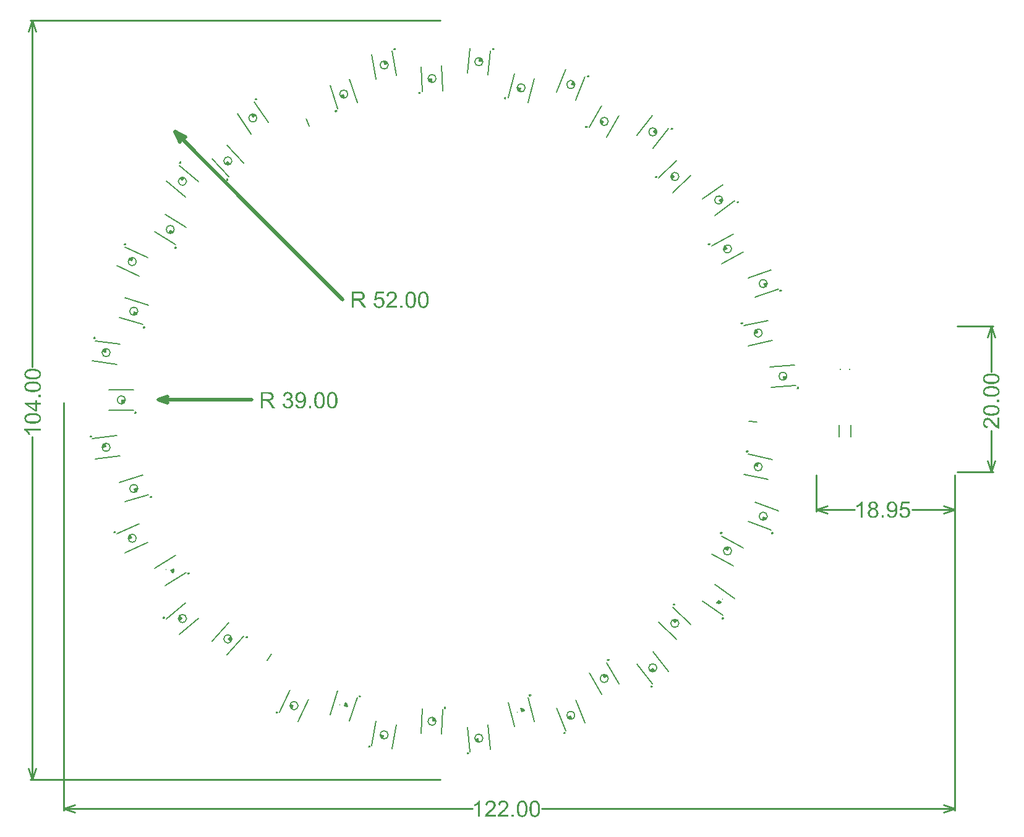
<source format=gto>
G04 Layer_Color=65535*
%FSLAX44Y44*%
%MOMM*%
G71*
G01*
G75*
%ADD61C,0.3048*%
%ADD62C,0.1270*%
%ADD63C,0.2000*%
%ADD64C,0.2032*%
%ADD65C,0.2540*%
%ADD66C,0.5080*%
G36*
X-551106Y3658D02*
X-554231D01*
Y6782D01*
X-551106D01*
Y3658D01*
D02*
G37*
G36*
X-556438Y-3678D02*
X-551106D01*
Y-6428D01*
X-556438D01*
Y-16107D01*
X-558951D01*
X-573384Y-5919D01*
Y-3678D01*
X-558951D01*
Y-655D01*
X-556438D01*
Y-3678D01*
D02*
G37*
G36*
X-561125Y42610D02*
X-560751D01*
X-560310Y42576D01*
X-559834Y42542D01*
X-558815Y42440D01*
X-557763Y42304D01*
X-556710Y42100D01*
X-556234Y41964D01*
X-555759Y41828D01*
X-555725D01*
X-555657Y41795D01*
X-555521Y41761D01*
X-555351Y41693D01*
X-555148Y41591D01*
X-554944Y41489D01*
X-554401Y41217D01*
X-553789Y40878D01*
X-553178Y40470D01*
X-552567Y39995D01*
X-552023Y39417D01*
Y39383D01*
X-551955Y39349D01*
X-551922Y39248D01*
X-551820Y39146D01*
X-551616Y38772D01*
X-551378Y38331D01*
X-551141Y37719D01*
X-550937Y37040D01*
X-550801Y36259D01*
X-550733Y35376D01*
Y35342D01*
Y35240D01*
Y35071D01*
X-550767Y34833D01*
X-550801Y34561D01*
X-550869Y34255D01*
X-550937Y33916D01*
X-551005Y33542D01*
X-551276Y32727D01*
X-551480Y32286D01*
X-551684Y31878D01*
X-551955Y31437D01*
X-552261Y31029D01*
X-552601Y30656D01*
X-553008Y30282D01*
X-553042Y30248D01*
X-553144Y30180D01*
X-553314Y30078D01*
X-553552Y29943D01*
X-553857Y29773D01*
X-554231Y29603D01*
X-554672Y29399D01*
X-555216Y29195D01*
X-555793Y28992D01*
X-556472Y28788D01*
X-557219Y28618D01*
X-558034Y28448D01*
X-558951Y28312D01*
X-559902Y28211D01*
X-560989Y28143D01*
X-562109Y28109D01*
X-562755D01*
X-563094Y28143D01*
X-563468D01*
X-563909Y28177D01*
X-564385Y28211D01*
X-565404Y28312D01*
X-566456Y28448D01*
X-567509Y28618D01*
X-567985Y28754D01*
X-568460Y28890D01*
X-568494D01*
X-568562Y28924D01*
X-568698Y28992D01*
X-568867Y29060D01*
X-569071Y29128D01*
X-569309Y29229D01*
X-569852Y29501D01*
X-570464Y29841D01*
X-571075Y30248D01*
X-571652Y30724D01*
X-572196Y31301D01*
Y31335D01*
X-572263Y31369D01*
X-572331Y31471D01*
X-572399Y31607D01*
X-572603Y31946D01*
X-572875Y32422D01*
X-573112Y32999D01*
X-573316Y33712D01*
X-573452Y34493D01*
X-573520Y35376D01*
Y35410D01*
Y35444D01*
Y35546D01*
Y35682D01*
X-573486Y36021D01*
X-573418Y36429D01*
X-573350Y36904D01*
X-573214Y37448D01*
X-573011Y37991D01*
X-572773Y38500D01*
X-572739Y38568D01*
X-572637Y38738D01*
X-572467Y38976D01*
X-572263Y39315D01*
X-571958Y39655D01*
X-571584Y40029D01*
X-571177Y40402D01*
X-570701Y40742D01*
X-570633Y40776D01*
X-570464Y40878D01*
X-570158Y41047D01*
X-569784Y41251D01*
X-569309Y41455D01*
X-568732Y41693D01*
X-568086Y41930D01*
X-567373Y42134D01*
X-567339D01*
X-567271Y42168D01*
X-567169D01*
X-567000Y42202D01*
X-566830Y42270D01*
X-566592Y42304D01*
X-566287Y42338D01*
X-565981Y42406D01*
X-565607Y42440D01*
X-565234Y42474D01*
X-564792Y42542D01*
X-564317Y42576D01*
X-563807Y42610D01*
X-563298D01*
X-562109Y42643D01*
X-561464D01*
X-561125Y42610D01*
D02*
G37*
G36*
Y25290D02*
X-560751D01*
X-560310Y25256D01*
X-559834Y25222D01*
X-558815Y25120D01*
X-557763Y24984D01*
X-556710Y24781D01*
X-556234Y24645D01*
X-555759Y24509D01*
X-555725D01*
X-555657Y24475D01*
X-555521Y24441D01*
X-555351Y24373D01*
X-555148Y24271D01*
X-554944Y24169D01*
X-554401Y23898D01*
X-553789Y23558D01*
X-553178Y23151D01*
X-552567Y22675D01*
X-552023Y22098D01*
Y22064D01*
X-551955Y22030D01*
X-551922Y21928D01*
X-551820Y21826D01*
X-551616Y21453D01*
X-551378Y21011D01*
X-551141Y20400D01*
X-550937Y19721D01*
X-550801Y18940D01*
X-550733Y18057D01*
Y18023D01*
Y17921D01*
Y17751D01*
X-550767Y17513D01*
X-550801Y17242D01*
X-550869Y16936D01*
X-550937Y16596D01*
X-551005Y16223D01*
X-551276Y15408D01*
X-551480Y14966D01*
X-551684Y14559D01*
X-551955Y14117D01*
X-552261Y13710D01*
X-552601Y13336D01*
X-553008Y12963D01*
X-553042Y12929D01*
X-553144Y12861D01*
X-553314Y12759D01*
X-553552Y12623D01*
X-553857Y12453D01*
X-554231Y12283D01*
X-554672Y12080D01*
X-555216Y11876D01*
X-555793Y11672D01*
X-556472Y11468D01*
X-557219Y11299D01*
X-558034Y11129D01*
X-558951Y10993D01*
X-559902Y10891D01*
X-560989Y10823D01*
X-562109Y10789D01*
X-562755D01*
X-563094Y10823D01*
X-563468D01*
X-563909Y10857D01*
X-564385Y10891D01*
X-565404Y10993D01*
X-566456Y11129D01*
X-567509Y11299D01*
X-567985Y11434D01*
X-568460Y11570D01*
X-568494D01*
X-568562Y11604D01*
X-568698Y11672D01*
X-568867Y11740D01*
X-569071Y11808D01*
X-569309Y11910D01*
X-569852Y12182D01*
X-570464Y12521D01*
X-571075Y12929D01*
X-571652Y13404D01*
X-572196Y13981D01*
Y14015D01*
X-572263Y14049D01*
X-572331Y14151D01*
X-572399Y14287D01*
X-572603Y14627D01*
X-572875Y15102D01*
X-573112Y15679D01*
X-573316Y16393D01*
X-573452Y17174D01*
X-573520Y18057D01*
Y18091D01*
Y18125D01*
Y18226D01*
Y18362D01*
X-573486Y18702D01*
X-573418Y19109D01*
X-573350Y19585D01*
X-573214Y20128D01*
X-573011Y20672D01*
X-572773Y21181D01*
X-572739Y21249D01*
X-572637Y21419D01*
X-572467Y21656D01*
X-572263Y21996D01*
X-571958Y22336D01*
X-571584Y22709D01*
X-571177Y23083D01*
X-570701Y23422D01*
X-570633Y23456D01*
X-570464Y23558D01*
X-570158Y23728D01*
X-569784Y23932D01*
X-569309Y24135D01*
X-568732Y24373D01*
X-568086Y24611D01*
X-567373Y24815D01*
X-567339D01*
X-567271Y24849D01*
X-567169D01*
X-567000Y24883D01*
X-566830Y24950D01*
X-566592Y24984D01*
X-566287Y25018D01*
X-565981Y25086D01*
X-565607Y25120D01*
X-565234Y25154D01*
X-564792Y25222D01*
X-564317Y25256D01*
X-563807Y25290D01*
X-563298D01*
X-562109Y25324D01*
X-561464D01*
X-561125Y25290D01*
D02*
G37*
G36*
Y-18009D02*
X-560751D01*
X-560310Y-18043D01*
X-559834Y-18077D01*
X-558815Y-18178D01*
X-557763Y-18314D01*
X-556710Y-18518D01*
X-556234Y-18654D01*
X-555759Y-18790D01*
X-555725D01*
X-555657Y-18824D01*
X-555521Y-18858D01*
X-555351Y-18926D01*
X-555148Y-19028D01*
X-554944Y-19129D01*
X-554401Y-19401D01*
X-553789Y-19741D01*
X-553178Y-20148D01*
X-552567Y-20624D01*
X-552023Y-21201D01*
Y-21235D01*
X-551955Y-21269D01*
X-551922Y-21371D01*
X-551820Y-21473D01*
X-551616Y-21846D01*
X-551378Y-22288D01*
X-551141Y-22899D01*
X-550937Y-23578D01*
X-550801Y-24359D01*
X-550733Y-25242D01*
Y-25276D01*
Y-25378D01*
Y-25548D01*
X-550767Y-25786D01*
X-550801Y-26057D01*
X-550869Y-26363D01*
X-550937Y-26702D01*
X-551005Y-27076D01*
X-551276Y-27891D01*
X-551480Y-28333D01*
X-551684Y-28740D01*
X-551955Y-29181D01*
X-552261Y-29589D01*
X-552601Y-29963D01*
X-553008Y-30336D01*
X-553042Y-30370D01*
X-553144Y-30438D01*
X-553314Y-30540D01*
X-553552Y-30676D01*
X-553857Y-30845D01*
X-554231Y-31015D01*
X-554672Y-31219D01*
X-555216Y-31423D01*
X-555793Y-31627D01*
X-556472Y-31830D01*
X-557219Y-32000D01*
X-558034Y-32170D01*
X-558951Y-32306D01*
X-559902Y-32408D01*
X-560989Y-32476D01*
X-562109Y-32510D01*
X-562755D01*
X-563094Y-32476D01*
X-563468D01*
X-563909Y-32442D01*
X-564385Y-32408D01*
X-565404Y-32306D01*
X-566456Y-32170D01*
X-567509Y-32000D01*
X-567985Y-31864D01*
X-568460Y-31728D01*
X-568494D01*
X-568562Y-31695D01*
X-568698Y-31627D01*
X-568867Y-31559D01*
X-569071Y-31491D01*
X-569309Y-31389D01*
X-569852Y-31117D01*
X-570464Y-30778D01*
X-571075Y-30370D01*
X-571652Y-29895D01*
X-572196Y-29317D01*
Y-29283D01*
X-572263Y-29249D01*
X-572331Y-29148D01*
X-572399Y-29012D01*
X-572603Y-28672D01*
X-572875Y-28197D01*
X-573112Y-27619D01*
X-573316Y-26906D01*
X-573452Y-26125D01*
X-573520Y-25242D01*
Y-25208D01*
Y-25174D01*
Y-25072D01*
Y-24936D01*
X-573486Y-24597D01*
X-573418Y-24189D01*
X-573350Y-23714D01*
X-573214Y-23171D01*
X-573011Y-22627D01*
X-572773Y-22118D01*
X-572739Y-22050D01*
X-572637Y-21880D01*
X-572467Y-21642D01*
X-572263Y-21303D01*
X-571958Y-20963D01*
X-571584Y-20590D01*
X-571177Y-20216D01*
X-570701Y-19877D01*
X-570633Y-19842D01*
X-570464Y-19741D01*
X-570158Y-19571D01*
X-569784Y-19367D01*
X-569309Y-19163D01*
X-568732Y-18926D01*
X-568086Y-18688D01*
X-567373Y-18484D01*
X-567339D01*
X-567271Y-18450D01*
X-567169D01*
X-567000Y-18416D01*
X-566830Y-18348D01*
X-566592Y-18314D01*
X-566287Y-18280D01*
X-565981Y-18212D01*
X-565607Y-18178D01*
X-565234Y-18145D01*
X-564792Y-18077D01*
X-564317Y-18043D01*
X-563807Y-18009D01*
X-563298D01*
X-562109Y-17975D01*
X-561464D01*
X-561125Y-18009D01*
D02*
G37*
G36*
X614625Y-139014D02*
X614794D01*
X615032Y-139048D01*
X615575Y-139116D01*
X616187Y-139286D01*
X616832Y-139489D01*
X617545Y-139761D01*
X618224Y-140169D01*
X618258D01*
X618292Y-140237D01*
X618394Y-140304D01*
X618530Y-140372D01*
X618836Y-140644D01*
X619243Y-141018D01*
X619685Y-141527D01*
X620160Y-142070D01*
X620602Y-142750D01*
X620975Y-143531D01*
Y-143565D01*
X621009Y-143632D01*
X621077Y-143768D01*
X621111Y-143938D01*
X621213Y-144142D01*
X621281Y-144414D01*
X621349Y-144753D01*
X621451Y-145127D01*
X621552Y-145534D01*
X621620Y-146010D01*
X621722Y-146519D01*
X621790Y-147063D01*
X621824Y-147674D01*
X621892Y-148319D01*
X621926Y-149032D01*
Y-149779D01*
Y-149813D01*
Y-149983D01*
Y-150187D01*
Y-150492D01*
X621892Y-150832D01*
Y-151273D01*
X621858Y-151715D01*
X621824Y-152224D01*
X621688Y-153311D01*
X621518Y-154466D01*
X621281Y-155586D01*
X621145Y-156096D01*
X620975Y-156605D01*
Y-156639D01*
X620941Y-156707D01*
X620873Y-156843D01*
X620805Y-157013D01*
X620703Y-157250D01*
X620602Y-157488D01*
X620296Y-158032D01*
X619888Y-158677D01*
X619413Y-159322D01*
X618870Y-159933D01*
X618224Y-160477D01*
X618190D01*
X618156Y-160544D01*
X618055Y-160578D01*
X617885Y-160680D01*
X617715Y-160782D01*
X617511Y-160884D01*
X617002Y-161122D01*
X616357Y-161360D01*
X615643Y-161563D01*
X614794Y-161699D01*
X613911Y-161767D01*
X613674D01*
X613470Y-161733D01*
X613266D01*
X612994Y-161699D01*
X612383Y-161597D01*
X611704Y-161427D01*
X610991Y-161156D01*
X610312Y-160816D01*
X609632Y-160341D01*
X609599Y-160307D01*
X609565Y-160273D01*
X609361Y-160069D01*
X609089Y-159729D01*
X608750Y-159288D01*
X608410Y-158711D01*
X608104Y-157998D01*
X607833Y-157183D01*
X607663Y-156232D01*
X610278Y-156028D01*
Y-156062D01*
Y-156096D01*
X610312Y-156198D01*
X610346Y-156334D01*
X610414Y-156673D01*
X610549Y-157047D01*
X610719Y-157488D01*
X610923Y-157930D01*
X611195Y-158371D01*
X611534Y-158711D01*
X611568Y-158745D01*
X611704Y-158847D01*
X611908Y-158982D01*
X612213Y-159118D01*
X612553Y-159254D01*
X612961Y-159390D01*
X613436Y-159492D01*
X613979Y-159526D01*
X614183D01*
X614421Y-159492D01*
X614726Y-159458D01*
X615066Y-159390D01*
X615440Y-159288D01*
X615813Y-159152D01*
X616187Y-158948D01*
X616221Y-158914D01*
X616357Y-158847D01*
X616526Y-158711D01*
X616730Y-158541D01*
X617002Y-158337D01*
X617239Y-158065D01*
X617511Y-157760D01*
X617749Y-157420D01*
X617783Y-157386D01*
X617851Y-157250D01*
X617953Y-157013D01*
X618122Y-156707D01*
X618258Y-156334D01*
X618428Y-155892D01*
X618598Y-155383D01*
X618768Y-154805D01*
Y-154771D01*
X618802Y-154737D01*
Y-154635D01*
X618836Y-154534D01*
X618904Y-154194D01*
X618971Y-153752D01*
X619039Y-153243D01*
X619107Y-152700D01*
X619175Y-152088D01*
Y-151443D01*
Y-151409D01*
Y-151307D01*
Y-151138D01*
Y-150900D01*
X619141Y-150968D01*
X619005Y-151104D01*
X618836Y-151375D01*
X618564Y-151647D01*
X618258Y-151987D01*
X617851Y-152360D01*
X617409Y-152700D01*
X616900Y-153039D01*
X616832Y-153073D01*
X616662Y-153175D01*
X616357Y-153277D01*
X615983Y-153413D01*
X615541Y-153583D01*
X615032Y-153685D01*
X614455Y-153786D01*
X613843Y-153820D01*
X613572D01*
X613368Y-153786D01*
X613130Y-153752D01*
X612859Y-153719D01*
X612213Y-153583D01*
X611466Y-153345D01*
X611093Y-153175D01*
X610685Y-152971D01*
X610312Y-152734D01*
X609904Y-152462D01*
X609531Y-152156D01*
X609157Y-151817D01*
X609123Y-151783D01*
X609089Y-151715D01*
X608987Y-151613D01*
X608851Y-151443D01*
X608716Y-151240D01*
X608546Y-151002D01*
X608376Y-150730D01*
X608206Y-150391D01*
X608036Y-150051D01*
X607867Y-149643D01*
X607697Y-149202D01*
X607561Y-148727D01*
X607425Y-148217D01*
X607323Y-147708D01*
X607289Y-147130D01*
X607255Y-146519D01*
Y-146485D01*
Y-146383D01*
Y-146180D01*
X607289Y-145942D01*
X607323Y-145670D01*
X607357Y-145330D01*
X607425Y-144957D01*
X607493Y-144549D01*
X607731Y-143700D01*
X607901Y-143225D01*
X608104Y-142783D01*
X608308Y-142308D01*
X608580Y-141867D01*
X608885Y-141459D01*
X609225Y-141052D01*
X609259Y-141018D01*
X609327Y-140950D01*
X609429Y-140848D01*
X609599Y-140712D01*
X609768Y-140576D01*
X610006Y-140406D01*
X610278Y-140203D01*
X610617Y-139999D01*
X610957Y-139829D01*
X611330Y-139625D01*
X612179Y-139286D01*
X612655Y-139184D01*
X613164Y-139082D01*
X613708Y-139014D01*
X614251Y-138980D01*
X614455D01*
X614625Y-139014D01*
D02*
G37*
G36*
X603248Y-161394D02*
X600124D01*
Y-158269D01*
X603248D01*
Y-161394D01*
D02*
G37*
G36*
X-551106Y-42256D02*
X-568562D01*
X-568528Y-42290D01*
X-568392Y-42426D01*
X-568222Y-42663D01*
X-567985Y-42969D01*
X-567679Y-43343D01*
X-567373Y-43784D01*
X-567000Y-44294D01*
X-566660Y-44871D01*
Y-44905D01*
X-566626Y-44939D01*
X-566490Y-45143D01*
X-566320Y-45448D01*
X-566117Y-45822D01*
X-565879Y-46263D01*
X-565675Y-46739D01*
X-565438Y-47248D01*
X-565234Y-47723D01*
X-567917D01*
Y-47690D01*
X-567951Y-47622D01*
X-568018Y-47486D01*
X-568120Y-47350D01*
X-568222Y-47146D01*
X-568324Y-46908D01*
X-568630Y-46365D01*
X-569003Y-45754D01*
X-569445Y-45075D01*
X-569954Y-44395D01*
X-570498Y-43750D01*
X-570532Y-43716D01*
X-570565Y-43682D01*
X-570769Y-43479D01*
X-571075Y-43173D01*
X-571448Y-42799D01*
X-571924Y-42392D01*
X-572433Y-41984D01*
X-572977Y-41611D01*
X-573520Y-41305D01*
Y-39505D01*
X-551106D01*
Y-42256D01*
D02*
G37*
G36*
X638295Y-142036D02*
X629397D01*
X628175Y-148047D01*
X628209Y-148013D01*
X628276Y-147979D01*
X628378Y-147912D01*
X628514Y-147810D01*
X628718Y-147708D01*
X628922Y-147606D01*
X629465Y-147334D01*
X630076Y-147063D01*
X630789Y-146859D01*
X631571Y-146689D01*
X632386Y-146621D01*
X632657D01*
X632861Y-146655D01*
X633133Y-146689D01*
X633404Y-146723D01*
X633744Y-146791D01*
X634084Y-146859D01*
X634865Y-147130D01*
X635272Y-147266D01*
X635680Y-147470D01*
X636121Y-147708D01*
X636529Y-147979D01*
X636936Y-148285D01*
X637310Y-148659D01*
X637344Y-148693D01*
X637412Y-148760D01*
X637514Y-148862D01*
X637615Y-149032D01*
X637785Y-149236D01*
X637955Y-149474D01*
X638125Y-149745D01*
X638329Y-150051D01*
X638532Y-150424D01*
X638702Y-150798D01*
X638872Y-151240D01*
X639042Y-151681D01*
X639144Y-152190D01*
X639245Y-152700D01*
X639313Y-153277D01*
X639347Y-153854D01*
Y-153888D01*
Y-153990D01*
Y-154160D01*
X639313Y-154364D01*
X639279Y-154635D01*
X639245Y-154941D01*
X639212Y-155281D01*
X639144Y-155654D01*
X638906Y-156469D01*
X638600Y-157318D01*
X638396Y-157794D01*
X638159Y-158235D01*
X637887Y-158677D01*
X637581Y-159084D01*
X637547Y-159118D01*
X637480Y-159186D01*
X637344Y-159322D01*
X637174Y-159492D01*
X636970Y-159696D01*
X636698Y-159933D01*
X636393Y-160171D01*
X636019Y-160409D01*
X635646Y-160680D01*
X635204Y-160918D01*
X634695Y-161156D01*
X634185Y-161360D01*
X633608Y-161529D01*
X633031Y-161665D01*
X632386Y-161733D01*
X631706Y-161767D01*
X631401D01*
X631197Y-161733D01*
X630959Y-161699D01*
X630654Y-161665D01*
X630314Y-161631D01*
X629940Y-161563D01*
X629159Y-161360D01*
X628344Y-161054D01*
X627937Y-160850D01*
X627529Y-160612D01*
X627122Y-160375D01*
X626748Y-160069D01*
X626714Y-160035D01*
X626680Y-160001D01*
X626578Y-159899D01*
X626443Y-159763D01*
X626307Y-159594D01*
X626137Y-159390D01*
X625967Y-159152D01*
X625763Y-158881D01*
X625390Y-158235D01*
X625016Y-157454D01*
X624745Y-156571D01*
X624643Y-156062D01*
X624575Y-155552D01*
X627461Y-155349D01*
Y-155383D01*
Y-155450D01*
X627495Y-155552D01*
X627529Y-155688D01*
X627631Y-156062D01*
X627767Y-156537D01*
X627937Y-157047D01*
X628209Y-157556D01*
X628514Y-158065D01*
X628922Y-158507D01*
X628990Y-158541D01*
X629125Y-158677D01*
X629363Y-158813D01*
X629703Y-159016D01*
X630110Y-159186D01*
X630586Y-159356D01*
X631129Y-159492D01*
X631706Y-159526D01*
X631910D01*
X632046Y-159492D01*
X632420Y-159458D01*
X632895Y-159356D01*
X633404Y-159152D01*
X633982Y-158914D01*
X634525Y-158541D01*
X634797Y-158337D01*
X635068Y-158065D01*
Y-158032D01*
X635136Y-157998D01*
X635272Y-157794D01*
X635510Y-157454D01*
X635748Y-157013D01*
X635985Y-156435D01*
X636223Y-155756D01*
X636359Y-154975D01*
X636427Y-154092D01*
Y-154058D01*
Y-153990D01*
Y-153854D01*
X636393Y-153719D01*
Y-153515D01*
X636359Y-153277D01*
X636257Y-152734D01*
X636121Y-152156D01*
X635883Y-151545D01*
X635544Y-150934D01*
X635102Y-150391D01*
X635034Y-150323D01*
X634865Y-150187D01*
X634593Y-149949D01*
X634185Y-149711D01*
X633710Y-149474D01*
X633099Y-149236D01*
X632420Y-149100D01*
X631672Y-149032D01*
X631435D01*
X631197Y-149066D01*
X630857Y-149100D01*
X630484Y-149202D01*
X630076Y-149304D01*
X629669Y-149474D01*
X629261Y-149677D01*
X629227Y-149711D01*
X629091Y-149779D01*
X628888Y-149915D01*
X628650Y-150085D01*
X628412Y-150323D01*
X628141Y-150594D01*
X627869Y-150900D01*
X627631Y-151240D01*
X625050Y-150866D01*
X627224Y-139422D01*
X638295D01*
Y-142036D01*
D02*
G37*
G36*
X108702Y-549014D02*
X109109Y-549082D01*
X109585Y-549150D01*
X110128Y-549286D01*
X110672Y-549489D01*
X111181Y-549727D01*
X111249Y-549761D01*
X111419Y-549863D01*
X111656Y-550033D01*
X111996Y-550237D01*
X112336Y-550542D01*
X112709Y-550916D01*
X113083Y-551323D01*
X113422Y-551799D01*
X113456Y-551867D01*
X113558Y-552036D01*
X113728Y-552342D01*
X113932Y-552716D01*
X114135Y-553191D01*
X114373Y-553768D01*
X114611Y-554414D01*
X114815Y-555127D01*
Y-555161D01*
X114849Y-555229D01*
Y-555331D01*
X114882Y-555500D01*
X114950Y-555670D01*
X114984Y-555908D01*
X115018Y-556213D01*
X115086Y-556519D01*
X115120Y-556893D01*
X115154Y-557266D01*
X115222Y-557708D01*
X115256Y-558183D01*
X115290Y-558693D01*
Y-559202D01*
X115324Y-560391D01*
Y-560424D01*
Y-560560D01*
Y-560764D01*
Y-561036D01*
X115290Y-561375D01*
Y-561749D01*
X115256Y-562190D01*
X115222Y-562666D01*
X115120Y-563685D01*
X114984Y-564737D01*
X114781Y-565790D01*
X114645Y-566266D01*
X114509Y-566741D01*
Y-566775D01*
X114475Y-566843D01*
X114441Y-566979D01*
X114373Y-567149D01*
X114271Y-567352D01*
X114169Y-567556D01*
X113898Y-568099D01*
X113558Y-568711D01*
X113151Y-569322D01*
X112675Y-569933D01*
X112098Y-570477D01*
X112064D01*
X112030Y-570545D01*
X111928Y-570578D01*
X111826Y-570680D01*
X111453Y-570884D01*
X111011Y-571122D01*
X110400Y-571359D01*
X109721Y-571563D01*
X108940Y-571699D01*
X108057Y-571767D01*
X107751D01*
X107513Y-571733D01*
X107242Y-571699D01*
X106936Y-571631D01*
X106596Y-571563D01*
X106223Y-571495D01*
X105408Y-571224D01*
X104966Y-571020D01*
X104559Y-570816D01*
X104117Y-570545D01*
X103710Y-570239D01*
X103336Y-569899D01*
X102963Y-569492D01*
X102929Y-569458D01*
X102861Y-569356D01*
X102759Y-569186D01*
X102623Y-568948D01*
X102453Y-568643D01*
X102283Y-568269D01*
X102080Y-567828D01*
X101876Y-567284D01*
X101672Y-566707D01*
X101468Y-566028D01*
X101299Y-565281D01*
X101129Y-564466D01*
X100993Y-563549D01*
X100891Y-562598D01*
X100823Y-561511D01*
X100789Y-560391D01*
Y-560357D01*
Y-560221D01*
Y-560017D01*
Y-559745D01*
X100823Y-559406D01*
Y-559032D01*
X100857Y-558591D01*
X100891Y-558115D01*
X100993Y-557096D01*
X101129Y-556044D01*
X101299Y-554991D01*
X101434Y-554515D01*
X101570Y-554040D01*
Y-554006D01*
X101604Y-553938D01*
X101672Y-553802D01*
X101740Y-553633D01*
X101808Y-553429D01*
X101910Y-553191D01*
X102182Y-552648D01*
X102521Y-552036D01*
X102929Y-551425D01*
X103404Y-550848D01*
X103981Y-550304D01*
X104015D01*
X104049Y-550237D01*
X104151Y-550169D01*
X104287Y-550101D01*
X104627Y-549897D01*
X105102Y-549625D01*
X105679Y-549388D01*
X106393Y-549184D01*
X107174Y-549048D01*
X108057Y-548980D01*
X108362D01*
X108702Y-549014D01*
D02*
G37*
G36*
X-80955Y-459117D02*
X-81925Y-464621D01*
X-82212Y-464562D01*
X-82495Y-464489D01*
X-82774Y-464401D01*
X-83048Y-464299D01*
X-83316Y-464182D01*
X-83578Y-464051D01*
X-83833Y-463907D01*
X-84080Y-463750D01*
X-84318Y-463580D01*
X-84547Y-463398D01*
X-84766Y-463204D01*
X-84974Y-462999D01*
X-85172Y-462783D01*
X-85358Y-462558D01*
X-85532Y-462323D01*
X-85694Y-462079D01*
X-85842Y-461827D01*
X-85977Y-461567D01*
X-86099Y-461301D01*
X-86206Y-461029D01*
X-86299Y-460751D01*
X-86377Y-460469D01*
X-86440Y-460184D01*
X-86488Y-459895D01*
X-86522Y-459604D01*
X-86539Y-459312D01*
X-86542Y-459020D01*
X-86529Y-458727D01*
X-86501Y-458436D01*
X-86458Y-458147D01*
X-80955Y-459117D01*
D02*
G37*
G36*
X49315Y-469203D02*
X49024Y-469226D01*
X48731Y-469234D01*
X48439Y-469226D01*
X48147Y-469203D01*
X47857Y-469165D01*
X47569Y-469112D01*
X47285Y-469044D01*
X47004Y-468961D01*
X46729Y-468863D01*
X46458Y-468751D01*
X46194Y-468625D01*
X45937Y-468485D01*
X45688Y-468333D01*
X45447Y-468167D01*
X45215Y-467989D01*
X44992Y-467799D01*
X44780Y-467597D01*
X44578Y-467385D01*
X44388Y-467163D01*
X44210Y-466931D01*
X44045Y-466690D01*
X43892Y-466440D01*
X43752Y-466183D01*
X43626Y-465919D01*
X43514Y-465649D01*
X43417Y-465373D01*
X43334Y-465092D01*
X43265Y-464808D01*
X43212Y-464520D01*
X43174Y-464230D01*
X48731Y-463646D01*
X49315Y-469203D01*
D02*
G37*
G36*
X176735Y-437434D02*
X176461Y-437537D01*
X176182Y-437625D01*
X175899Y-437698D01*
X175612Y-437756D01*
X175323Y-437799D01*
X175031Y-437827D01*
X174739Y-437840D01*
X174447Y-437838D01*
X174154Y-437820D01*
X173864Y-437787D01*
X173575Y-437738D01*
X173290Y-437675D01*
X173008Y-437597D01*
X172730Y-437504D01*
X172458Y-437397D01*
X172192Y-437276D01*
X171933Y-437141D01*
X171680Y-436992D01*
X171436Y-436830D01*
X171201Y-436657D01*
X170976Y-436470D01*
X170760Y-436273D01*
X170555Y-436064D01*
X170361Y-435845D01*
X170179Y-435616D01*
X170009Y-435378D01*
X169852Y-435131D01*
X169708Y-434877D01*
X169577Y-434615D01*
X169461Y-434346D01*
X174642Y-432253D01*
X176735Y-437434D01*
D02*
G37*
G36*
X-14897Y-434965D02*
X-14606Y-434998D01*
X-14318Y-435046D01*
X-14032Y-435109D01*
X-13750Y-435188D01*
X-13472Y-435280D01*
X-13200Y-435388D01*
X-12934Y-435509D01*
X-12675Y-435644D01*
X-12423Y-435793D01*
X-12179Y-435954D01*
X-11943Y-436128D01*
X-11718Y-436314D01*
X-11502Y-436512D01*
X-11297Y-436721D01*
X-11103Y-436940D01*
X-10921Y-437169D01*
X-10751Y-437407D01*
X-10594Y-437653D01*
X-10450Y-437908D01*
X-10319Y-438170D01*
X-10203Y-438438D01*
X-10100Y-438712D01*
X-10012Y-438991D01*
X-9939Y-439274D01*
X-9881Y-439561D01*
X-9837Y-439850D01*
X-9809Y-440142D01*
X-9797Y-440434D01*
X-9799Y-440727D01*
X-15384Y-440532D01*
X-15189Y-434947D01*
X-14897Y-434965D01*
D02*
G37*
G36*
X96782Y-571394D02*
X93658D01*
Y-568269D01*
X96782D01*
Y-571394D01*
D02*
G37*
G36*
X50495D02*
X47744D01*
Y-553938D01*
X47710Y-553972D01*
X47574Y-554108D01*
X47337Y-554278D01*
X47031Y-554515D01*
X46657Y-554821D01*
X46216Y-555127D01*
X45706Y-555500D01*
X45129Y-555840D01*
X45095D01*
X45061Y-555874D01*
X44857Y-556010D01*
X44552Y-556180D01*
X44178Y-556383D01*
X43737Y-556621D01*
X43261Y-556825D01*
X42752Y-557062D01*
X42277Y-557266D01*
Y-554583D01*
X42310D01*
X42378Y-554549D01*
X42514Y-554482D01*
X42650Y-554380D01*
X42854Y-554278D01*
X43092Y-554176D01*
X43635Y-553870D01*
X44246Y-553497D01*
X44925Y-553055D01*
X45605Y-552546D01*
X46250Y-552002D01*
X46284Y-551968D01*
X46318Y-551935D01*
X46521Y-551731D01*
X46827Y-551425D01*
X47201Y-551052D01*
X47608Y-550576D01*
X48016Y-550067D01*
X48389Y-549523D01*
X48695Y-548980D01*
X50495D01*
Y-571394D01*
D02*
G37*
G36*
X126021Y-549014D02*
X126429Y-549082D01*
X126904Y-549150D01*
X127448Y-549286D01*
X127991Y-549489D01*
X128500Y-549727D01*
X128568Y-549761D01*
X128738Y-549863D01*
X128976Y-550033D01*
X129315Y-550237D01*
X129655Y-550542D01*
X130029Y-550916D01*
X130402Y-551323D01*
X130742Y-551799D01*
X130776Y-551867D01*
X130878Y-552036D01*
X131047Y-552342D01*
X131251Y-552716D01*
X131455Y-553191D01*
X131693Y-553768D01*
X131930Y-554414D01*
X132134Y-555127D01*
Y-555161D01*
X132168Y-555229D01*
Y-555331D01*
X132202Y-555500D01*
X132270Y-555670D01*
X132304Y-555908D01*
X132338Y-556213D01*
X132406Y-556519D01*
X132440Y-556893D01*
X132474Y-557266D01*
X132542Y-557708D01*
X132576Y-558183D01*
X132610Y-558693D01*
Y-559202D01*
X132643Y-560391D01*
Y-560424D01*
Y-560560D01*
Y-560764D01*
Y-561036D01*
X132610Y-561375D01*
Y-561749D01*
X132576Y-562190D01*
X132542Y-562666D01*
X132440Y-563685D01*
X132304Y-564737D01*
X132100Y-565790D01*
X131964Y-566266D01*
X131828Y-566741D01*
Y-566775D01*
X131795Y-566843D01*
X131761Y-566979D01*
X131693Y-567149D01*
X131591Y-567352D01*
X131489Y-567556D01*
X131217Y-568099D01*
X130878Y-568711D01*
X130470Y-569322D01*
X129995Y-569933D01*
X129417Y-570477D01*
X129383D01*
X129349Y-570545D01*
X129248Y-570578D01*
X129146Y-570680D01*
X128772Y-570884D01*
X128331Y-571122D01*
X127719Y-571359D01*
X127040Y-571563D01*
X126259Y-571699D01*
X125376Y-571767D01*
X125070D01*
X124833Y-571733D01*
X124561Y-571699D01*
X124255Y-571631D01*
X123916Y-571563D01*
X123542Y-571495D01*
X122727Y-571224D01*
X122286Y-571020D01*
X121878Y-570816D01*
X121437Y-570545D01*
X121029Y-570239D01*
X120656Y-569899D01*
X120282Y-569492D01*
X120248Y-569458D01*
X120180Y-569356D01*
X120078Y-569186D01*
X119943Y-568948D01*
X119773Y-568643D01*
X119603Y-568269D01*
X119399Y-567828D01*
X119195Y-567284D01*
X118992Y-566707D01*
X118788Y-566028D01*
X118618Y-565281D01*
X118448Y-564466D01*
X118313Y-563549D01*
X118211Y-562598D01*
X118143Y-561511D01*
X118109Y-560391D01*
Y-560357D01*
Y-560221D01*
Y-560017D01*
Y-559745D01*
X118143Y-559406D01*
Y-559032D01*
X118177Y-558591D01*
X118211Y-558115D01*
X118313Y-557096D01*
X118448Y-556044D01*
X118618Y-554991D01*
X118754Y-554515D01*
X118890Y-554040D01*
Y-554006D01*
X118924Y-553938D01*
X118992Y-553802D01*
X119060Y-553633D01*
X119128Y-553429D01*
X119229Y-553191D01*
X119501Y-552648D01*
X119841Y-552036D01*
X120248Y-551425D01*
X120724Y-550848D01*
X121301Y-550304D01*
X121335D01*
X121369Y-550237D01*
X121471Y-550169D01*
X121607Y-550101D01*
X121946Y-549897D01*
X122422Y-549625D01*
X122999Y-549388D01*
X123712Y-549184D01*
X124493Y-549048D01*
X125376Y-548980D01*
X125682D01*
X126021Y-549014D01*
D02*
G37*
G36*
X82723D02*
X82994Y-549048D01*
X83300Y-549082D01*
X83639Y-549116D01*
X84013Y-549218D01*
X84828Y-549422D01*
X85677Y-549727D01*
X86119Y-549931D01*
X86526Y-550169D01*
X86900Y-550474D01*
X87273Y-550780D01*
X87307Y-550814D01*
X87341Y-550848D01*
X87443Y-550950D01*
X87579Y-551086D01*
X87715Y-551289D01*
X87885Y-551493D01*
X88224Y-552002D01*
X88564Y-552648D01*
X88869Y-553395D01*
X89107Y-554244D01*
X89141Y-554719D01*
X89175Y-555195D01*
Y-555263D01*
Y-555432D01*
X89141Y-555704D01*
X89107Y-556044D01*
X89039Y-556451D01*
X88937Y-556893D01*
X88801Y-557368D01*
X88598Y-557844D01*
X88564Y-557911D01*
X88496Y-558081D01*
X88360Y-558319D01*
X88156Y-558659D01*
X87918Y-559066D01*
X87613Y-559542D01*
X87205Y-560017D01*
X86764Y-560560D01*
X86696Y-560628D01*
X86526Y-560832D01*
X86221Y-561138D01*
X86017Y-561341D01*
X85779Y-561579D01*
X85507Y-561851D01*
X85168Y-562156D01*
X84828Y-562462D01*
X84454Y-562836D01*
X84047Y-563209D01*
X83572Y-563617D01*
X83096Y-564024D01*
X82553Y-564500D01*
X82519Y-564534D01*
X82451Y-564602D01*
X82315Y-564703D01*
X82145Y-564839D01*
X81738Y-565179D01*
X81228Y-565620D01*
X80719Y-566096D01*
X80176Y-566571D01*
X79734Y-566979D01*
X79564Y-567149D01*
X79394Y-567318D01*
X79361Y-567352D01*
X79293Y-567454D01*
X79157Y-567590D01*
X78987Y-567794D01*
X78614Y-568235D01*
X78240Y-568779D01*
X89209D01*
Y-571394D01*
X74436D01*
Y-571359D01*
Y-571224D01*
Y-571020D01*
X74470Y-570782D01*
X74504Y-570510D01*
X74538Y-570205D01*
X74640Y-569865D01*
X74742Y-569526D01*
Y-569492D01*
X74776Y-569458D01*
X74844Y-569254D01*
X74980Y-568982D01*
X75184Y-568575D01*
X75421Y-568133D01*
X75761Y-567624D01*
X76100Y-567115D01*
X76542Y-566571D01*
Y-566537D01*
X76610Y-566503D01*
X76780Y-566300D01*
X77051Y-565994D01*
X77459Y-565586D01*
X77968Y-565111D01*
X78580Y-564534D01*
X79327Y-563888D01*
X80142Y-563175D01*
X80176Y-563141D01*
X80311Y-563039D01*
X80481Y-562904D01*
X80719Y-562666D01*
X81025Y-562428D01*
X81364Y-562122D01*
X82111Y-561477D01*
X82926Y-560696D01*
X83741Y-559915D01*
X84149Y-559542D01*
X84488Y-559168D01*
X84794Y-558794D01*
X85066Y-558455D01*
Y-558421D01*
X85134Y-558387D01*
X85202Y-558285D01*
X85270Y-558149D01*
X85473Y-557810D01*
X85711Y-557368D01*
X85949Y-556859D01*
X86152Y-556315D01*
X86288Y-555704D01*
X86356Y-555127D01*
Y-555093D01*
Y-555059D01*
X86322Y-554855D01*
X86288Y-554549D01*
X86221Y-554176D01*
X86051Y-553734D01*
X85847Y-553293D01*
X85575Y-552817D01*
X85168Y-552376D01*
X85100Y-552342D01*
X84964Y-552206D01*
X84692Y-552036D01*
X84353Y-551799D01*
X83911Y-551595D01*
X83402Y-551425D01*
X82790Y-551289D01*
X82111Y-551255D01*
X81908D01*
X81772Y-551289D01*
X81432Y-551323D01*
X80991Y-551391D01*
X80481Y-551561D01*
X79938Y-551765D01*
X79429Y-552070D01*
X78953Y-552478D01*
X78919Y-552546D01*
X78783Y-552682D01*
X78580Y-552953D01*
X78376Y-553327D01*
X78138Y-553802D01*
X77968Y-554346D01*
X77832Y-554991D01*
X77765Y-555738D01*
X74946Y-555432D01*
Y-555398D01*
Y-555297D01*
X74980Y-555127D01*
X75014Y-554923D01*
X75082Y-554651D01*
X75116Y-554346D01*
X75319Y-553666D01*
X75591Y-552885D01*
X75965Y-552104D01*
X76474Y-551323D01*
X76746Y-550984D01*
X77085Y-550644D01*
X77119Y-550610D01*
X77187Y-550576D01*
X77289Y-550474D01*
X77425Y-550372D01*
X77629Y-550271D01*
X77866Y-550101D01*
X78138Y-549965D01*
X78444Y-549795D01*
X78783Y-549659D01*
X79157Y-549489D01*
X79598Y-549354D01*
X80040Y-549252D01*
X81059Y-549048D01*
X81602Y-549014D01*
X82179Y-548980D01*
X82485D01*
X82723Y-549014D01*
D02*
G37*
G36*
X65403D02*
X65675Y-549048D01*
X65980Y-549082D01*
X66320Y-549116D01*
X66694Y-549218D01*
X67509Y-549422D01*
X68358Y-549727D01*
X68799Y-549931D01*
X69207Y-550169D01*
X69580Y-550474D01*
X69954Y-550780D01*
X69988Y-550814D01*
X70022Y-550848D01*
X70124Y-550950D01*
X70259Y-551086D01*
X70395Y-551289D01*
X70565Y-551493D01*
X70905Y-552002D01*
X71244Y-552648D01*
X71550Y-553395D01*
X71788Y-554244D01*
X71821Y-554719D01*
X71856Y-555195D01*
Y-555263D01*
Y-555432D01*
X71821Y-555704D01*
X71788Y-556044D01*
X71720Y-556451D01*
X71618Y-556893D01*
X71482Y-557368D01*
X71278Y-557844D01*
X71244Y-557911D01*
X71176Y-558081D01*
X71040Y-558319D01*
X70837Y-558659D01*
X70599Y-559066D01*
X70293Y-559542D01*
X69886Y-560017D01*
X69444Y-560560D01*
X69376Y-560628D01*
X69207Y-560832D01*
X68901Y-561138D01*
X68697Y-561341D01*
X68460Y-561579D01*
X68188Y-561851D01*
X67848Y-562156D01*
X67509Y-562462D01*
X67135Y-562836D01*
X66727Y-563209D01*
X66252Y-563617D01*
X65777Y-564024D01*
X65233Y-564500D01*
X65199Y-564534D01*
X65131Y-564602D01*
X64996Y-564703D01*
X64826Y-564839D01*
X64418Y-565179D01*
X63909Y-565620D01*
X63400Y-566096D01*
X62856Y-566571D01*
X62415Y-566979D01*
X62245Y-567149D01*
X62075Y-567318D01*
X62041Y-567352D01*
X61973Y-567454D01*
X61837Y-567590D01*
X61667Y-567794D01*
X61294Y-568235D01*
X60920Y-568779D01*
X71889D01*
Y-571394D01*
X57117D01*
Y-571359D01*
Y-571224D01*
Y-571020D01*
X57151Y-570782D01*
X57185Y-570510D01*
X57219Y-570205D01*
X57321Y-569865D01*
X57422Y-569526D01*
Y-569492D01*
X57456Y-569458D01*
X57524Y-569254D01*
X57660Y-568982D01*
X57864Y-568575D01*
X58102Y-568133D01*
X58441Y-567624D01*
X58781Y-567115D01*
X59222Y-566571D01*
Y-566537D01*
X59290Y-566503D01*
X59460Y-566300D01*
X59732Y-565994D01*
X60139Y-565586D01*
X60649Y-565111D01*
X61260Y-564534D01*
X62007Y-563888D01*
X62822Y-563175D01*
X62856Y-563141D01*
X62992Y-563039D01*
X63162Y-562904D01*
X63400Y-562666D01*
X63705Y-562428D01*
X64045Y-562122D01*
X64792Y-561477D01*
X65607Y-560696D01*
X66422Y-559915D01*
X66829Y-559542D01*
X67169Y-559168D01*
X67475Y-558794D01*
X67746Y-558455D01*
Y-558421D01*
X67814Y-558387D01*
X67882Y-558285D01*
X67950Y-558149D01*
X68154Y-557810D01*
X68392Y-557368D01*
X68629Y-556859D01*
X68833Y-556315D01*
X68969Y-555704D01*
X69037Y-555127D01*
Y-555093D01*
Y-555059D01*
X69003Y-554855D01*
X68969Y-554549D01*
X68901Y-554176D01*
X68731Y-553734D01*
X68527Y-553293D01*
X68256Y-552817D01*
X67848Y-552376D01*
X67780Y-552342D01*
X67644Y-552206D01*
X67373Y-552036D01*
X67033Y-551799D01*
X66592Y-551595D01*
X66082Y-551425D01*
X65471Y-551289D01*
X64792Y-551255D01*
X64588D01*
X64452Y-551289D01*
X64113Y-551323D01*
X63671Y-551391D01*
X63162Y-551561D01*
X62618Y-551765D01*
X62109Y-552070D01*
X61634Y-552478D01*
X61600Y-552546D01*
X61464Y-552682D01*
X61260Y-552953D01*
X61056Y-553327D01*
X60819Y-553802D01*
X60649Y-554346D01*
X60513Y-554991D01*
X60445Y-555738D01*
X57626Y-555432D01*
Y-555398D01*
Y-555297D01*
X57660Y-555127D01*
X57694Y-554923D01*
X57762Y-554651D01*
X57796Y-554346D01*
X58000Y-553666D01*
X58271Y-552885D01*
X58645Y-552104D01*
X59155Y-551323D01*
X59426Y-550984D01*
X59766Y-550644D01*
X59800Y-550610D01*
X59868Y-550576D01*
X59970Y-550474D01*
X60105Y-550372D01*
X60309Y-550271D01*
X60547Y-550101D01*
X60819Y-549965D01*
X61124Y-549795D01*
X61464Y-549659D01*
X61837Y-549489D01*
X62279Y-549354D01*
X62720Y-549252D01*
X63739Y-549048D01*
X64282Y-549014D01*
X64860Y-548980D01*
X65165D01*
X65403Y-549014D01*
D02*
G37*
G36*
X-43966Y148690D02*
X-43559Y148623D01*
X-43084Y148554D01*
X-42540Y148419D01*
X-41997Y148215D01*
X-41487Y147977D01*
X-41420Y147943D01*
X-41250Y147841D01*
X-41012Y147672D01*
X-40672Y147468D01*
X-40333Y147162D01*
X-39959Y146789D01*
X-39586Y146381D01*
X-39246Y145906D01*
X-39212Y145838D01*
X-39110Y145668D01*
X-38940Y145362D01*
X-38737Y144989D01*
X-38533Y144513D01*
X-38295Y143936D01*
X-38057Y143291D01*
X-37854Y142578D01*
Y142544D01*
X-37820Y142476D01*
Y142374D01*
X-37786Y142204D01*
X-37718Y142034D01*
X-37684Y141797D01*
X-37650Y141491D01*
X-37582Y141185D01*
X-37548Y140812D01*
X-37514Y140438D01*
X-37446Y139997D01*
X-37412Y139521D01*
X-37378Y139012D01*
Y138502D01*
X-37344Y137314D01*
Y137280D01*
Y137144D01*
Y136940D01*
Y136669D01*
X-37378Y136329D01*
Y135955D01*
X-37412Y135514D01*
X-37446Y135038D01*
X-37548Y134020D01*
X-37684Y132967D01*
X-37888Y131914D01*
X-38024Y131439D01*
X-38159Y130963D01*
Y130929D01*
X-38193Y130862D01*
X-38227Y130726D01*
X-38295Y130556D01*
X-38397Y130352D01*
X-38499Y130148D01*
X-38771Y129605D01*
X-39110Y128994D01*
X-39518Y128382D01*
X-39993Y127771D01*
X-40571Y127228D01*
X-40605D01*
X-40638Y127160D01*
X-40740Y127126D01*
X-40842Y127024D01*
X-41216Y126820D01*
X-41657Y126583D01*
X-42269Y126345D01*
X-42948Y126141D01*
X-43729Y126005D01*
X-44612Y125937D01*
X-44917D01*
X-45155Y125971D01*
X-45427Y126005D01*
X-45732Y126073D01*
X-46072Y126141D01*
X-46446Y126209D01*
X-47261Y126481D01*
X-47702Y126684D01*
X-48110Y126888D01*
X-48551Y127160D01*
X-48959Y127465D01*
X-49332Y127805D01*
X-49706Y128213D01*
X-49740Y128247D01*
X-49808Y128349D01*
X-49910Y128518D01*
X-50045Y128756D01*
X-50215Y129062D01*
X-50385Y129435D01*
X-50589Y129877D01*
X-50792Y130420D01*
X-50996Y130997D01*
X-51200Y131677D01*
X-51370Y132424D01*
X-51540Y133239D01*
X-51675Y134156D01*
X-51777Y135106D01*
X-51845Y136193D01*
X-51879Y137314D01*
Y137348D01*
Y137484D01*
Y137687D01*
Y137959D01*
X-51845Y138299D01*
Y138672D01*
X-51811Y139114D01*
X-51777Y139589D01*
X-51675Y140608D01*
X-51540Y141661D01*
X-51370Y142713D01*
X-51234Y143189D01*
X-51098Y143664D01*
Y143698D01*
X-51064Y143766D01*
X-50996Y143902D01*
X-50928Y144072D01*
X-50860Y144276D01*
X-50758Y144513D01*
X-50487Y145057D01*
X-50147Y145668D01*
X-49740Y146279D01*
X-49264Y146857D01*
X-48687Y147400D01*
X-48653D01*
X-48619Y147468D01*
X-48517Y147536D01*
X-48381Y147604D01*
X-48042Y147807D01*
X-47566Y148079D01*
X-46989Y148317D01*
X-46276Y148521D01*
X-45495Y148656D01*
X-44612Y148724D01*
X-44306D01*
X-43966Y148690D01*
D02*
G37*
G36*
X-212332Y10986D02*
X-211891Y10918D01*
X-211382Y10816D01*
X-210804Y10680D01*
X-210227Y10477D01*
X-209650Y10205D01*
X-209616D01*
X-209582Y10171D01*
X-209378Y10069D01*
X-209106Y9899D01*
X-208767Y9662D01*
X-208393Y9356D01*
X-207986Y8982D01*
X-207612Y8541D01*
X-207272Y8066D01*
X-207239Y7997D01*
X-207137Y7828D01*
X-207001Y7556D01*
X-206865Y7217D01*
X-206729Y6775D01*
X-206593Y6300D01*
X-206492Y5790D01*
X-206458Y5213D01*
Y5145D01*
Y4975D01*
X-206492Y4703D01*
X-206559Y4364D01*
X-206661Y3956D01*
X-206797Y3515D01*
X-206967Y3039D01*
X-207239Y2598D01*
X-207272Y2530D01*
X-207374Y2394D01*
X-207578Y2190D01*
X-207816Y1919D01*
X-208155Y1613D01*
X-208529Y1308D01*
X-209004Y968D01*
X-209548Y696D01*
X-209514D01*
X-209446Y662D01*
X-209344D01*
X-209208Y594D01*
X-208869Y492D01*
X-208427Y289D01*
X-207952Y51D01*
X-207442Y-289D01*
X-206933Y-696D01*
X-206492Y-1206D01*
X-206458Y-1274D01*
X-206322Y-1477D01*
X-206152Y-1783D01*
X-205914Y-2190D01*
X-205710Y-2700D01*
X-205541Y-3311D01*
X-205405Y-4024D01*
X-205371Y-4805D01*
Y-4839D01*
Y-4941D01*
Y-5077D01*
X-205405Y-5281D01*
X-205439Y-5552D01*
X-205473Y-5824D01*
X-205541Y-6164D01*
X-205643Y-6503D01*
X-205880Y-7284D01*
X-206050Y-7726D01*
X-206288Y-8133D01*
X-206525Y-8541D01*
X-206797Y-8948D01*
X-207137Y-9356D01*
X-207510Y-9763D01*
X-207544Y-9797D01*
X-207612Y-9865D01*
X-207714Y-9933D01*
X-207884Y-10069D01*
X-208088Y-10239D01*
X-208359Y-10409D01*
X-208665Y-10579D01*
X-208971Y-10748D01*
X-209344Y-10952D01*
X-209752Y-11122D01*
X-210193Y-11292D01*
X-210669Y-11461D01*
X-211178Y-11597D01*
X-211721Y-11665D01*
X-212299Y-11733D01*
X-212876Y-11767D01*
X-213148D01*
X-213351Y-11733D01*
X-213623Y-11699D01*
X-213895Y-11665D01*
X-214234Y-11631D01*
X-214574Y-11563D01*
X-215355Y-11359D01*
X-216170Y-11020D01*
X-216577Y-10850D01*
X-216951Y-10612D01*
X-217359Y-10341D01*
X-217732Y-10035D01*
X-217766Y-10001D01*
X-217800Y-9967D01*
X-217902Y-9865D01*
X-218038Y-9729D01*
X-218174Y-9526D01*
X-218343Y-9322D01*
X-218547Y-9084D01*
X-218717Y-8813D01*
X-219125Y-8133D01*
X-219464Y-7352D01*
X-219770Y-6469D01*
X-219872Y-5994D01*
X-219939Y-5484D01*
X-217189Y-5111D01*
Y-5145D01*
X-217155Y-5213D01*
Y-5349D01*
X-217087Y-5484D01*
X-216985Y-5892D01*
X-216815Y-6401D01*
X-216611Y-6945D01*
X-216340Y-7522D01*
X-216000Y-8031D01*
X-215627Y-8473D01*
X-215559Y-8507D01*
X-215423Y-8643D01*
X-215185Y-8779D01*
X-214846Y-8982D01*
X-214472Y-9152D01*
X-213997Y-9322D01*
X-213453Y-9458D01*
X-212876Y-9492D01*
X-212672D01*
X-212536Y-9458D01*
X-212197Y-9424D01*
X-211755Y-9322D01*
X-211212Y-9152D01*
X-210669Y-8948D01*
X-210125Y-8609D01*
X-209616Y-8167D01*
X-209548Y-8099D01*
X-209412Y-7930D01*
X-209208Y-7658D01*
X-208937Y-7250D01*
X-208699Y-6775D01*
X-208495Y-6198D01*
X-208359Y-5552D01*
X-208291Y-4839D01*
Y-4805D01*
Y-4771D01*
Y-4669D01*
X-208325Y-4534D01*
X-208359Y-4194D01*
X-208461Y-3753D01*
X-208597Y-3277D01*
X-208835Y-2734D01*
X-209140Y-2224D01*
X-209548Y-1749D01*
X-209616Y-1681D01*
X-209752Y-1545D01*
X-210023Y-1375D01*
X-210397Y-1138D01*
X-210838Y-900D01*
X-211382Y-730D01*
X-211959Y-594D01*
X-212638Y-526D01*
X-212944D01*
X-213181Y-560D01*
X-213453Y-594D01*
X-213793Y-628D01*
X-214166Y-696D01*
X-214574Y-798D01*
X-214268Y1613D01*
X-214098D01*
X-213963Y1579D01*
X-213521D01*
X-213216Y1613D01*
X-212774Y1681D01*
X-212299Y1783D01*
X-211789Y1953D01*
X-211246Y2157D01*
X-210702Y2462D01*
X-210635Y2496D01*
X-210465Y2632D01*
X-210261Y2870D01*
X-209989Y3175D01*
X-209718Y3549D01*
X-209514Y4024D01*
X-209344Y4602D01*
X-209276Y5281D01*
Y5315D01*
Y5349D01*
Y5519D01*
X-209344Y5790D01*
X-209412Y6164D01*
X-209514Y6537D01*
X-209718Y6945D01*
X-209955Y7386D01*
X-210295Y7760D01*
X-210329Y7794D01*
X-210465Y7930D01*
X-210702Y8099D01*
X-211008Y8269D01*
X-211382Y8473D01*
X-211823Y8609D01*
X-212332Y8745D01*
X-212910Y8779D01*
X-213181D01*
X-213487Y8711D01*
X-213827Y8643D01*
X-214268Y8541D01*
X-214710Y8337D01*
X-215151Y8099D01*
X-215593Y7760D01*
X-215627Y7726D01*
X-215763Y7590D01*
X-215932Y7352D01*
X-216136Y7013D01*
X-216374Y6605D01*
X-216577Y6096D01*
X-216781Y5484D01*
X-216917Y4771D01*
X-219668Y5247D01*
Y5281D01*
X-219634Y5383D01*
X-219600Y5519D01*
X-219566Y5688D01*
X-219498Y5926D01*
X-219430Y6198D01*
X-219192Y6809D01*
X-218921Y7488D01*
X-218513Y8201D01*
X-218038Y8881D01*
X-217426Y9492D01*
X-217393Y9526D01*
X-217359Y9560D01*
X-217257Y9628D01*
X-217087Y9729D01*
X-216917Y9831D01*
X-216713Y9967D01*
X-216204Y10273D01*
X-215559Y10545D01*
X-214778Y10782D01*
X-213929Y10952D01*
X-213453Y11020D01*
X-212672D01*
X-212332Y10986D01*
D02*
G37*
G36*
X-114535Y148588D02*
X-114263D01*
X-113584Y148554D01*
X-112871Y148487D01*
X-112124Y148351D01*
X-111411Y148215D01*
X-111071Y148113D01*
X-110765Y148011D01*
X-110731D01*
X-110697Y147977D01*
X-110494Y147909D01*
X-110222Y147739D01*
X-109882Y147502D01*
X-109475Y147230D01*
X-109067Y146857D01*
X-108660Y146415D01*
X-108286Y145872D01*
X-108252Y145804D01*
X-108151Y145600D01*
X-107981Y145294D01*
X-107811Y144887D01*
X-107641Y144377D01*
X-107471Y143800D01*
X-107369Y143189D01*
X-107336Y142510D01*
Y142476D01*
Y142408D01*
Y142272D01*
X-107369Y142102D01*
Y141898D01*
X-107403Y141661D01*
X-107539Y141117D01*
X-107709Y140472D01*
X-107981Y139827D01*
X-108388Y139148D01*
X-108626Y138808D01*
X-108898Y138502D01*
X-108966Y138434D01*
X-109067Y138367D01*
X-109169Y138231D01*
X-109339Y138129D01*
X-109543Y137959D01*
X-109781Y137823D01*
X-110052Y137653D01*
X-110358Y137484D01*
X-110731Y137314D01*
X-111105Y137144D01*
X-111546Y136974D01*
X-111988Y136805D01*
X-112497Y136669D01*
X-113041Y136567D01*
X-113618Y136465D01*
X-113550Y136431D01*
X-113414Y136363D01*
X-113210Y136261D01*
X-112973Y136125D01*
X-112395Y135752D01*
X-112090Y135548D01*
X-111852Y135344D01*
X-111784Y135276D01*
X-111614Y135140D01*
X-111377Y134869D01*
X-111071Y134529D01*
X-110697Y134088D01*
X-110290Y133578D01*
X-109848Y133001D01*
X-109407Y132356D01*
X-105536Y126311D01*
X-109237D01*
X-112192Y130929D01*
Y130963D01*
X-112260Y131031D01*
X-112328Y131133D01*
X-112395Y131269D01*
X-112633Y131609D01*
X-112939Y132050D01*
X-113278Y132559D01*
X-113652Y133069D01*
X-113992Y133544D01*
X-114331Y133986D01*
X-114365Y134020D01*
X-114467Y134156D01*
X-114637Y134359D01*
X-114807Y134597D01*
X-115316Y135072D01*
X-115554Y135310D01*
X-115825Y135480D01*
X-115859Y135514D01*
X-115927Y135548D01*
X-116063Y135616D01*
X-116233Y135718D01*
X-116641Y135921D01*
X-117150Y136091D01*
X-117184D01*
X-117252Y136125D01*
X-117388D01*
X-117557Y136159D01*
X-117795Y136193D01*
X-118067D01*
X-118406Y136227D01*
X-122210D01*
Y126311D01*
X-125164D01*
Y148623D01*
X-114807D01*
X-114535Y148588D01*
D02*
G37*
G36*
X-26647Y148690D02*
X-26240Y148623D01*
X-25764Y148554D01*
X-25221Y148419D01*
X-24677Y148215D01*
X-24168Y147977D01*
X-24100Y147943D01*
X-23930Y147841D01*
X-23693Y147672D01*
X-23353Y147468D01*
X-23013Y147162D01*
X-22640Y146789D01*
X-22266Y146381D01*
X-21927Y145906D01*
X-21893Y145838D01*
X-21791Y145668D01*
X-21621Y145362D01*
X-21417Y144989D01*
X-21213Y144513D01*
X-20976Y143936D01*
X-20738Y143291D01*
X-20534Y142578D01*
Y142544D01*
X-20500Y142476D01*
Y142374D01*
X-20466Y142204D01*
X-20398Y142034D01*
X-20364Y141797D01*
X-20331Y141491D01*
X-20262Y141185D01*
X-20229Y140812D01*
X-20195Y140438D01*
X-20127Y139997D01*
X-20093Y139521D01*
X-20059Y139012D01*
Y138502D01*
X-20025Y137314D01*
Y137280D01*
Y137144D01*
Y136940D01*
Y136669D01*
X-20059Y136329D01*
Y135955D01*
X-20093Y135514D01*
X-20127Y135038D01*
X-20229Y134020D01*
X-20364Y132967D01*
X-20568Y131914D01*
X-20704Y131439D01*
X-20840Y130963D01*
Y130929D01*
X-20874Y130862D01*
X-20908Y130726D01*
X-20976Y130556D01*
X-21078Y130352D01*
X-21179Y130148D01*
X-21451Y129605D01*
X-21791Y128994D01*
X-22198Y128382D01*
X-22674Y127771D01*
X-23251Y127228D01*
X-23285D01*
X-23319Y127160D01*
X-23421Y127126D01*
X-23523Y127024D01*
X-23896Y126820D01*
X-24338Y126583D01*
X-24949Y126345D01*
X-25628Y126141D01*
X-26409Y126005D01*
X-27292Y125937D01*
X-27598D01*
X-27836Y125971D01*
X-28107Y126005D01*
X-28413Y126073D01*
X-28753Y126141D01*
X-29126Y126209D01*
X-29941Y126481D01*
X-30383Y126684D01*
X-30790Y126888D01*
X-31232Y127160D01*
X-31639Y127465D01*
X-32013Y127805D01*
X-32386Y128213D01*
X-32420Y128247D01*
X-32488Y128349D01*
X-32590Y128518D01*
X-32726Y128756D01*
X-32896Y129062D01*
X-33065Y129435D01*
X-33269Y129877D01*
X-33473Y130420D01*
X-33677Y130997D01*
X-33880Y131677D01*
X-34050Y132424D01*
X-34220Y133239D01*
X-34356Y134156D01*
X-34458Y135106D01*
X-34526Y136193D01*
X-34560Y137314D01*
Y137348D01*
Y137484D01*
Y137687D01*
Y137959D01*
X-34526Y138299D01*
Y138672D01*
X-34492Y139114D01*
X-34458Y139589D01*
X-34356Y140608D01*
X-34220Y141661D01*
X-34050Y142713D01*
X-33914Y143189D01*
X-33779Y143664D01*
Y143698D01*
X-33745Y143766D01*
X-33677Y143902D01*
X-33609Y144072D01*
X-33541Y144276D01*
X-33439Y144513D01*
X-33167Y145057D01*
X-32828Y145668D01*
X-32420Y146279D01*
X-31945Y146857D01*
X-31367Y147400D01*
X-31333D01*
X-31300Y147468D01*
X-31198Y147536D01*
X-31062Y147604D01*
X-30722Y147807D01*
X-30247Y148079D01*
X-29669Y148317D01*
X-28956Y148521D01*
X-28175Y148656D01*
X-27292Y148724D01*
X-26987D01*
X-26647Y148690D01*
D02*
G37*
G36*
X-195285Y10986D02*
X-195115D01*
X-194877Y10952D01*
X-194334Y10884D01*
X-193723Y10714D01*
X-193077Y10511D01*
X-192364Y10239D01*
X-191685Y9831D01*
X-191651D01*
X-191617Y9764D01*
X-191515Y9696D01*
X-191379Y9628D01*
X-191074Y9356D01*
X-190666Y8982D01*
X-190225Y8473D01*
X-189749Y7930D01*
X-189308Y7250D01*
X-188934Y6469D01*
Y6435D01*
X-188900Y6367D01*
X-188832Y6232D01*
X-188798Y6062D01*
X-188696Y5858D01*
X-188629Y5586D01*
X-188561Y5247D01*
X-188459Y4873D01*
X-188357Y4466D01*
X-188289Y3990D01*
X-188187Y3481D01*
X-188119Y2937D01*
X-188085Y2326D01*
X-188017Y1681D01*
X-187983Y968D01*
Y221D01*
Y187D01*
Y17D01*
Y-187D01*
Y-492D01*
X-188017Y-832D01*
Y-1274D01*
X-188051Y-1715D01*
X-188085Y-2224D01*
X-188221Y-3311D01*
X-188391Y-4466D01*
X-188629Y-5586D01*
X-188764Y-6096D01*
X-188934Y-6605D01*
Y-6639D01*
X-188968Y-6707D01*
X-189036Y-6843D01*
X-189104Y-7013D01*
X-189206Y-7250D01*
X-189308Y-7488D01*
X-189613Y-8031D01*
X-190021Y-8677D01*
X-190496Y-9322D01*
X-191040Y-9933D01*
X-191685Y-10477D01*
X-191719D01*
X-191753Y-10545D01*
X-191855Y-10579D01*
X-192025Y-10680D01*
X-192194Y-10782D01*
X-192398Y-10884D01*
X-192908Y-11122D01*
X-193553Y-11359D01*
X-194266Y-11563D01*
X-195115Y-11699D01*
X-195998Y-11767D01*
X-196236D01*
X-196439Y-11733D01*
X-196643D01*
X-196915Y-11699D01*
X-197526Y-11597D01*
X-198205Y-11428D01*
X-198918Y-11156D01*
X-199598Y-10816D01*
X-200277Y-10341D01*
X-200311Y-10307D01*
X-200345Y-10273D01*
X-200548Y-10069D01*
X-200820Y-9729D01*
X-201160Y-9288D01*
X-201499Y-8711D01*
X-201805Y-7997D01*
X-202077Y-7182D01*
X-202246Y-6232D01*
X-199632Y-6028D01*
Y-6062D01*
Y-6096D01*
X-199598Y-6198D01*
X-199564Y-6334D01*
X-199496Y-6673D01*
X-199360Y-7047D01*
X-199190Y-7488D01*
X-198986Y-7930D01*
X-198715Y-8371D01*
X-198375Y-8711D01*
X-198341Y-8745D01*
X-198205Y-8846D01*
X-198001Y-8982D01*
X-197696Y-9118D01*
X-197356Y-9254D01*
X-196949Y-9390D01*
X-196473Y-9492D01*
X-195930Y-9526D01*
X-195726D01*
X-195488Y-9492D01*
X-195183Y-9458D01*
X-194843Y-9390D01*
X-194470Y-9288D01*
X-194096Y-9152D01*
X-193723Y-8948D01*
X-193689Y-8914D01*
X-193553Y-8846D01*
X-193383Y-8711D01*
X-193179Y-8541D01*
X-192908Y-8337D01*
X-192670Y-8065D01*
X-192398Y-7760D01*
X-192160Y-7420D01*
X-192127Y-7386D01*
X-192059Y-7250D01*
X-191957Y-7013D01*
X-191787Y-6707D01*
X-191651Y-6334D01*
X-191481Y-5892D01*
X-191311Y-5383D01*
X-191142Y-4805D01*
Y-4771D01*
X-191108Y-4737D01*
Y-4636D01*
X-191074Y-4534D01*
X-191006Y-4194D01*
X-190938Y-3753D01*
X-190870Y-3243D01*
X-190802Y-2700D01*
X-190734Y-2088D01*
Y-1443D01*
Y-1409D01*
Y-1307D01*
Y-1138D01*
Y-900D01*
X-190768Y-968D01*
X-190904Y-1104D01*
X-191074Y-1375D01*
X-191345Y-1647D01*
X-191651Y-1987D01*
X-192059Y-2360D01*
X-192500Y-2700D01*
X-193009Y-3039D01*
X-193077Y-3073D01*
X-193247Y-3175D01*
X-193553Y-3277D01*
X-193926Y-3413D01*
X-194368Y-3583D01*
X-194877Y-3685D01*
X-195455Y-3787D01*
X-196066Y-3821D01*
X-196338D01*
X-196541Y-3787D01*
X-196779Y-3753D01*
X-197051Y-3719D01*
X-197696Y-3583D01*
X-198443Y-3345D01*
X-198817Y-3175D01*
X-199224Y-2971D01*
X-199598Y-2734D01*
X-200005Y-2462D01*
X-200379Y-2156D01*
X-200752Y-1817D01*
X-200786Y-1783D01*
X-200820Y-1715D01*
X-200922Y-1613D01*
X-201058Y-1443D01*
X-201194Y-1239D01*
X-201364Y-1002D01*
X-201533Y-730D01*
X-201703Y-391D01*
X-201873Y-51D01*
X-202043Y357D01*
X-202213Y798D01*
X-202348Y1274D01*
X-202484Y1783D01*
X-202586Y2292D01*
X-202620Y2870D01*
X-202654Y3481D01*
Y3515D01*
Y3617D01*
Y3821D01*
X-202620Y4058D01*
X-202586Y4330D01*
X-202552Y4669D01*
X-202484Y5043D01*
X-202416Y5451D01*
X-202179Y6300D01*
X-202009Y6775D01*
X-201805Y7217D01*
X-201601Y7692D01*
X-201330Y8133D01*
X-201024Y8541D01*
X-200684Y8948D01*
X-200650Y8982D01*
X-200583Y9050D01*
X-200481Y9152D01*
X-200311Y9288D01*
X-200141Y9424D01*
X-199903Y9594D01*
X-199632Y9797D01*
X-199292Y10001D01*
X-198952Y10171D01*
X-198579Y10375D01*
X-197730Y10714D01*
X-197254Y10816D01*
X-196745Y10918D01*
X-196202Y10986D01*
X-195658Y11020D01*
X-195455D01*
X-195285Y10986D01*
D02*
G37*
G36*
X-151443D02*
X-151035Y10918D01*
X-150560Y10850D01*
X-150016Y10714D01*
X-149473Y10511D01*
X-148964Y10273D01*
X-148896Y10239D01*
X-148726Y10137D01*
X-148488Y9967D01*
X-148148Y9764D01*
X-147809Y9458D01*
X-147435Y9084D01*
X-147062Y8677D01*
X-146722Y8201D01*
X-146688Y8133D01*
X-146586Y7964D01*
X-146417Y7658D01*
X-146213Y7284D01*
X-146009Y6809D01*
X-145771Y6232D01*
X-145534Y5586D01*
X-145330Y4873D01*
Y4839D01*
X-145296Y4771D01*
Y4669D01*
X-145262Y4500D01*
X-145194Y4330D01*
X-145160Y4092D01*
X-145126Y3787D01*
X-145058Y3481D01*
X-145024Y3107D01*
X-144990Y2734D01*
X-144922Y2292D01*
X-144888Y1817D01*
X-144854Y1308D01*
Y798D01*
X-144820Y-391D01*
Y-424D01*
Y-560D01*
Y-764D01*
Y-1036D01*
X-144854Y-1375D01*
Y-1749D01*
X-144888Y-2190D01*
X-144922Y-2666D01*
X-145024Y-3685D01*
X-145160Y-4737D01*
X-145364Y-5790D01*
X-145500Y-6266D01*
X-145635Y-6741D01*
Y-6775D01*
X-145669Y-6843D01*
X-145703Y-6979D01*
X-145771Y-7149D01*
X-145873Y-7352D01*
X-145975Y-7556D01*
X-146247Y-8099D01*
X-146586Y-8711D01*
X-146994Y-9322D01*
X-147469Y-9933D01*
X-148047Y-10477D01*
X-148081D01*
X-148115Y-10545D01*
X-148216Y-10579D01*
X-148318Y-10680D01*
X-148692Y-10884D01*
X-149133Y-11122D01*
X-149745Y-11359D01*
X-150424Y-11563D01*
X-151205Y-11699D01*
X-152088Y-11767D01*
X-152394D01*
X-152631Y-11733D01*
X-152903Y-11699D01*
X-153209Y-11631D01*
X-153548Y-11563D01*
X-153922Y-11495D01*
X-154737Y-11224D01*
X-155178Y-11020D01*
X-155586Y-10816D01*
X-156027Y-10545D01*
X-156435Y-10239D01*
X-156808Y-9899D01*
X-157182Y-9492D01*
X-157216Y-9458D01*
X-157284Y-9356D01*
X-157386Y-9186D01*
X-157521Y-8948D01*
X-157691Y-8643D01*
X-157861Y-8269D01*
X-158065Y-7828D01*
X-158268Y-7284D01*
X-158472Y-6707D01*
X-158676Y-6028D01*
X-158846Y-5281D01*
X-159016Y-4466D01*
X-159151Y-3549D01*
X-159253Y-2598D01*
X-159321Y-1511D01*
X-159355Y-391D01*
Y-357D01*
Y-221D01*
Y-17D01*
Y255D01*
X-159321Y594D01*
Y968D01*
X-159287Y1409D01*
X-159253Y1885D01*
X-159151Y2904D01*
X-159016Y3956D01*
X-158846Y5009D01*
X-158710Y5484D01*
X-158574Y5960D01*
Y5994D01*
X-158540Y6062D01*
X-158472Y6198D01*
X-158404Y6367D01*
X-158336Y6571D01*
X-158235Y6809D01*
X-157963Y7352D01*
X-157623Y7964D01*
X-157216Y8575D01*
X-156740Y9152D01*
X-156163Y9696D01*
X-156129D01*
X-156095Y9764D01*
X-155993Y9831D01*
X-155857Y9899D01*
X-155518Y10103D01*
X-155042Y10375D01*
X-154465Y10612D01*
X-153752Y10816D01*
X-152971Y10952D01*
X-152088Y11020D01*
X-151782D01*
X-151443Y10986D01*
D02*
G37*
G36*
X-168762D02*
X-168355Y10918D01*
X-167879Y10850D01*
X-167336Y10714D01*
X-166793Y10511D01*
X-166283Y10273D01*
X-166215Y10239D01*
X-166045Y10137D01*
X-165808Y9967D01*
X-165468Y9764D01*
X-165128Y9458D01*
X-164755Y9084D01*
X-164381Y8677D01*
X-164042Y8201D01*
X-164008Y8133D01*
X-163906Y7964D01*
X-163736Y7658D01*
X-163532Y7284D01*
X-163329Y6809D01*
X-163091Y6232D01*
X-162853Y5586D01*
X-162649Y4873D01*
Y4839D01*
X-162615Y4771D01*
Y4669D01*
X-162581Y4500D01*
X-162514Y4330D01*
X-162480Y4092D01*
X-162446Y3787D01*
X-162378Y3481D01*
X-162344Y3107D01*
X-162310Y2734D01*
X-162242Y2292D01*
X-162208Y1817D01*
X-162174Y1308D01*
Y798D01*
X-162140Y-391D01*
Y-424D01*
Y-560D01*
Y-764D01*
Y-1036D01*
X-162174Y-1375D01*
Y-1749D01*
X-162208Y-2190D01*
X-162242Y-2666D01*
X-162344Y-3685D01*
X-162480Y-4737D01*
X-162683Y-5790D01*
X-162819Y-6266D01*
X-162955Y-6741D01*
Y-6775D01*
X-162989Y-6843D01*
X-163023Y-6979D01*
X-163091Y-7149D01*
X-163193Y-7352D01*
X-163295Y-7556D01*
X-163566Y-8099D01*
X-163906Y-8711D01*
X-164313Y-9322D01*
X-164789Y-9933D01*
X-165366Y-10477D01*
X-165400D01*
X-165434Y-10545D01*
X-165536Y-10579D01*
X-165638Y-10680D01*
X-166011Y-10884D01*
X-166453Y-11122D01*
X-167064Y-11359D01*
X-167743Y-11563D01*
X-168524Y-11699D01*
X-169407Y-11767D01*
X-169713D01*
X-169951Y-11733D01*
X-170222Y-11699D01*
X-170528Y-11631D01*
X-170868Y-11563D01*
X-171241Y-11495D01*
X-172056Y-11224D01*
X-172498Y-11020D01*
X-172905Y-10816D01*
X-173347Y-10545D01*
X-173754Y-10239D01*
X-174128Y-9899D01*
X-174501Y-9492D01*
X-174535Y-9458D01*
X-174603Y-9356D01*
X-174705Y-9186D01*
X-174841Y-8948D01*
X-175011Y-8643D01*
X-175180Y-8269D01*
X-175384Y-7828D01*
X-175588Y-7284D01*
X-175792Y-6707D01*
X-175996Y-6028D01*
X-176165Y-5281D01*
X-176335Y-4466D01*
X-176471Y-3549D01*
X-176573Y-2598D01*
X-176641Y-1511D01*
X-176675Y-391D01*
Y-357D01*
Y-221D01*
Y-17D01*
Y255D01*
X-176641Y594D01*
Y968D01*
X-176607Y1409D01*
X-176573Y1885D01*
X-176471Y2904D01*
X-176335Y3956D01*
X-176165Y5009D01*
X-176029Y5484D01*
X-175894Y5960D01*
Y5994D01*
X-175860Y6062D01*
X-175792Y6198D01*
X-175724Y6367D01*
X-175656Y6571D01*
X-175554Y6809D01*
X-175282Y7352D01*
X-174943Y7964D01*
X-174535Y8575D01*
X-174060Y9152D01*
X-173482Y9696D01*
X-173449D01*
X-173415Y9764D01*
X-173313Y9831D01*
X-173177Y9899D01*
X-172837Y10103D01*
X-172362Y10375D01*
X-171784Y10612D01*
X-171071Y10816D01*
X-170290Y10952D01*
X-169407Y11020D01*
X-169102D01*
X-168762Y10986D01*
D02*
G37*
G36*
X-180682Y-11394D02*
X-183806D01*
Y-8269D01*
X-180682D01*
Y-11394D01*
D02*
G37*
G36*
X-239331Y10884D02*
X-239059D01*
X-238380Y10850D01*
X-237667Y10782D01*
X-236919Y10646D01*
X-236206Y10511D01*
X-235867Y10409D01*
X-235561Y10307D01*
X-235527D01*
X-235493Y10273D01*
X-235289Y10205D01*
X-235018Y10035D01*
X-234678Y9797D01*
X-234271Y9526D01*
X-233863Y9152D01*
X-233456Y8711D01*
X-233082Y8167D01*
X-233048Y8099D01*
X-232946Y7896D01*
X-232776Y7590D01*
X-232607Y7182D01*
X-232437Y6673D01*
X-232267Y6096D01*
X-232165Y5484D01*
X-232131Y4805D01*
Y4771D01*
Y4703D01*
Y4568D01*
X-232165Y4398D01*
Y4194D01*
X-232199Y3956D01*
X-232335Y3413D01*
X-232505Y2768D01*
X-232776Y2122D01*
X-233184Y1443D01*
X-233422Y1104D01*
X-233693Y798D01*
X-233761Y730D01*
X-233863Y662D01*
X-233965Y526D01*
X-234135Y424D01*
X-234338Y255D01*
X-234576Y119D01*
X-234848Y-51D01*
X-235154Y-221D01*
X-235527Y-391D01*
X-235901Y-560D01*
X-236342Y-730D01*
X-236784Y-900D01*
X-237293Y-1036D01*
X-237836Y-1138D01*
X-238414Y-1239D01*
X-238346Y-1274D01*
X-238210Y-1341D01*
X-238006Y-1443D01*
X-237768Y-1579D01*
X-237191Y-1953D01*
X-236886Y-2156D01*
X-236648Y-2360D01*
X-236580Y-2428D01*
X-236410Y-2564D01*
X-236172Y-2836D01*
X-235867Y-3175D01*
X-235493Y-3617D01*
X-235086Y-4126D01*
X-234644Y-4703D01*
X-234203Y-5349D01*
X-230331Y-11394D01*
X-234033D01*
X-236987Y-6775D01*
Y-6741D01*
X-237055Y-6673D01*
X-237123Y-6571D01*
X-237191Y-6435D01*
X-237429Y-6096D01*
X-237735Y-5654D01*
X-238074Y-5145D01*
X-238448Y-4636D01*
X-238787Y-4160D01*
X-239127Y-3719D01*
X-239161Y-3685D01*
X-239263Y-3549D01*
X-239433Y-3345D01*
X-239602Y-3107D01*
X-240112Y-2632D01*
X-240349Y-2394D01*
X-240621Y-2224D01*
X-240655Y-2190D01*
X-240723Y-2156D01*
X-240859Y-2088D01*
X-241029Y-1987D01*
X-241436Y-1783D01*
X-241945Y-1613D01*
X-241980D01*
X-242047Y-1579D01*
X-242183D01*
X-242353Y-1545D01*
X-242591Y-1511D01*
X-242862D01*
X-243202Y-1477D01*
X-247006D01*
Y-11394D01*
X-249960D01*
Y10918D01*
X-239602D01*
X-239331Y10884D01*
D02*
G37*
G36*
X-69946Y148690D02*
X-69674Y148656D01*
X-69368Y148623D01*
X-69029Y148588D01*
X-68655Y148487D01*
X-67840Y148283D01*
X-66991Y147977D01*
X-66550Y147774D01*
X-66142Y147536D01*
X-65769Y147230D01*
X-65395Y146924D01*
X-65361Y146890D01*
X-65327Y146857D01*
X-65225Y146755D01*
X-65090Y146619D01*
X-64954Y146415D01*
X-64784Y146211D01*
X-64444Y145702D01*
X-64105Y145057D01*
X-63799Y144310D01*
X-63561Y143461D01*
X-63527Y142985D01*
X-63493Y142510D01*
Y142442D01*
Y142272D01*
X-63527Y142000D01*
X-63561Y141661D01*
X-63629Y141253D01*
X-63731Y140812D01*
X-63867Y140336D01*
X-64071Y139861D01*
X-64105Y139793D01*
X-64173Y139623D01*
X-64308Y139385D01*
X-64512Y139046D01*
X-64750Y138638D01*
X-65055Y138163D01*
X-65463Y137687D01*
X-65904Y137144D01*
X-65972Y137076D01*
X-66142Y136872D01*
X-66448Y136567D01*
X-66652Y136363D01*
X-66889Y136125D01*
X-67161Y135854D01*
X-67501Y135548D01*
X-67840Y135242D01*
X-68214Y134869D01*
X-68621Y134495D01*
X-69097Y134088D01*
X-69572Y133680D01*
X-70115Y133205D01*
X-70149Y133171D01*
X-70217Y133103D01*
X-70353Y133001D01*
X-70523Y132865D01*
X-70931Y132526D01*
X-71440Y132084D01*
X-71949Y131609D01*
X-72493Y131133D01*
X-72934Y130726D01*
X-73104Y130556D01*
X-73274Y130386D01*
X-73308Y130352D01*
X-73376Y130250D01*
X-73512Y130114D01*
X-73681Y129911D01*
X-74055Y129469D01*
X-74428Y128926D01*
X-63459D01*
Y126311D01*
X-78232D01*
Y126345D01*
Y126481D01*
Y126684D01*
X-78198Y126922D01*
X-78164Y127194D01*
X-78130Y127500D01*
X-78028Y127839D01*
X-77926Y128179D01*
Y128213D01*
X-77892Y128247D01*
X-77824Y128450D01*
X-77689Y128722D01*
X-77485Y129129D01*
X-77247Y129571D01*
X-76908Y130080D01*
X-76568Y130590D01*
X-76126Y131133D01*
Y131167D01*
X-76059Y131201D01*
X-75889Y131405D01*
X-75617Y131711D01*
X-75209Y132118D01*
X-74700Y132593D01*
X-74089Y133171D01*
X-73342Y133816D01*
X-72527Y134529D01*
X-72493Y134563D01*
X-72357Y134665D01*
X-72187Y134801D01*
X-71949Y135038D01*
X-71644Y135276D01*
X-71304Y135582D01*
X-70557Y136227D01*
X-69742Y137008D01*
X-68927Y137789D01*
X-68519Y138163D01*
X-68180Y138536D01*
X-67874Y138910D01*
X-67603Y139250D01*
Y139284D01*
X-67535Y139318D01*
X-67467Y139419D01*
X-67399Y139555D01*
X-67195Y139895D01*
X-66957Y140336D01*
X-66720Y140846D01*
X-66516Y141389D01*
X-66380Y142000D01*
X-66312Y142578D01*
Y142612D01*
Y142646D01*
X-66346Y142849D01*
X-66380Y143155D01*
X-66448Y143528D01*
X-66618Y143970D01*
X-66821Y144411D01*
X-67093Y144887D01*
X-67501Y145328D01*
X-67568Y145362D01*
X-67704Y145498D01*
X-67976Y145668D01*
X-68316Y145906D01*
X-68757Y146109D01*
X-69267Y146279D01*
X-69878Y146415D01*
X-70557Y146449D01*
X-70761D01*
X-70897Y146415D01*
X-71236Y146381D01*
X-71678Y146313D01*
X-72187Y146143D01*
X-72730Y145940D01*
X-73240Y145634D01*
X-73715Y145226D01*
X-73749Y145159D01*
X-73885Y145023D01*
X-74089Y144751D01*
X-74293Y144377D01*
X-74530Y143902D01*
X-74700Y143359D01*
X-74836Y142713D01*
X-74904Y141966D01*
X-77723Y142272D01*
Y142306D01*
Y142408D01*
X-77689Y142578D01*
X-77655Y142781D01*
X-77587Y143053D01*
X-77553Y143359D01*
X-77349Y144038D01*
X-77077Y144819D01*
X-76704Y145600D01*
X-76194Y146381D01*
X-75923Y146721D01*
X-75583Y147060D01*
X-75549Y147094D01*
X-75481Y147128D01*
X-75379Y147230D01*
X-75244Y147332D01*
X-75040Y147434D01*
X-74802Y147604D01*
X-74530Y147739D01*
X-74225Y147909D01*
X-73885Y148045D01*
X-73512Y148215D01*
X-73070Y148351D01*
X-72629Y148453D01*
X-71610Y148656D01*
X-71066Y148690D01*
X-70489Y148724D01*
X-70184D01*
X-69946Y148690D01*
D02*
G37*
G36*
X751375Y36223D02*
X751749D01*
X752190Y36189D01*
X752666Y36155D01*
X753685Y36054D01*
X754737Y35918D01*
X755790Y35714D01*
X756266Y35578D01*
X756741Y35442D01*
X756775D01*
X756843Y35408D01*
X756979Y35374D01*
X757149Y35306D01*
X757352Y35205D01*
X757556Y35103D01*
X758099Y34831D01*
X758711Y34491D01*
X759322Y34084D01*
X759933Y33608D01*
X760477Y33031D01*
Y32997D01*
X760545Y32963D01*
X760579Y32861D01*
X760680Y32759D01*
X760884Y32386D01*
X761122Y31944D01*
X761359Y31333D01*
X761563Y30654D01*
X761699Y29873D01*
X761767Y28990D01*
Y28956D01*
Y28854D01*
Y28684D01*
X761733Y28447D01*
X761699Y28175D01*
X761631Y27869D01*
X761563Y27530D01*
X761495Y27156D01*
X761224Y26341D01*
X761020Y25900D01*
X760816Y25492D01*
X760545Y25050D01*
X760239Y24643D01*
X759899Y24269D01*
X759492Y23896D01*
X759458Y23862D01*
X759356Y23794D01*
X759186Y23692D01*
X758948Y23556D01*
X758643Y23386D01*
X758269Y23217D01*
X757828Y23013D01*
X757284Y22809D01*
X756707Y22605D01*
X756028Y22402D01*
X755281Y22232D01*
X754466Y22062D01*
X753549Y21926D01*
X752598Y21824D01*
X751511Y21756D01*
X750390Y21723D01*
X749745D01*
X749406Y21756D01*
X749032D01*
X748591Y21790D01*
X748115Y21824D01*
X747096Y21926D01*
X746044Y22062D01*
X744991Y22232D01*
X744516Y22368D01*
X744040Y22503D01*
X744006D01*
X743938Y22538D01*
X743802Y22605D01*
X743633Y22673D01*
X743429Y22741D01*
X743191Y22843D01*
X742648Y23115D01*
X742036Y23454D01*
X741425Y23862D01*
X740848Y24337D01*
X740304Y24915D01*
Y24949D01*
X740237Y24983D01*
X740169Y25085D01*
X740101Y25220D01*
X739897Y25560D01*
X739625Y26035D01*
X739388Y26613D01*
X739184Y27326D01*
X739048Y28107D01*
X738980Y28990D01*
Y29024D01*
Y29058D01*
Y29160D01*
Y29295D01*
X739014Y29635D01*
X739082Y30043D01*
X739150Y30518D01*
X739286Y31061D01*
X739489Y31605D01*
X739727Y32114D01*
X739761Y32182D01*
X739863Y32352D01*
X740033Y32590D01*
X740237Y32929D01*
X740542Y33269D01*
X740916Y33642D01*
X741323Y34016D01*
X741799Y34355D01*
X741867Y34390D01*
X742036Y34491D01*
X742342Y34661D01*
X742716Y34865D01*
X743191Y35069D01*
X743768Y35306D01*
X744414Y35544D01*
X745127Y35748D01*
X745161D01*
X745229Y35782D01*
X745331D01*
X745500Y35816D01*
X745670Y35884D01*
X745908Y35918D01*
X746214Y35952D01*
X746519Y36019D01*
X746893Y36054D01*
X747266Y36088D01*
X747708Y36155D01*
X748183Y36189D01*
X748692Y36223D01*
X749202D01*
X750390Y36257D01*
X751036D01*
X751375Y36223D01*
D02*
G37*
G36*
Y18904D02*
X751749D01*
X752190Y18870D01*
X752666Y18836D01*
X753685Y18734D01*
X754737Y18598D01*
X755790Y18394D01*
X756266Y18259D01*
X756741Y18123D01*
X756775D01*
X756843Y18089D01*
X756979Y18055D01*
X757149Y17987D01*
X757352Y17885D01*
X757556Y17783D01*
X758099Y17511D01*
X758711Y17172D01*
X759322Y16764D01*
X759933Y16289D01*
X760477Y15712D01*
Y15678D01*
X760545Y15644D01*
X760579Y15542D01*
X760680Y15440D01*
X760884Y15066D01*
X761122Y14625D01*
X761359Y14014D01*
X761563Y13334D01*
X761699Y12553D01*
X761767Y11670D01*
Y11636D01*
Y11535D01*
Y11365D01*
X761733Y11127D01*
X761699Y10855D01*
X761631Y10550D01*
X761563Y10210D01*
X761495Y9837D01*
X761224Y9021D01*
X761020Y8580D01*
X760816Y8173D01*
X760545Y7731D01*
X760239Y7323D01*
X759899Y6950D01*
X759492Y6576D01*
X759458Y6542D01*
X759356Y6474D01*
X759186Y6373D01*
X758948Y6237D01*
X758643Y6067D01*
X758269Y5897D01*
X757828Y5693D01*
X757284Y5490D01*
X756707Y5286D01*
X756028Y5082D01*
X755281Y4912D01*
X754466Y4743D01*
X753549Y4607D01*
X752598Y4505D01*
X751511Y4437D01*
X750390Y4403D01*
X749745D01*
X749406Y4437D01*
X749032D01*
X748591Y4471D01*
X748115Y4505D01*
X747096Y4607D01*
X746044Y4743D01*
X744991Y4912D01*
X744516Y5048D01*
X744040Y5184D01*
X744006D01*
X743938Y5218D01*
X743802Y5286D01*
X743633Y5354D01*
X743429Y5422D01*
X743191Y5524D01*
X742648Y5795D01*
X742036Y6135D01*
X741425Y6542D01*
X740848Y7018D01*
X740304Y7595D01*
Y7629D01*
X740237Y7663D01*
X740169Y7765D01*
X740101Y7901D01*
X739897Y8240D01*
X739625Y8716D01*
X739388Y9293D01*
X739184Y10006D01*
X739048Y10787D01*
X738980Y11670D01*
Y11704D01*
Y11738D01*
Y11840D01*
Y11976D01*
X739014Y12316D01*
X739082Y12723D01*
X739150Y13199D01*
X739286Y13742D01*
X739489Y14285D01*
X739727Y14795D01*
X739761Y14863D01*
X739863Y15032D01*
X740033Y15270D01*
X740237Y15610D01*
X740542Y15949D01*
X740916Y16323D01*
X741323Y16696D01*
X741799Y17036D01*
X741867Y17070D01*
X742036Y17172D01*
X742342Y17342D01*
X742716Y17545D01*
X743191Y17749D01*
X743768Y17987D01*
X744414Y18225D01*
X745127Y18428D01*
X745161D01*
X745229Y18462D01*
X745331D01*
X745500Y18496D01*
X745670Y18564D01*
X745908Y18598D01*
X746214Y18632D01*
X746519Y18700D01*
X746893Y18734D01*
X747266Y18768D01*
X747708Y18836D01*
X748183Y18870D01*
X748692Y18904D01*
X749202D01*
X750390Y18938D01*
X751036D01*
X751375Y18904D01*
D02*
G37*
G36*
X574280Y-161394D02*
X571530D01*
Y-143938D01*
X571496Y-143972D01*
X571360Y-144108D01*
X571122Y-144278D01*
X570816Y-144515D01*
X570443Y-144821D01*
X570001Y-145127D01*
X569492Y-145500D01*
X568915Y-145840D01*
X568881D01*
X568847Y-145874D01*
X568643Y-146010D01*
X568337Y-146180D01*
X567964Y-146383D01*
X567522Y-146621D01*
X567047Y-146825D01*
X566538Y-147063D01*
X566062Y-147266D01*
Y-144583D01*
X566096D01*
X566164Y-144549D01*
X566300Y-144481D01*
X566436Y-144380D01*
X566639Y-144278D01*
X566877Y-144176D01*
X567421Y-143870D01*
X568032Y-143497D01*
X568711Y-143055D01*
X569390Y-142546D01*
X570035Y-142002D01*
X570069Y-141968D01*
X570103Y-141934D01*
X570307Y-141731D01*
X570613Y-141425D01*
X570986Y-141052D01*
X571394Y-140576D01*
X571801Y-140067D01*
X572175Y-139523D01*
X572481Y-138980D01*
X574280D01*
Y-161394D01*
D02*
G37*
G36*
X588985Y-139014D02*
X589257D01*
X589528Y-139082D01*
X590207Y-139184D01*
X590955Y-139388D01*
X591736Y-139693D01*
X592143Y-139897D01*
X592517Y-140101D01*
X592890Y-140372D01*
X593230Y-140678D01*
X593264Y-140712D01*
X593298Y-140746D01*
X593400Y-140848D01*
X593502Y-140984D01*
X593637Y-141153D01*
X593807Y-141357D01*
X594147Y-141833D01*
X594453Y-142444D01*
X594758Y-143157D01*
X594962Y-143938D01*
X594996Y-144380D01*
X595030Y-144821D01*
Y-144889D01*
Y-145093D01*
X594996Y-145365D01*
X594928Y-145738D01*
X594826Y-146180D01*
X594690Y-146621D01*
X594486Y-147096D01*
X594215Y-147538D01*
X594181Y-147572D01*
X594079Y-147708D01*
X593875Y-147912D01*
X593604Y-148183D01*
X593264Y-148455D01*
X592822Y-148727D01*
X592313Y-149032D01*
X591736Y-149270D01*
X591770D01*
X591838Y-149304D01*
X591939Y-149338D01*
X592075Y-149406D01*
X592449Y-149576D01*
X592890Y-149779D01*
X593400Y-150085D01*
X593909Y-150458D01*
X594418Y-150934D01*
X594860Y-151443D01*
X594894Y-151511D01*
X595030Y-151715D01*
X595200Y-152021D01*
X595403Y-152462D01*
X595607Y-152971D01*
X595777Y-153583D01*
X595913Y-154262D01*
X595947Y-155009D01*
Y-155043D01*
Y-155145D01*
Y-155281D01*
X595913Y-155485D01*
X595879Y-155722D01*
X595845Y-156028D01*
X595709Y-156707D01*
X595437Y-157454D01*
X595302Y-157862D01*
X595098Y-158269D01*
X594860Y-158677D01*
X594588Y-159084D01*
X594283Y-159458D01*
X593909Y-159831D01*
X593875Y-159865D01*
X593807Y-159899D01*
X593705Y-160001D01*
X593535Y-160137D01*
X593332Y-160273D01*
X593094Y-160443D01*
X592822Y-160612D01*
X592483Y-160782D01*
X592109Y-160986D01*
X591702Y-161156D01*
X591260Y-161326D01*
X590785Y-161461D01*
X590309Y-161597D01*
X589766Y-161699D01*
X589189Y-161733D01*
X588577Y-161767D01*
X588272D01*
X588034Y-161733D01*
X587762Y-161699D01*
X587423Y-161665D01*
X587083Y-161597D01*
X586676Y-161529D01*
X585827Y-161292D01*
X585385Y-161122D01*
X584944Y-160952D01*
X584502Y-160714D01*
X584061Y-160477D01*
X583653Y-160171D01*
X583246Y-159831D01*
X583212Y-159797D01*
X583144Y-159729D01*
X583076Y-159628D01*
X582940Y-159492D01*
X582770Y-159288D01*
X582601Y-159050D01*
X582431Y-158779D01*
X582261Y-158473D01*
X582057Y-158133D01*
X581887Y-157760D01*
X581548Y-156945D01*
X581412Y-156469D01*
X581344Y-155994D01*
X581276Y-155485D01*
X581242Y-154941D01*
Y-154907D01*
Y-154839D01*
Y-154737D01*
X581276Y-154568D01*
Y-154398D01*
X581310Y-154160D01*
X581378Y-153685D01*
X581514Y-153107D01*
X581717Y-152496D01*
X581955Y-151885D01*
X582329Y-151307D01*
Y-151273D01*
X582397Y-151240D01*
X582533Y-151070D01*
X582804Y-150798D01*
X583144Y-150492D01*
X583585Y-150153D01*
X584129Y-149813D01*
X584774Y-149508D01*
X585487Y-149270D01*
X585453D01*
X585419Y-149236D01*
X585215Y-149168D01*
X584910Y-148998D01*
X584536Y-148828D01*
X584095Y-148557D01*
X583687Y-148251D01*
X583280Y-147912D01*
X582940Y-147504D01*
X582906Y-147436D01*
X582804Y-147300D01*
X582668Y-147063D01*
X582533Y-146723D01*
X582397Y-146315D01*
X582261Y-145840D01*
X582159Y-145330D01*
X582125Y-144753D01*
Y-144719D01*
Y-144651D01*
Y-144515D01*
X582159Y-144346D01*
X582193Y-144142D01*
X582227Y-143904D01*
X582329Y-143327D01*
X582533Y-142682D01*
X582872Y-142002D01*
X583042Y-141629D01*
X583280Y-141289D01*
X583551Y-140950D01*
X583857Y-140644D01*
X583891Y-140610D01*
X583925Y-140576D01*
X584027Y-140474D01*
X584163Y-140372D01*
X584366Y-140271D01*
X584570Y-140101D01*
X584808Y-139965D01*
X585113Y-139795D01*
X585759Y-139489D01*
X586574Y-139252D01*
X587491Y-139048D01*
X587966Y-139014D01*
X588509Y-138980D01*
X588781D01*
X588985Y-139014D01*
D02*
G37*
G36*
X761394Y-2729D02*
X758269D01*
Y396D01*
X761394D01*
Y-2729D01*
D02*
G37*
G36*
X-81458Y145668D02*
X-90356D01*
X-91578Y139657D01*
X-91544Y139691D01*
X-91476Y139725D01*
X-91374Y139793D01*
X-91238Y139895D01*
X-91035Y139997D01*
X-90831Y140099D01*
X-90288Y140370D01*
X-89676Y140642D01*
X-88963Y140846D01*
X-88182Y141016D01*
X-87367Y141083D01*
X-87095D01*
X-86892Y141049D01*
X-86620Y141016D01*
X-86348Y140982D01*
X-86009Y140914D01*
X-85669Y140846D01*
X-84888Y140574D01*
X-84480Y140438D01*
X-84073Y140234D01*
X-83631Y139997D01*
X-83224Y139725D01*
X-82816Y139419D01*
X-82443Y139046D01*
X-82409Y139012D01*
X-82341Y138944D01*
X-82239Y138842D01*
X-82137Y138672D01*
X-81967Y138469D01*
X-81798Y138231D01*
X-81628Y137959D01*
X-81424Y137653D01*
X-81220Y137280D01*
X-81051Y136906D01*
X-80881Y136465D01*
X-80711Y136023D01*
X-80609Y135514D01*
X-80507Y135005D01*
X-80439Y134427D01*
X-80405Y133850D01*
Y133816D01*
Y133714D01*
Y133544D01*
X-80439Y133341D01*
X-80473Y133069D01*
X-80507Y132763D01*
X-80541Y132424D01*
X-80609Y132050D01*
X-80847Y131235D01*
X-81152Y130386D01*
X-81356Y129911D01*
X-81594Y129469D01*
X-81866Y129028D01*
X-82171Y128620D01*
X-82205Y128586D01*
X-82273Y128518D01*
X-82409Y128382D01*
X-82579Y128213D01*
X-82782Y128009D01*
X-83054Y127771D01*
X-83360Y127533D01*
X-83733Y127296D01*
X-84107Y127024D01*
X-84548Y126786D01*
X-85058Y126549D01*
X-85567Y126345D01*
X-86145Y126175D01*
X-86722Y126039D01*
X-87367Y125971D01*
X-88046Y125937D01*
X-88352D01*
X-88556Y125971D01*
X-88793Y126005D01*
X-89099Y126039D01*
X-89439Y126073D01*
X-89812Y126141D01*
X-90593Y126345D01*
X-91408Y126650D01*
X-91816Y126854D01*
X-92223Y127092D01*
X-92631Y127330D01*
X-93004Y127635D01*
X-93038Y127669D01*
X-93072Y127703D01*
X-93174Y127805D01*
X-93310Y127941D01*
X-93446Y128111D01*
X-93616Y128315D01*
X-93785Y128552D01*
X-93989Y128824D01*
X-94363Y129469D01*
X-94736Y130250D01*
X-95008Y131133D01*
X-95110Y131643D01*
X-95178Y132152D01*
X-92291Y132356D01*
Y132322D01*
Y132254D01*
X-92257Y132152D01*
X-92223Y132016D01*
X-92121Y131643D01*
X-91986Y131167D01*
X-91816Y130658D01*
X-91544Y130148D01*
X-91238Y129639D01*
X-90831Y129198D01*
X-90763Y129164D01*
X-90627Y129028D01*
X-90389Y128892D01*
X-90050Y128688D01*
X-89642Y128518D01*
X-89167Y128349D01*
X-88624Y128213D01*
X-88046Y128179D01*
X-87843D01*
X-87707Y128213D01*
X-87333Y128247D01*
X-86858Y128349D01*
X-86348Y128552D01*
X-85771Y128790D01*
X-85228Y129164D01*
X-84956Y129367D01*
X-84684Y129639D01*
Y129673D01*
X-84616Y129707D01*
X-84480Y129911D01*
X-84243Y130250D01*
X-84005Y130692D01*
X-83767Y131269D01*
X-83530Y131948D01*
X-83394Y132729D01*
X-83326Y133612D01*
Y133646D01*
Y133714D01*
Y133850D01*
X-83360Y133986D01*
Y134190D01*
X-83394Y134427D01*
X-83496Y134971D01*
X-83631Y135548D01*
X-83869Y136159D01*
X-84209Y136770D01*
X-84650Y137314D01*
X-84718Y137382D01*
X-84888Y137518D01*
X-85160Y137755D01*
X-85567Y137993D01*
X-86043Y138231D01*
X-86654Y138469D01*
X-87333Y138604D01*
X-88080Y138672D01*
X-88318D01*
X-88556Y138638D01*
X-88895Y138604D01*
X-89269Y138502D01*
X-89676Y138401D01*
X-90084Y138231D01*
X-90491Y138027D01*
X-90525Y137993D01*
X-90661Y137925D01*
X-90865Y137789D01*
X-91103Y137619D01*
X-91340Y137382D01*
X-91612Y137110D01*
X-91884Y136805D01*
X-92121Y136465D01*
X-94702Y136838D01*
X-92529Y148283D01*
X-81458D01*
Y145668D01*
D02*
G37*
G36*
X-55886Y126311D02*
X-59011D01*
Y129435D01*
X-55886D01*
Y126311D01*
D02*
G37*
G36*
X751375Y-7075D02*
X751749D01*
X752190Y-7109D01*
X752666Y-7143D01*
X753685Y-7245D01*
X754737Y-7381D01*
X755790Y-7585D01*
X756266Y-7721D01*
X756741Y-7857D01*
X756775D01*
X756843Y-7890D01*
X756979Y-7924D01*
X757149Y-7992D01*
X757352Y-8094D01*
X757556Y-8196D01*
X758099Y-8468D01*
X758711Y-8807D01*
X759322Y-9215D01*
X759933Y-9690D01*
X760477Y-10268D01*
Y-10302D01*
X760545Y-10336D01*
X760579Y-10438D01*
X760680Y-10539D01*
X760884Y-10913D01*
X761122Y-11354D01*
X761359Y-11966D01*
X761563Y-12645D01*
X761699Y-13426D01*
X761767Y-14309D01*
Y-14343D01*
Y-14445D01*
Y-14614D01*
X761733Y-14852D01*
X761699Y-15124D01*
X761631Y-15430D01*
X761563Y-15769D01*
X761495Y-16143D01*
X761224Y-16958D01*
X761020Y-17399D01*
X760816Y-17807D01*
X760545Y-18248D01*
X760239Y-18656D01*
X759899Y-19029D01*
X759492Y-19403D01*
X759458Y-19437D01*
X759356Y-19505D01*
X759186Y-19607D01*
X758948Y-19742D01*
X758643Y-19912D01*
X758269Y-20082D01*
X757828Y-20286D01*
X757284Y-20490D01*
X756707Y-20693D01*
X756028Y-20897D01*
X755281Y-21067D01*
X754466Y-21237D01*
X753549Y-21372D01*
X752598Y-21474D01*
X751511Y-21542D01*
X750390Y-21576D01*
X749745D01*
X749406Y-21542D01*
X749032D01*
X748591Y-21508D01*
X748115Y-21474D01*
X747096Y-21372D01*
X746044Y-21237D01*
X744991Y-21067D01*
X744516Y-20931D01*
X744040Y-20795D01*
X744006D01*
X743938Y-20761D01*
X743802Y-20693D01*
X743633Y-20625D01*
X743429Y-20557D01*
X743191Y-20456D01*
X742648Y-20184D01*
X742036Y-19844D01*
X741425Y-19437D01*
X740848Y-18961D01*
X740304Y-18384D01*
Y-18350D01*
X740237Y-18316D01*
X740169Y-18214D01*
X740101Y-18078D01*
X739897Y-17739D01*
X739625Y-17263D01*
X739388Y-16686D01*
X739184Y-15973D01*
X739048Y-15192D01*
X738980Y-14309D01*
Y-14275D01*
Y-14241D01*
Y-14139D01*
Y-14003D01*
X739014Y-13664D01*
X739082Y-13256D01*
X739150Y-12781D01*
X739286Y-12237D01*
X739489Y-11694D01*
X739727Y-11185D01*
X739761Y-11117D01*
X739863Y-10947D01*
X740033Y-10709D01*
X740237Y-10369D01*
X740542Y-10030D01*
X740916Y-9656D01*
X741323Y-9283D01*
X741799Y-8943D01*
X741867Y-8909D01*
X742036Y-8807D01*
X742342Y-8638D01*
X742716Y-8434D01*
X743191Y-8230D01*
X743768Y-7992D01*
X744414Y-7755D01*
X745127Y-7551D01*
X745161D01*
X745229Y-7517D01*
X745331D01*
X745500Y-7483D01*
X745670Y-7415D01*
X745908Y-7381D01*
X746214Y-7347D01*
X746519Y-7279D01*
X746893Y-7245D01*
X747266Y-7211D01*
X747708Y-7143D01*
X748183Y-7109D01*
X748692Y-7075D01*
X749202D01*
X750390Y-7042D01*
X751036D01*
X751375Y-7075D01*
D02*
G37*
G36*
X761394Y-39269D02*
X761020D01*
X760782Y-39235D01*
X760510Y-39201D01*
X760205Y-39167D01*
X759865Y-39066D01*
X759526Y-38964D01*
X759492D01*
X759458Y-38930D01*
X759254Y-38862D01*
X758982Y-38726D01*
X758575Y-38522D01*
X758133Y-38284D01*
X757624Y-37945D01*
X757115Y-37605D01*
X756571Y-37164D01*
X756537D01*
X756503Y-37096D01*
X756300Y-36926D01*
X755994Y-36654D01*
X755586Y-36247D01*
X755111Y-35738D01*
X754534Y-35126D01*
X753888Y-34379D01*
X753175Y-33564D01*
X753141Y-33530D01*
X753039Y-33394D01*
X752904Y-33224D01*
X752666Y-32987D01*
X752428Y-32681D01*
X752122Y-32341D01*
X751477Y-31594D01*
X750696Y-30779D01*
X749915Y-29964D01*
X749541Y-29557D01*
X749168Y-29217D01*
X748794Y-28912D01*
X748455Y-28640D01*
X748421D01*
X748387Y-28572D01*
X748285Y-28504D01*
X748149Y-28436D01*
X747810Y-28232D01*
X747368Y-27995D01*
X746859Y-27757D01*
X746315Y-27553D01*
X745704Y-27417D01*
X745127Y-27349D01*
X745059D01*
X744855Y-27383D01*
X744549Y-27417D01*
X744176Y-27485D01*
X743734Y-27655D01*
X743293Y-27859D01*
X742818Y-28131D01*
X742376Y-28538D01*
X742342Y-28606D01*
X742206Y-28742D01*
X742036Y-29014D01*
X741799Y-29353D01*
X741595Y-29795D01*
X741425Y-30304D01*
X741289Y-30915D01*
X741255Y-31594D01*
Y-31628D01*
Y-31696D01*
Y-31798D01*
X741289Y-31934D01*
X741323Y-32274D01*
X741391Y-32715D01*
X741561Y-33224D01*
X741765Y-33768D01*
X742070Y-34277D01*
X742478Y-34753D01*
X742546Y-34787D01*
X742682Y-34922D01*
X742953Y-35126D01*
X743327Y-35330D01*
X743802Y-35568D01*
X744346Y-35738D01*
X744991Y-35873D01*
X745738Y-35941D01*
X745432Y-38760D01*
X745297D01*
X745127Y-38726D01*
X744923Y-38692D01*
X744651Y-38624D01*
X744346Y-38590D01*
X743667Y-38386D01*
X742885Y-38115D01*
X742104Y-37741D01*
X741323Y-37232D01*
X740984Y-36960D01*
X740644Y-36621D01*
X740610Y-36586D01*
X740576Y-36519D01*
X740474Y-36417D01*
X740372Y-36281D01*
X740270Y-36077D01*
X740101Y-35839D01*
X739965Y-35568D01*
X739795Y-35262D01*
X739659Y-34922D01*
X739489Y-34549D01*
X739354Y-34107D01*
X739252Y-33666D01*
X739048Y-32647D01*
X739014Y-32104D01*
X738980Y-31527D01*
Y-31493D01*
Y-31391D01*
Y-31221D01*
X739014Y-30983D01*
X739048Y-30712D01*
X739082Y-30406D01*
X739116Y-30066D01*
X739218Y-29693D01*
X739421Y-28878D01*
X739727Y-28029D01*
X739931Y-27587D01*
X740169Y-27180D01*
X740474Y-26806D01*
X740780Y-26432D01*
X740814Y-26399D01*
X740848Y-26365D01*
X740950Y-26263D01*
X741086Y-26127D01*
X741289Y-25991D01*
X741493Y-25821D01*
X742002Y-25482D01*
X742648Y-25142D01*
X743395Y-24836D01*
X744244Y-24599D01*
X744719Y-24565D01*
X745195Y-24531D01*
X745432D01*
X745704Y-24565D01*
X746044Y-24599D01*
X746451Y-24667D01*
X746893Y-24769D01*
X747368Y-24904D01*
X747843Y-25108D01*
X747912Y-25142D01*
X748081Y-25210D01*
X748319Y-25346D01*
X748659Y-25550D01*
X749066Y-25787D01*
X749541Y-26093D01*
X750017Y-26500D01*
X750560Y-26942D01*
X750628Y-27010D01*
X750832Y-27180D01*
X751138Y-27485D01*
X751341Y-27689D01*
X751579Y-27927D01*
X751851Y-28198D01*
X752156Y-28538D01*
X752462Y-28878D01*
X752836Y-29251D01*
X753209Y-29659D01*
X753617Y-30134D01*
X754024Y-30610D01*
X754500Y-31153D01*
X754534Y-31187D01*
X754602Y-31255D01*
X754703Y-31391D01*
X754839Y-31560D01*
X755179Y-31968D01*
X755620Y-32477D01*
X756096Y-32987D01*
X756571Y-33530D01*
X756979Y-33972D01*
X757149Y-34141D01*
X757318Y-34311D01*
X757352Y-34345D01*
X757454Y-34413D01*
X757590Y-34549D01*
X757794Y-34719D01*
X758235Y-35092D01*
X758779Y-35466D01*
Y-24497D01*
X761394D01*
Y-39269D01*
D02*
G37*
G36*
X389203Y206943D02*
X384269Y204320D01*
X384139Y204582D01*
X384022Y204850D01*
X383920Y205124D01*
X383832Y205403D01*
X383759Y205686D01*
X383700Y205973D01*
X383657Y206262D01*
X383629Y206553D01*
X383616Y206846D01*
X383619Y207138D01*
X383637Y207430D01*
X383670Y207721D01*
X383718Y208009D01*
X383781Y208295D01*
X383859Y208577D01*
X383952Y208854D01*
X384059Y209126D01*
X384181Y209393D01*
X384316Y209652D01*
X384464Y209904D01*
X384626Y210148D01*
X384800Y210383D01*
X384986Y210609D01*
X385184Y210825D01*
X385392Y211030D01*
X385611Y211224D01*
X385840Y211406D01*
X386079Y211576D01*
X386325Y211733D01*
X386580Y211877D01*
X389203Y206943D01*
D02*
G37*
G36*
X-425602Y195201D02*
X-425311Y195178D01*
X-425021Y195140D01*
X-424733Y195086D01*
X-424449Y195018D01*
X-424168Y194935D01*
X-423892Y194837D01*
X-423622Y194725D01*
X-425895Y189621D01*
X-431000Y191894D01*
X-430874Y192157D01*
X-430734Y192415D01*
X-430581Y192664D01*
X-430416Y192905D01*
X-430238Y193137D01*
X-430048Y193360D01*
X-429846Y193572D01*
X-429634Y193773D01*
X-429412Y193963D01*
X-429179Y194141D01*
X-428938Y194307D01*
X-428689Y194460D01*
X-428432Y194600D01*
X-428168Y194725D01*
X-427897Y194837D01*
X-427622Y194935D01*
X-427341Y195018D01*
X-427057Y195086D01*
X-426769Y195140D01*
X-426479Y195178D01*
X-426187Y195201D01*
X-425895Y195209D01*
X-425602Y195201D01*
D02*
G37*
G36*
X-369081Y230627D02*
X-369242Y230383D01*
X-369416Y230148D01*
X-369602Y229922D01*
X-369800Y229707D01*
X-370009Y229502D01*
X-370228Y229308D01*
X-370457Y229126D01*
X-370695Y228956D01*
X-370942Y228799D01*
X-371196Y228654D01*
X-371458Y228524D01*
X-371726Y228407D01*
X-372000Y228305D01*
X-372279Y228217D01*
X-372563Y228144D01*
X-372849Y228085D01*
X-373139Y228042D01*
X-373430Y228014D01*
X-373722Y228001D01*
X-374015Y228004D01*
X-374307Y228022D01*
X-374597Y228055D01*
X-374886Y228103D01*
X-375171Y228166D01*
X-375453Y228244D01*
X-375731Y228337D01*
X-376003Y228445D01*
X-376269Y228566D01*
X-376529Y228701D01*
X-376781Y228850D01*
X-373820Y233588D01*
X-369081Y230627D01*
D02*
G37*
G36*
X-356740Y305242D02*
X-356449Y305214D01*
X-356160Y305171D01*
X-355873Y305112D01*
X-355590Y305039D01*
X-355311Y304951D01*
X-355037Y304849D01*
X-354768Y304732D01*
X-354506Y304601D01*
X-354252Y304457D01*
X-354005Y304300D01*
X-353767Y304130D01*
X-353538Y303948D01*
X-357130Y299668D01*
X-361411Y303260D01*
X-361217Y303479D01*
X-361012Y303687D01*
X-360796Y303885D01*
X-360570Y304071D01*
X-360335Y304245D01*
X-360091Y304407D01*
X-359839Y304555D01*
X-359580Y304690D01*
X-359313Y304811D01*
X-359041Y304919D01*
X-358764Y305012D01*
X-358482Y305090D01*
X-358196Y305153D01*
X-357908Y305201D01*
X-357617Y305234D01*
X-357325Y305252D01*
X-357032Y305255D01*
X-356740Y305242D01*
D02*
G37*
G36*
X381850Y277069D02*
X382003Y276819D01*
X382143Y276562D01*
X382269Y276298D01*
X382381Y276028D01*
X382478Y275752D01*
X382561Y275472D01*
X382630Y275187D01*
X382683Y274900D01*
X382721Y274610D01*
X382744Y274318D01*
X382752Y274025D01*
X382744Y273733D01*
X382721Y273441D01*
X382683Y273151D01*
X382630Y272864D01*
X382561Y272579D01*
X382478Y272299D01*
X382381Y272023D01*
X382269Y271753D01*
X382143Y271489D01*
X382003Y271231D01*
X381850Y270982D01*
X381684Y270741D01*
X381507Y270509D01*
X381316Y270286D01*
X381115Y270074D01*
X380903Y269873D01*
X380680Y269683D01*
X380448Y269505D01*
X377164Y274025D01*
X381684Y277310D01*
X381850Y277069D01*
D02*
G37*
G36*
X443429Y161084D02*
X443507Y160802D01*
X443570Y160516D01*
X443618Y160228D01*
X443651Y159937D01*
X443669Y159645D01*
X443672Y159352D01*
X443659Y159060D01*
X443631Y158769D01*
X443588Y158479D01*
X443530Y158193D01*
X443456Y157909D01*
X443368Y157631D01*
X443266Y157357D01*
X443149Y157088D01*
X443019Y156826D01*
X442874Y156572D01*
X442717Y156325D01*
X442547Y156087D01*
X442365Y155858D01*
X442172Y155639D01*
X441967Y155430D01*
X441751Y155232D01*
X441525Y155046D01*
X441290Y154872D01*
X441046Y154711D01*
X440794Y154562D01*
X440534Y154427D01*
X440268Y154306D01*
X439996Y154199D01*
X438085Y159450D01*
X443336Y161361D01*
X443429Y161084D01*
D02*
G37*
G36*
X470652Y32618D02*
X470649Y32325D01*
X470631Y32033D01*
X470598Y31743D01*
X470550Y31454D01*
X470486Y31169D01*
X470408Y30887D01*
X470315Y30609D01*
X470208Y30337D01*
X470087Y30071D01*
X469952Y29811D01*
X469803Y29559D01*
X469642Y29315D01*
X469468Y29080D01*
X469282Y28854D01*
X469084Y28639D01*
X468875Y28434D01*
X468656Y28240D01*
X468427Y28058D01*
X468189Y27888D01*
X467942Y27731D01*
X467688Y27587D01*
X467426Y27456D01*
X467158Y27339D01*
X466884Y27237D01*
X466605Y27149D01*
X466321Y27076D01*
X466035Y27017D01*
X465745Y26974D01*
X465454Y26946D01*
X465064Y32520D01*
X470639Y32910D01*
X470652Y32618D01*
D02*
G37*
G36*
X-435220Y-292D02*
X-435243Y-584D01*
X-435281Y-874D01*
X-435334Y-1162D01*
X-435402Y-1446D01*
X-435485Y-1727D01*
X-435583Y-2003D01*
X-435695Y-2273D01*
X-435821Y-2537D01*
X-435961Y-2794D01*
X-436114Y-3043D01*
X-436279Y-3284D01*
X-436457Y-3517D01*
X-436647Y-3739D01*
X-436849Y-3951D01*
X-437061Y-4153D01*
X-437283Y-4343D01*
X-437515Y-4521D01*
X-437757Y-4687D01*
X-438006Y-4839D01*
X-438263Y-4979D01*
X-438527Y-5105D01*
X-438797Y-5217D01*
X-439073Y-5314D01*
X-439354Y-5398D01*
X-439638Y-5466D01*
X-439926Y-5519D01*
X-440216Y-5557D01*
X-440508Y-5580D01*
X-440800Y-5588D01*
Y0D01*
X-435212D01*
X-435220Y-292D01*
D02*
G37*
G36*
X-461468Y70467D02*
X-461176Y70449D01*
X-460885Y70416D01*
X-461663Y64882D01*
X-467197Y65660D01*
X-467148Y65949D01*
X-467085Y66234D01*
X-467007Y66516D01*
X-466914Y66794D01*
X-466807Y67066D01*
X-466685Y67332D01*
X-466550Y67592D01*
X-466402Y67844D01*
X-466240Y68088D01*
X-466066Y68323D01*
X-465880Y68549D01*
X-465683Y68764D01*
X-465474Y68969D01*
X-465255Y69163D01*
X-465026Y69345D01*
X-464788Y69515D01*
X-464541Y69672D01*
X-464286Y69816D01*
X-464025Y69947D01*
X-463756Y70064D01*
X-463482Y70166D01*
X-463203Y70254D01*
X-462920Y70327D01*
X-462633Y70386D01*
X-462344Y70429D01*
X-462053Y70457D01*
X-461760Y70470D01*
X-461468Y70467D01*
D02*
G37*
G36*
X-418353Y119961D02*
X-418441Y119682D01*
X-418543Y119408D01*
X-418660Y119139D01*
X-418790Y118877D01*
X-418934Y118623D01*
X-419091Y118376D01*
X-419261Y118138D01*
X-419444Y117909D01*
X-419637Y117690D01*
X-419842Y117481D01*
X-420058Y117284D01*
X-420284Y117098D01*
X-420519Y116924D01*
X-420763Y116762D01*
X-421015Y116614D01*
X-421274Y116479D01*
X-421541Y116357D01*
X-421813Y116250D01*
X-422090Y116157D01*
X-422372Y116079D01*
X-422658Y116016D01*
X-422947Y115967D01*
X-423237Y115934D01*
X-423529Y115916D01*
X-423822Y115914D01*
X-424114Y115927D01*
X-424405Y115955D01*
X-424695Y115998D01*
X-424981Y116056D01*
X-425265Y116129D01*
X-423724Y121501D01*
X-418353Y119961D01*
D02*
G37*
G36*
X431167Y91648D02*
X425702Y90486D01*
X425648Y90773D01*
X425610Y91063D01*
X425587Y91355D01*
X425579Y91648D01*
X425587Y91940D01*
X425610Y92232D01*
X425648Y92522D01*
X425702Y92809D01*
X425770Y93094D01*
X425853Y93374D01*
X425951Y93650D01*
X426063Y93920D01*
X426189Y94184D01*
X426328Y94441D01*
X426481Y94691D01*
X426647Y94932D01*
X426825Y95164D01*
X427015Y95387D01*
X427216Y95599D01*
X427428Y95800D01*
X427651Y95990D01*
X427883Y96168D01*
X428124Y96334D01*
X428373Y96487D01*
X428631Y96626D01*
X428895Y96752D01*
X429165Y96864D01*
X429441Y96962D01*
X429721Y97045D01*
X430006Y97113D01*
X431167Y91648D01*
D02*
G37*
G36*
X177003Y437318D02*
X177265Y437187D01*
X177520Y437043D01*
X177766Y436886D01*
X178004Y436716D01*
X178234Y436534D01*
X178453Y436340D01*
X178661Y436135D01*
X178859Y435919D01*
X179045Y435693D01*
X179219Y435458D01*
X179380Y435214D01*
X179529Y434962D01*
X179664Y434703D01*
X179785Y434436D01*
X179893Y434164D01*
X179985Y433887D01*
X180064Y433605D01*
X180127Y433319D01*
X180175Y433031D01*
X180208Y432740D01*
X180226Y432448D01*
X180229Y432156D01*
X180216Y431863D01*
X180188Y431572D01*
X180145Y431283D01*
X180086Y430996D01*
X180013Y430713D01*
X179925Y430434D01*
X179823Y430160D01*
X174642Y432253D01*
X176735Y437434D01*
X177003Y437318D01*
D02*
G37*
G36*
X106639Y427706D02*
X105287Y422284D01*
X105005Y422363D01*
X104728Y422455D01*
X104456Y422563D01*
X104190Y422684D01*
X103930Y422819D01*
X103678Y422967D01*
X103434Y423129D01*
X103199Y423303D01*
X102973Y423489D01*
X102757Y423687D01*
X102552Y423895D01*
X102359Y424114D01*
X102176Y424343D01*
X102007Y424582D01*
X101849Y424828D01*
X101705Y425083D01*
X101575Y425345D01*
X101458Y425613D01*
X101356Y425887D01*
X101268Y426166D01*
X101194Y426449D01*
X101136Y426736D01*
X101093Y427025D01*
X101065Y427317D01*
X101052Y427609D01*
X101055Y427901D01*
X101072Y428193D01*
X101106Y428484D01*
X101154Y428773D01*
X101217Y429058D01*
X106639Y427706D01*
D02*
G37*
G36*
X-15189Y434947D02*
X-15481Y434944D01*
X-15774Y434957D01*
X-16065Y434985D01*
X-16354Y435028D01*
X-16641Y435087D01*
X-16924Y435160D01*
X-17203Y435248D01*
X-17477Y435350D01*
X-17745Y435467D01*
X-18007Y435598D01*
X-18262Y435742D01*
X-18508Y435899D01*
X-18747Y436069D01*
X-18976Y436251D01*
X-19195Y436445D01*
X-19403Y436650D01*
X-19601Y436865D01*
X-19787Y437091D01*
X-19961Y437326D01*
X-20123Y437570D01*
X-20271Y437822D01*
X-20406Y438082D01*
X-20528Y438348D01*
X-20635Y438620D01*
X-20728Y438898D01*
X-20806Y439180D01*
X-20869Y439465D01*
X-20917Y439754D01*
X-20950Y440044D01*
X-20968Y440336D01*
X-15384Y440532D01*
X-15189Y434947D01*
D02*
G37*
G36*
X49605Y469165D02*
X49893Y469112D01*
X50177Y469044D01*
X50458Y468961D01*
X50734Y468863D01*
X51004Y468751D01*
X51268Y468625D01*
X51525Y468485D01*
X51775Y468333D01*
X52016Y468167D01*
X52248Y467989D01*
X52470Y467799D01*
X52682Y467597D01*
X52884Y467385D01*
X53074Y467163D01*
X53252Y466931D01*
X53418Y466689D01*
X53570Y466440D01*
X53710Y466183D01*
X53836Y465919D01*
X53948Y465649D01*
X54046Y465373D01*
X54129Y465092D01*
X54197Y464808D01*
X54250Y464520D01*
X54289Y464230D01*
X54311Y463938D01*
X54319Y463646D01*
X54311Y463354D01*
X54289Y463062D01*
X48731Y463646D01*
X49315Y469203D01*
X49605Y469165D01*
D02*
G37*
G36*
X-80760Y464702D02*
X-80468Y464684D01*
X-80177Y464651D01*
X-79889Y464603D01*
X-79603Y464539D01*
X-79321Y464461D01*
X-79044Y464368D01*
X-78771Y464261D01*
X-78505Y464140D01*
X-78246Y464005D01*
X-77994Y463856D01*
X-77750Y463695D01*
X-77515Y463521D01*
X-77289Y463335D01*
X-77073Y463137D01*
X-76868Y462928D01*
X-76674Y462709D01*
X-76492Y462480D01*
X-76322Y462242D01*
X-76165Y461995D01*
X-76021Y461741D01*
X-75890Y461479D01*
X-75774Y461211D01*
X-75671Y460937D01*
X-75583Y460658D01*
X-75510Y460374D01*
X-75452Y460088D01*
X-80955Y459117D01*
X-81925Y464621D01*
X-81636Y464664D01*
X-81345Y464692D01*
X-81052Y464705D01*
X-80760Y464702D01*
D02*
G37*
G36*
X-134488Y413911D02*
X-134768Y413828D01*
X-135053Y413760D01*
X-135340Y413707D01*
X-135631Y413668D01*
X-135922Y413645D01*
X-136215Y413638D01*
X-136507Y413645D01*
X-136799Y413668D01*
X-137089Y413707D01*
X-137376Y413760D01*
X-137661Y413828D01*
X-137942Y413911D01*
X-138217Y414009D01*
X-138488Y414121D01*
X-138752Y414247D01*
X-139009Y414386D01*
X-139258Y414539D01*
X-139499Y414705D01*
X-139731Y414883D01*
X-139954Y415073D01*
X-140166Y415275D01*
X-140367Y415487D01*
X-140557Y415709D01*
X-140736Y415941D01*
X-140901Y416182D01*
X-141054Y416432D01*
X-141194Y416689D01*
X-141320Y416953D01*
X-141432Y417223D01*
X-141529Y417499D01*
X-136215Y419226D01*
X-134488Y413911D01*
D02*
G37*
G36*
X-291214Y323425D02*
X-291436Y323236D01*
X-291668Y323057D01*
X-291909Y322892D01*
X-292159Y322739D01*
X-292416Y322599D01*
X-292680Y322473D01*
X-292950Y322361D01*
X-293226Y322264D01*
X-293506Y322181D01*
X-293791Y322112D01*
X-294079Y322059D01*
X-294369Y322021D01*
X-294660Y321998D01*
X-294953Y321990D01*
X-295245Y321998D01*
X-295537Y322021D01*
X-295827Y322059D01*
X-296115Y322112D01*
X-296399Y322181D01*
X-296680Y322264D01*
X-296955Y322361D01*
X-297226Y322473D01*
X-297490Y322599D01*
X-297747Y322739D01*
X-297996Y322892D01*
X-298237Y323057D01*
X-298469Y323236D01*
X-298692Y323426D01*
X-298904Y323627D01*
X-299105Y323839D01*
X-294953Y327578D01*
X-291214Y323425D01*
D02*
G37*
G36*
X317085Y306205D02*
X313065Y302324D01*
X312868Y302539D01*
X312682Y302765D01*
X312508Y303000D01*
X312346Y303244D01*
X312198Y303496D01*
X312062Y303756D01*
X311941Y304022D01*
X311834Y304294D01*
X311741Y304572D01*
X311663Y304854D01*
X311600Y305139D01*
X311551Y305428D01*
X311518Y305718D01*
X311500Y306010D01*
X311498Y306303D01*
X311511Y306595D01*
X311539Y306886D01*
X311582Y307176D01*
X311640Y307463D01*
X311713Y307746D01*
X311801Y308025D01*
X311904Y308299D01*
X312020Y308567D01*
X312151Y308829D01*
X312295Y309083D01*
X312452Y309330D01*
X312622Y309568D01*
X312804Y309797D01*
X312998Y310016D01*
X313203Y310225D01*
X317085Y306205D01*
D02*
G37*
G36*
X290688Y371588D02*
X290903Y371390D01*
X291108Y371182D01*
X291302Y370962D01*
X291484Y370733D01*
X291654Y370495D01*
X291811Y370249D01*
X291955Y369994D01*
X292086Y369732D01*
X292202Y369464D01*
X292305Y369190D01*
X292393Y368911D01*
X292466Y368628D01*
X292525Y368341D01*
X292568Y368052D01*
X292596Y367760D01*
X292609Y367468D01*
X292606Y367176D01*
X292588Y366884D01*
X292555Y366593D01*
X292507Y366304D01*
X292443Y366019D01*
X292365Y365737D01*
X292272Y365459D01*
X292165Y365187D01*
X292044Y364921D01*
X291909Y364661D01*
X291760Y364409D01*
X291599Y364165D01*
X291425Y363930D01*
X287021Y367371D01*
X290462Y371774D01*
X290688Y371588D01*
D02*
G37*
G36*
X-260501Y392082D02*
X-260209Y392064D01*
X-259918Y392031D01*
X-259630Y391983D01*
X-259344Y391919D01*
X-259062Y391841D01*
X-258785Y391748D01*
X-258512Y391641D01*
X-258246Y391520D01*
X-257987Y391385D01*
X-257735Y391236D01*
X-257491Y391075D01*
X-257255Y390901D01*
X-257030Y390715D01*
X-256814Y390517D01*
X-256609Y390308D01*
X-256415Y390089D01*
X-256233Y389860D01*
X-256063Y389622D01*
X-260696Y386497D01*
X-263820Y391130D01*
X-263574Y391287D01*
X-263319Y391431D01*
X-263057Y391562D01*
X-262789Y391679D01*
X-262515Y391781D01*
X-262236Y391869D01*
X-261953Y391942D01*
X-261666Y392000D01*
X-261377Y392044D01*
X-261085Y392072D01*
X-260793Y392085D01*
X-260501Y392082D01*
D02*
G37*
G36*
X220400Y381744D02*
X217606Y376905D01*
X217357Y377057D01*
X217115Y377223D01*
X216883Y377401D01*
X216661Y377591D01*
X216449Y377793D01*
X216247Y378005D01*
X216057Y378227D01*
X215879Y378459D01*
X215714Y378701D01*
X215561Y378950D01*
X215421Y379207D01*
X215295Y379471D01*
X215183Y379741D01*
X215086Y380017D01*
X215002Y380298D01*
X214934Y380582D01*
X214881Y380870D01*
X214843Y381160D01*
X214820Y381451D01*
X214812Y381744D01*
X214820Y382036D01*
X214843Y382328D01*
X214881Y382618D01*
X214934Y382906D01*
X215002Y383190D01*
X215086Y383471D01*
X215183Y383746D01*
X215295Y384017D01*
X215421Y384281D01*
X215561Y384538D01*
X220400Y381744D01*
D02*
G37*
G36*
X-368932Y-230879D02*
X-368797Y-231139D01*
X-368676Y-231405D01*
X-368569Y-231677D01*
X-368476Y-231955D01*
X-368398Y-232237D01*
X-368334Y-232522D01*
X-368286Y-232811D01*
X-368253Y-233101D01*
X-368235Y-233393D01*
X-368232Y-233686D01*
X-368245Y-233978D01*
X-368273Y-234269D01*
X-368316Y-234559D01*
X-368375Y-234845D01*
X-368448Y-235129D01*
X-368536Y-235408D01*
X-368638Y-235682D01*
X-368755Y-235950D01*
X-368886Y-236212D01*
X-369030Y-236467D01*
X-369187Y-236713D01*
X-369357Y-236951D01*
X-369539Y-237180D01*
X-369733Y-237399D01*
X-369938Y-237608D01*
X-370154Y-237806D01*
X-370379Y-237992D01*
X-370614Y-238166D01*
X-370858Y-238327D01*
X-373820Y-233588D01*
X-369081Y-230627D01*
X-368932Y-230879D01*
D02*
G37*
G36*
X-425895Y-189621D02*
X-431000Y-191894D01*
X-431112Y-191623D01*
X-431209Y-191347D01*
X-431292Y-191067D01*
X-431361Y-190782D01*
X-431414Y-190495D01*
X-431452Y-190205D01*
X-431475Y-189913D01*
X-431483Y-189621D01*
X-431475Y-189328D01*
X-431452Y-189037D01*
X-431414Y-188746D01*
X-431361Y-188459D01*
X-431292Y-188174D01*
X-431209Y-187894D01*
X-431112Y-187618D01*
X-431000Y-187348D01*
X-430874Y-187084D01*
X-430734Y-186827D01*
X-430581Y-186577D01*
X-430416Y-186336D01*
X-430238Y-186104D01*
X-430048Y-185882D01*
X-429846Y-185669D01*
X-429634Y-185468D01*
X-429412Y-185278D01*
X-429179Y-185100D01*
X-428938Y-184934D01*
X-428689Y-184781D01*
X-428432Y-184642D01*
X-428168Y-184516D01*
X-425895Y-189621D01*
D02*
G37*
G36*
X381685Y-277310D02*
X381506Y-277542D01*
X381316Y-277765D01*
X381115Y-277977D01*
X380903Y-278178D01*
X380680Y-278368D01*
X380448Y-278546D01*
X380207Y-278712D01*
X379958Y-278865D01*
X379701Y-279004D01*
X379437Y-279130D01*
X379166Y-279242D01*
X378891Y-279340D01*
X378610Y-279423D01*
X378326Y-279491D01*
X378038Y-279545D01*
X377748Y-279583D01*
X377456Y-279606D01*
X377164Y-279613D01*
X376871Y-279606D01*
X376580Y-279583D01*
X376290Y-279545D01*
X376002Y-279491D01*
X375717Y-279423D01*
X375437Y-279340D01*
X375161Y-279242D01*
X374891Y-279130D01*
X374627Y-279004D01*
X374370Y-278865D01*
X374120Y-278712D01*
X373879Y-278546D01*
X377164Y-274025D01*
X381685Y-277310D01*
D02*
G37*
G36*
X443336Y-161361D02*
X443228Y-161633D01*
X443107Y-161899D01*
X442972Y-162159D01*
X442824Y-162411D01*
X442662Y-162655D01*
X442488Y-162890D01*
X442302Y-163116D01*
X442104Y-163332D01*
X441896Y-163537D01*
X441677Y-163730D01*
X441448Y-163913D01*
X441209Y-164083D01*
X440963Y-164240D01*
X440708Y-164384D01*
X440446Y-164514D01*
X440178Y-164631D01*
X439904Y-164733D01*
X439625Y-164821D01*
X439342Y-164895D01*
X439055Y-164953D01*
X438766Y-164996D01*
X438475Y-165024D01*
X438182Y-165037D01*
X437890Y-165034D01*
X437598Y-165016D01*
X437307Y-164984D01*
X437019Y-164935D01*
X436733Y-164872D01*
X436451Y-164794D01*
X436174Y-164701D01*
X438085Y-159450D01*
X443336Y-161361D01*
D02*
G37*
G36*
X389593Y-201369D02*
X389884Y-201397D01*
X390174Y-201440D01*
X390460Y-201498D01*
X390743Y-201572D01*
X391023Y-201660D01*
X391297Y-201762D01*
X391565Y-201879D01*
X391827Y-202009D01*
X389203Y-206943D01*
X384269Y-204320D01*
X384413Y-204065D01*
X384571Y-203818D01*
X384740Y-203580D01*
X384923Y-203351D01*
X385117Y-203132D01*
X385322Y-202923D01*
X385537Y-202726D01*
X385763Y-202540D01*
X385998Y-202366D01*
X386242Y-202204D01*
X386494Y-202056D01*
X386754Y-201921D01*
X387020Y-201799D01*
X387292Y-201692D01*
X387570Y-201599D01*
X387851Y-201521D01*
X388137Y-201458D01*
X388426Y-201409D01*
X388716Y-201376D01*
X389008Y-201359D01*
X389301Y-201356D01*
X389593Y-201369D01*
D02*
G37*
G36*
X290330Y-371606D02*
X290095Y-371780D01*
X289851Y-371941D01*
X289599Y-372090D01*
X289340Y-372225D01*
X289073Y-372346D01*
X288801Y-372453D01*
X288524Y-372546D01*
X288242Y-372624D01*
X287956Y-372688D01*
X287668Y-372736D01*
X287377Y-372769D01*
X287085Y-372787D01*
X286792Y-372789D01*
X286500Y-372777D01*
X286209Y-372749D01*
X285919Y-372705D01*
X285633Y-372647D01*
X285350Y-372574D01*
X285070Y-372486D01*
X284797Y-372383D01*
X284528Y-372267D01*
X284266Y-372136D01*
X284012Y-371992D01*
X283765Y-371835D01*
X283527Y-371665D01*
X283298Y-371483D01*
X283079Y-371289D01*
X282870Y-371084D01*
X282673Y-370868D01*
X282486Y-370643D01*
X286890Y-367202D01*
X290330Y-371606D01*
D02*
G37*
G36*
X317280Y-300621D02*
X317572Y-300639D01*
X317863Y-300672D01*
X318151Y-300720D01*
X318437Y-300783D01*
X318719Y-300862D01*
X318996Y-300954D01*
X319268Y-301062D01*
X319535Y-301183D01*
X319794Y-301318D01*
X320046Y-301467D01*
X320290Y-301628D01*
X320525Y-301802D01*
X320751Y-301988D01*
X320967Y-302186D01*
X317085Y-306205D01*
X313065Y-302324D01*
X313274Y-302119D01*
X313493Y-301925D01*
X313722Y-301743D01*
X313960Y-301573D01*
X314207Y-301416D01*
X314462Y-301271D01*
X314723Y-301141D01*
X314992Y-301024D01*
X315266Y-300922D01*
X315545Y-300834D01*
X315828Y-300761D01*
X316115Y-300702D01*
X316404Y-300659D01*
X316695Y-300631D01*
X316987Y-300618D01*
X317280Y-300621D01*
D02*
G37*
G36*
X-291001Y-323627D02*
X-290800Y-323839D01*
X-290610Y-324062D01*
X-290432Y-324294D01*
X-290266Y-324535D01*
X-290113Y-324784D01*
X-289974Y-325041D01*
X-289848Y-325305D01*
X-289736Y-325576D01*
X-289638Y-325851D01*
X-289555Y-326132D01*
X-289487Y-326416D01*
X-289434Y-326704D01*
X-289395Y-326994D01*
X-289373Y-327286D01*
X-289365Y-327578D01*
X-289373Y-327871D01*
X-289395Y-328162D01*
X-289434Y-328452D01*
X-289487Y-328740D01*
X-289555Y-329025D01*
X-289638Y-329305D01*
X-289736Y-329581D01*
X-289848Y-329851D01*
X-289974Y-330115D01*
X-290113Y-330372D01*
X-290266Y-330622D01*
X-290432Y-330863D01*
X-290610Y-331095D01*
X-290800Y-331317D01*
X-294953Y-327578D01*
X-291214Y-323426D01*
X-291001Y-323627D01*
D02*
G37*
G36*
X-461663Y-64882D02*
X-467197Y-65660D01*
X-467230Y-65370D01*
X-467248Y-65078D01*
X-467250Y-64785D01*
X-467237Y-64493D01*
X-467209Y-64201D01*
X-467166Y-63912D01*
X-467108Y-63625D01*
X-467034Y-63342D01*
X-466946Y-63063D01*
X-466844Y-62789D01*
X-466727Y-62521D01*
X-466597Y-62259D01*
X-466453Y-62004D01*
X-466296Y-61758D01*
X-466126Y-61520D01*
X-465944Y-61290D01*
X-465750Y-61072D01*
X-465545Y-60863D01*
X-465329Y-60665D01*
X-465103Y-60479D01*
X-464868Y-60305D01*
X-464624Y-60144D01*
X-464372Y-59995D01*
X-464113Y-59860D01*
X-463846Y-59739D01*
X-463574Y-59632D01*
X-463297Y-59539D01*
X-463015Y-59461D01*
X-462729Y-59397D01*
X-462441Y-59349D01*
X-461663Y-64882D01*
D02*
G37*
G36*
X431460Y-86067D02*
X431752Y-86090D01*
X432042Y-86128D01*
X432329Y-86181D01*
X431167Y-91648D01*
X425701Y-90486D01*
X425770Y-90201D01*
X425853Y-89921D01*
X425951Y-89645D01*
X426063Y-89375D01*
X426189Y-89111D01*
X426328Y-88853D01*
X426481Y-88604D01*
X426647Y-88363D01*
X426825Y-88131D01*
X427015Y-87908D01*
X427216Y-87696D01*
X427428Y-87495D01*
X427651Y-87305D01*
X427883Y-87127D01*
X428124Y-86961D01*
X428373Y-86808D01*
X428631Y-86669D01*
X428895Y-86543D01*
X429165Y-86431D01*
X429441Y-86333D01*
X429721Y-86250D01*
X430006Y-86182D01*
X430293Y-86128D01*
X430583Y-86090D01*
X430875Y-86067D01*
X431167Y-86060D01*
X431460Y-86067D01*
D02*
G37*
G36*
X107029Y-422132D02*
X107320Y-422160D01*
X107610Y-422203D01*
X107896Y-422262D01*
X108180Y-422335D01*
X108458Y-422423D01*
X108733Y-422525D01*
X109001Y-422642D01*
X109263Y-422772D01*
X109517Y-422916D01*
X109764Y-423074D01*
X110002Y-423244D01*
X110231Y-423426D01*
X110450Y-423619D01*
X110659Y-423825D01*
X110857Y-424040D01*
X111043Y-424266D01*
X111217Y-424501D01*
X111378Y-424745D01*
X111527Y-424997D01*
X111662Y-425257D01*
X111783Y-425523D01*
X111890Y-425795D01*
X111983Y-426073D01*
X112061Y-426354D01*
X106639Y-427706D01*
X105287Y-422284D01*
X105573Y-422221D01*
X105862Y-422173D01*
X106152Y-422140D01*
X106444Y-422122D01*
X106737Y-422119D01*
X107029Y-422132D01*
D02*
G37*
G36*
X-204369Y-419018D02*
X-206818Y-424040D01*
X-207078Y-423905D01*
X-207330Y-423757D01*
X-207574Y-423595D01*
X-207809Y-423421D01*
X-208035Y-423235D01*
X-208250Y-423037D01*
X-208455Y-422829D01*
X-208649Y-422610D01*
X-208831Y-422381D01*
X-209001Y-422143D01*
X-209158Y-421896D01*
X-209303Y-421641D01*
X-209433Y-421379D01*
X-209550Y-421111D01*
X-209652Y-420837D01*
X-209740Y-420558D01*
X-209813Y-420275D01*
X-209872Y-419988D01*
X-209915Y-419699D01*
X-209943Y-419408D01*
X-209956Y-419115D01*
X-209953Y-418823D01*
X-209935Y-418531D01*
X-209902Y-418240D01*
X-209854Y-417952D01*
X-209791Y-417666D01*
X-209713Y-417384D01*
X-209620Y-417107D01*
X-209512Y-416834D01*
X-209391Y-416568D01*
X-204369Y-419018D01*
D02*
G37*
G36*
X-418279Y-120244D02*
X-418221Y-120531D01*
X-418178Y-120820D01*
X-418150Y-121111D01*
X-418137Y-121404D01*
X-418140Y-121696D01*
X-418158Y-121988D01*
X-418191Y-122279D01*
X-418239Y-122567D01*
X-418302Y-122853D01*
X-418380Y-123135D01*
X-418473Y-123412D01*
X-418580Y-123684D01*
X-418702Y-123951D01*
X-418837Y-124210D01*
X-418985Y-124462D01*
X-419147Y-124706D01*
X-419321Y-124941D01*
X-419507Y-125167D01*
X-419705Y-125383D01*
X-419913Y-125588D01*
X-420132Y-125782D01*
X-420361Y-125964D01*
X-420599Y-126134D01*
X-420846Y-126291D01*
X-421101Y-126435D01*
X-421363Y-126566D01*
X-421631Y-126682D01*
X-421905Y-126785D01*
X-422184Y-126873D01*
X-423724Y-121501D01*
X-418353Y-119961D01*
X-418279Y-120244D01*
D02*
G37*
G36*
X-357130Y-299668D02*
X-361411Y-303260D01*
X-361593Y-303030D01*
X-361763Y-302792D01*
X-361920Y-302546D01*
X-362064Y-302291D01*
X-362194Y-302029D01*
X-362311Y-301761D01*
X-362413Y-301487D01*
X-362501Y-301208D01*
X-362575Y-300925D01*
X-362633Y-300638D01*
X-362676Y-300349D01*
X-362704Y-300057D01*
X-362717Y-299765D01*
X-362715Y-299473D01*
X-362697Y-299181D01*
X-362663Y-298890D01*
X-362615Y-298601D01*
X-362552Y-298316D01*
X-362474Y-298034D01*
X-362381Y-297756D01*
X-362274Y-297484D01*
X-362152Y-297218D01*
X-362017Y-296959D01*
X-361869Y-296706D01*
X-361707Y-296462D01*
X-361533Y-296227D01*
X-361347Y-296001D01*
X-361150Y-295786D01*
X-360941Y-295581D01*
X-360722Y-295387D01*
X-357130Y-299668D01*
D02*
G37*
G36*
X-134212Y-414009D02*
X-133942Y-414121D01*
X-133678Y-414247D01*
X-133421Y-414386D01*
X-133171Y-414539D01*
X-132930Y-414705D01*
X-132698Y-414883D01*
X-132476Y-415073D01*
X-132263Y-415275D01*
X-132062Y-415487D01*
X-131872Y-415709D01*
X-131694Y-415941D01*
X-131528Y-416182D01*
X-131375Y-416432D01*
X-131236Y-416689D01*
X-131110Y-416953D01*
X-130998Y-417223D01*
X-130900Y-417499D01*
X-130817Y-417780D01*
X-130749Y-418064D01*
X-130695Y-418352D01*
X-130657Y-418642D01*
X-130634Y-418933D01*
X-130627Y-419226D01*
X-130634Y-419518D01*
X-130657Y-419810D01*
X-130695Y-420100D01*
X-130749Y-420387D01*
X-130817Y-420672D01*
X-130900Y-420952D01*
X-136215Y-419226D01*
X-134488Y-413911D01*
X-134212Y-414009D01*
D02*
G37*
G36*
X220692Y-376163D02*
X220984Y-376187D01*
X221274Y-376225D01*
X221562Y-376278D01*
X221846Y-376346D01*
X222127Y-376429D01*
X222403Y-376527D01*
X222673Y-376639D01*
X222937Y-376765D01*
X223194Y-376905D01*
X223444Y-377057D01*
X223685Y-377223D01*
X223917Y-377401D01*
X224139Y-377591D01*
X224351Y-377793D01*
X224553Y-378005D01*
X224743Y-378227D01*
X224921Y-378459D01*
X225087Y-378701D01*
X225239Y-378950D01*
X220400Y-381744D01*
X217606Y-376905D01*
X217863Y-376765D01*
X218127Y-376639D01*
X218398Y-376527D01*
X218673Y-376429D01*
X218954Y-376346D01*
X219238Y-376278D01*
X219526Y-376225D01*
X219816Y-376186D01*
X220108Y-376164D01*
X220400Y-376156D01*
X220692Y-376163D01*
D02*
G37*
%LPC*%
G36*
X-558951Y-6428D02*
X-568935D01*
X-558951Y-13424D01*
Y-6428D01*
D02*
G37*
G36*
X-561125Y39825D02*
X-562619D01*
X-562992Y39791D01*
X-563434D01*
X-563943Y39757D01*
X-564487Y39723D01*
X-565098Y39655D01*
X-566320Y39519D01*
X-567509Y39281D01*
X-568086Y39146D01*
X-568596Y38976D01*
X-569037Y38772D01*
X-569411Y38534D01*
X-569445D01*
X-569479Y38466D01*
X-569683Y38297D01*
X-569988Y38025D01*
X-570328Y37651D01*
X-570667Y37176D01*
X-570973Y36633D01*
X-571177Y36021D01*
X-571211Y35682D01*
X-571245Y35342D01*
Y35308D01*
Y35274D01*
Y35172D01*
X-571211Y35036D01*
X-571177Y34697D01*
X-571041Y34255D01*
X-570837Y33780D01*
X-570565Y33271D01*
X-570158Y32761D01*
X-569886Y32524D01*
X-569615Y32320D01*
X-569581D01*
X-569513Y32252D01*
X-569377Y32184D01*
X-569207Y32116D01*
X-568969Y32014D01*
X-568698Y31878D01*
X-568324Y31742D01*
X-567917Y31641D01*
X-567441Y31505D01*
X-566898Y31369D01*
X-566287Y31267D01*
X-565573Y31131D01*
X-564826Y31063D01*
X-564011Y30995D01*
X-563094Y30927D01*
X-561600D01*
X-561227Y30961D01*
X-560785D01*
X-560276Y30995D01*
X-559698Y31029D01*
X-559121Y31097D01*
X-557898Y31233D01*
X-556676Y31471D01*
X-556133Y31607D01*
X-555623Y31776D01*
X-555148Y31980D01*
X-554774Y32184D01*
X-554740D01*
X-554706Y32252D01*
X-554502Y32422D01*
X-554197Y32693D01*
X-553891Y33067D01*
X-553552Y33542D01*
X-553246Y34086D01*
X-553042Y34697D01*
X-553008Y35036D01*
X-552974Y35376D01*
Y35410D01*
Y35444D01*
Y35546D01*
X-553008Y35682D01*
X-553076Y36021D01*
X-553212Y36463D01*
X-553416Y36972D01*
X-553721Y37482D01*
X-553925Y37753D01*
X-554197Y38025D01*
X-554468Y38297D01*
X-554774Y38534D01*
X-554808D01*
X-554876Y38602D01*
X-554978Y38670D01*
X-555148Y38738D01*
X-555351Y38840D01*
X-555657Y38942D01*
X-555997Y39044D01*
X-556370Y39180D01*
X-556846Y39315D01*
X-557355Y39417D01*
X-557966Y39519D01*
X-558646Y39621D01*
X-559393Y39723D01*
X-560208Y39757D01*
X-561125Y39825D01*
D02*
G37*
G36*
Y22505D02*
X-562619D01*
X-562992Y22471D01*
X-563434D01*
X-563943Y22437D01*
X-564487Y22404D01*
X-565098Y22336D01*
X-566320Y22200D01*
X-567509Y21962D01*
X-568086Y21826D01*
X-568596Y21656D01*
X-569037Y21453D01*
X-569411Y21215D01*
X-569445D01*
X-569479Y21147D01*
X-569683Y20977D01*
X-569988Y20705D01*
X-570328Y20332D01*
X-570667Y19856D01*
X-570973Y19313D01*
X-571177Y18702D01*
X-571211Y18362D01*
X-571245Y18023D01*
Y17989D01*
Y17955D01*
Y17853D01*
X-571211Y17717D01*
X-571177Y17377D01*
X-571041Y16936D01*
X-570837Y16460D01*
X-570565Y15951D01*
X-570158Y15442D01*
X-569886Y15204D01*
X-569615Y15000D01*
X-569581D01*
X-569513Y14932D01*
X-569377Y14864D01*
X-569207Y14797D01*
X-568969Y14695D01*
X-568698Y14559D01*
X-568324Y14423D01*
X-567917Y14321D01*
X-567441Y14185D01*
X-566898Y14049D01*
X-566287Y13947D01*
X-565573Y13812D01*
X-564826Y13744D01*
X-564011Y13676D01*
X-563094Y13608D01*
X-561600D01*
X-561227Y13642D01*
X-560785D01*
X-560276Y13676D01*
X-559698Y13710D01*
X-559121Y13778D01*
X-557898Y13914D01*
X-556676Y14151D01*
X-556133Y14287D01*
X-555623Y14457D01*
X-555148Y14661D01*
X-554774Y14864D01*
X-554740D01*
X-554706Y14932D01*
X-554502Y15102D01*
X-554197Y15374D01*
X-553891Y15747D01*
X-553552Y16223D01*
X-553246Y16766D01*
X-553042Y17377D01*
X-553008Y17717D01*
X-552974Y18057D01*
Y18091D01*
Y18125D01*
Y18226D01*
X-553008Y18362D01*
X-553076Y18702D01*
X-553212Y19143D01*
X-553416Y19653D01*
X-553721Y20162D01*
X-553925Y20434D01*
X-554197Y20705D01*
X-554468Y20977D01*
X-554774Y21215D01*
X-554808D01*
X-554876Y21283D01*
X-554978Y21351D01*
X-555148Y21419D01*
X-555351Y21521D01*
X-555657Y21622D01*
X-555997Y21724D01*
X-556370Y21860D01*
X-556846Y21996D01*
X-557355Y22098D01*
X-557966Y22200D01*
X-558646Y22302D01*
X-559393Y22404D01*
X-560208Y22437D01*
X-561125Y22505D01*
D02*
G37*
G36*
Y-20793D02*
X-562619D01*
X-562992Y-20827D01*
X-563434D01*
X-563943Y-20861D01*
X-564487Y-20895D01*
X-565098Y-20963D01*
X-566320Y-21099D01*
X-567509Y-21337D01*
X-568086Y-21473D01*
X-568596Y-21642D01*
X-569037Y-21846D01*
X-569411Y-22084D01*
X-569445D01*
X-569479Y-22152D01*
X-569683Y-22322D01*
X-569988Y-22593D01*
X-570328Y-22967D01*
X-570667Y-23442D01*
X-570973Y-23986D01*
X-571177Y-24597D01*
X-571211Y-24936D01*
X-571245Y-25276D01*
Y-25310D01*
Y-25344D01*
Y-25446D01*
X-571211Y-25582D01*
X-571177Y-25921D01*
X-571041Y-26363D01*
X-570837Y-26838D01*
X-570565Y-27348D01*
X-570158Y-27857D01*
X-569886Y-28095D01*
X-569615Y-28298D01*
X-569581D01*
X-569513Y-28366D01*
X-569377Y-28434D01*
X-569207Y-28502D01*
X-568969Y-28604D01*
X-568698Y-28740D01*
X-568324Y-28876D01*
X-567917Y-28978D01*
X-567441Y-29114D01*
X-566898Y-29249D01*
X-566287Y-29351D01*
X-565573Y-29487D01*
X-564826Y-29555D01*
X-564011Y-29623D01*
X-563094Y-29691D01*
X-561600D01*
X-561227Y-29657D01*
X-560785D01*
X-560276Y-29623D01*
X-559698Y-29589D01*
X-559121Y-29521D01*
X-557898Y-29385D01*
X-556676Y-29148D01*
X-556133Y-29012D01*
X-555623Y-28842D01*
X-555148Y-28638D01*
X-554774Y-28434D01*
X-554740D01*
X-554706Y-28366D01*
X-554502Y-28197D01*
X-554197Y-27925D01*
X-553891Y-27551D01*
X-553552Y-27076D01*
X-553246Y-26533D01*
X-553042Y-25921D01*
X-553008Y-25582D01*
X-552974Y-25242D01*
Y-25208D01*
Y-25174D01*
Y-25072D01*
X-553008Y-24936D01*
X-553076Y-24597D01*
X-553212Y-24155D01*
X-553416Y-23646D01*
X-553721Y-23137D01*
X-553925Y-22865D01*
X-554197Y-22593D01*
X-554468Y-22322D01*
X-554774Y-22084D01*
X-554808D01*
X-554876Y-22016D01*
X-554978Y-21948D01*
X-555148Y-21880D01*
X-555351Y-21778D01*
X-555657Y-21676D01*
X-555997Y-21574D01*
X-556370Y-21439D01*
X-556846Y-21303D01*
X-557355Y-21201D01*
X-557966Y-21099D01*
X-558646Y-20997D01*
X-559393Y-20895D01*
X-560208Y-20861D01*
X-561125Y-20793D01*
D02*
G37*
G36*
X614591Y-141255D02*
X614421D01*
X614285Y-141289D01*
X613945Y-141323D01*
X613504Y-141425D01*
X612994Y-141629D01*
X612485Y-141901D01*
X611942Y-142240D01*
X611670Y-142478D01*
X611398Y-142750D01*
X611330Y-142817D01*
X611195Y-143021D01*
X610991Y-143361D01*
X610753Y-143802D01*
X610481Y-144346D01*
X610278Y-145025D01*
X610142Y-145772D01*
X610074Y-146621D01*
Y-146655D01*
Y-146723D01*
Y-146825D01*
X610108Y-146961D01*
X610142Y-147368D01*
X610244Y-147844D01*
X610380Y-148421D01*
X610617Y-148998D01*
X610923Y-149542D01*
X611330Y-150085D01*
X611398Y-150153D01*
X611568Y-150289D01*
X611840Y-150492D01*
X612213Y-150730D01*
X612689Y-151002D01*
X613232Y-151206D01*
X613843Y-151341D01*
X614523Y-151409D01*
X614692D01*
X614828Y-151375D01*
X615168Y-151341D01*
X615609Y-151240D01*
X616085Y-151070D01*
X616628Y-150866D01*
X617138Y-150526D01*
X617613Y-150085D01*
X617681Y-150017D01*
X617817Y-149847D01*
X618021Y-149542D01*
X618258Y-149134D01*
X618462Y-148591D01*
X618666Y-147979D01*
X618802Y-147232D01*
X618870Y-146417D01*
Y-146383D01*
Y-146315D01*
Y-146180D01*
X618836Y-146010D01*
Y-145806D01*
X618802Y-145602D01*
X618700Y-145059D01*
X618564Y-144448D01*
X618326Y-143836D01*
X618021Y-143225D01*
X617613Y-142648D01*
X617545Y-142580D01*
X617375Y-142444D01*
X617138Y-142206D01*
X616764Y-141934D01*
X616323Y-141697D01*
X615813Y-141459D01*
X615236Y-141323D01*
X614591Y-141255D01*
D02*
G37*
G36*
X108023Y-551255D02*
X107853D01*
X107717Y-551289D01*
X107377Y-551323D01*
X106936Y-551459D01*
X106461Y-551663D01*
X105951Y-551935D01*
X105442Y-552342D01*
X105204Y-552614D01*
X105000Y-552885D01*
Y-552919D01*
X104932Y-552987D01*
X104864Y-553123D01*
X104796Y-553293D01*
X104695Y-553531D01*
X104559Y-553802D01*
X104423Y-554176D01*
X104321Y-554583D01*
X104185Y-555059D01*
X104049Y-555602D01*
X103947Y-556213D01*
X103812Y-556927D01*
X103744Y-557674D01*
X103676Y-558489D01*
X103608Y-559406D01*
Y-560391D01*
Y-560458D01*
Y-560628D01*
Y-560900D01*
X103642Y-561273D01*
Y-561715D01*
X103676Y-562224D01*
X103710Y-562802D01*
X103778Y-563379D01*
X103913Y-564602D01*
X104151Y-565824D01*
X104287Y-566367D01*
X104457Y-566877D01*
X104661Y-567352D01*
X104864Y-567726D01*
Y-567760D01*
X104932Y-567794D01*
X105102Y-567998D01*
X105374Y-568303D01*
X105747Y-568609D01*
X106223Y-568948D01*
X106766Y-569254D01*
X107377Y-569458D01*
X107717Y-569492D01*
X108057Y-569526D01*
X108226D01*
X108362Y-569492D01*
X108702Y-569424D01*
X109143Y-569288D01*
X109653Y-569084D01*
X110162Y-568779D01*
X110434Y-568575D01*
X110705Y-568303D01*
X110977Y-568032D01*
X111215Y-567726D01*
Y-567692D01*
X111283Y-567624D01*
X111351Y-567522D01*
X111419Y-567352D01*
X111521Y-567149D01*
X111622Y-566843D01*
X111724Y-566503D01*
X111860Y-566130D01*
X111996Y-565654D01*
X112098Y-565145D01*
X112200Y-564534D01*
X112302Y-563854D01*
X112403Y-563107D01*
X112437Y-562292D01*
X112505Y-561375D01*
Y-560391D01*
Y-560323D01*
Y-560153D01*
Y-559881D01*
X112471Y-559508D01*
Y-559066D01*
X112437Y-558557D01*
X112403Y-558013D01*
X112336Y-557402D01*
X112200Y-556180D01*
X111962Y-554991D01*
X111826Y-554414D01*
X111656Y-553904D01*
X111453Y-553463D01*
X111215Y-553089D01*
Y-553055D01*
X111147Y-553021D01*
X110977Y-552817D01*
X110705Y-552512D01*
X110332Y-552172D01*
X109857Y-551833D01*
X109313Y-551527D01*
X108702Y-551323D01*
X108362Y-551289D01*
X108023Y-551255D01*
D02*
G37*
G36*
X125342D02*
X125172D01*
X125036Y-551289D01*
X124697Y-551323D01*
X124255Y-551459D01*
X123780Y-551663D01*
X123271Y-551935D01*
X122761Y-552342D01*
X122523Y-552614D01*
X122320Y-552885D01*
Y-552919D01*
X122252Y-552987D01*
X122184Y-553123D01*
X122116Y-553293D01*
X122014Y-553531D01*
X121878Y-553802D01*
X121742Y-554176D01*
X121641Y-554583D01*
X121505Y-555059D01*
X121369Y-555602D01*
X121267Y-556213D01*
X121131Y-556927D01*
X121063Y-557674D01*
X120995Y-558489D01*
X120927Y-559406D01*
Y-560391D01*
Y-560458D01*
Y-560628D01*
Y-560900D01*
X120961Y-561273D01*
Y-561715D01*
X120995Y-562224D01*
X121029Y-562802D01*
X121097Y-563379D01*
X121233Y-564602D01*
X121471Y-565824D01*
X121607Y-566367D01*
X121776Y-566877D01*
X121980Y-567352D01*
X122184Y-567726D01*
Y-567760D01*
X122252Y-567794D01*
X122422Y-567998D01*
X122693Y-568303D01*
X123067Y-568609D01*
X123542Y-568948D01*
X124086Y-569254D01*
X124697Y-569458D01*
X125036Y-569492D01*
X125376Y-569526D01*
X125546D01*
X125682Y-569492D01*
X126021Y-569424D01*
X126463Y-569288D01*
X126972Y-569084D01*
X127482Y-568779D01*
X127753Y-568575D01*
X128025Y-568303D01*
X128297Y-568032D01*
X128534Y-567726D01*
Y-567692D01*
X128602Y-567624D01*
X128670Y-567522D01*
X128738Y-567352D01*
X128840Y-567149D01*
X128942Y-566843D01*
X129044Y-566503D01*
X129180Y-566130D01*
X129315Y-565654D01*
X129417Y-565145D01*
X129519Y-564534D01*
X129621Y-563854D01*
X129723Y-563107D01*
X129757Y-562292D01*
X129825Y-561375D01*
Y-560391D01*
Y-560323D01*
Y-560153D01*
Y-559881D01*
X129791Y-559508D01*
Y-559066D01*
X129757Y-558557D01*
X129723Y-558013D01*
X129655Y-557402D01*
X129519Y-556180D01*
X129282Y-554991D01*
X129146Y-554414D01*
X128976Y-553904D01*
X128772Y-553463D01*
X128534Y-553089D01*
Y-553055D01*
X128466Y-553021D01*
X128297Y-552817D01*
X128025Y-552512D01*
X127651Y-552172D01*
X127176Y-551833D01*
X126633Y-551527D01*
X126021Y-551323D01*
X125682Y-551289D01*
X125342Y-551255D01*
D02*
G37*
G36*
X-44646Y146449D02*
X-44816D01*
X-44951Y146415D01*
X-45291Y146381D01*
X-45732Y146245D01*
X-46208Y146041D01*
X-46717Y145770D01*
X-47227Y145362D01*
X-47464Y145091D01*
X-47668Y144819D01*
Y144785D01*
X-47736Y144717D01*
X-47804Y144581D01*
X-47872Y144411D01*
X-47974Y144174D01*
X-48110Y143902D01*
X-48245Y143528D01*
X-48347Y143121D01*
X-48483Y142646D01*
X-48619Y142102D01*
X-48721Y141491D01*
X-48857Y140778D01*
X-48925Y140031D01*
X-48993Y139216D01*
X-49061Y138299D01*
Y137314D01*
Y137246D01*
Y137076D01*
Y136805D01*
X-49026Y136431D01*
Y135989D01*
X-48993Y135480D01*
X-48959Y134903D01*
X-48891Y134325D01*
X-48755Y133103D01*
X-48517Y131880D01*
X-48381Y131337D01*
X-48211Y130828D01*
X-48008Y130352D01*
X-47804Y129979D01*
Y129945D01*
X-47736Y129911D01*
X-47566Y129707D01*
X-47295Y129401D01*
X-46921Y129096D01*
X-46446Y128756D01*
X-45902Y128450D01*
X-45291Y128247D01*
X-44951Y128213D01*
X-44612Y128179D01*
X-44442D01*
X-44306Y128213D01*
X-43966Y128280D01*
X-43525Y128416D01*
X-43016Y128620D01*
X-42506Y128926D01*
X-42235Y129129D01*
X-41963Y129401D01*
X-41691Y129673D01*
X-41453Y129979D01*
Y130013D01*
X-41385Y130080D01*
X-41318Y130182D01*
X-41250Y130352D01*
X-41148Y130556D01*
X-41046Y130862D01*
X-40944Y131201D01*
X-40808Y131575D01*
X-40672Y132050D01*
X-40571Y132559D01*
X-40469Y133171D01*
X-40367Y133850D01*
X-40265Y134597D01*
X-40231Y135412D01*
X-40163Y136329D01*
Y137314D01*
Y137382D01*
Y137552D01*
Y137823D01*
X-40197Y138197D01*
Y138638D01*
X-40231Y139148D01*
X-40265Y139691D01*
X-40333Y140302D01*
X-40469Y141525D01*
X-40706Y142713D01*
X-40842Y143291D01*
X-41012Y143800D01*
X-41216Y144242D01*
X-41453Y144615D01*
Y144649D01*
X-41521Y144683D01*
X-41691Y144887D01*
X-41963Y145192D01*
X-42336Y145532D01*
X-42812Y145872D01*
X-43355Y146177D01*
X-43966Y146381D01*
X-44306Y146415D01*
X-44646Y146449D01*
D02*
G37*
G36*
X-115180Y146143D02*
X-122210D01*
Y138774D01*
X-115554D01*
X-115180Y138808D01*
X-114739Y138842D01*
X-114229Y138876D01*
X-113686Y138944D01*
X-113177Y139046D01*
X-112735Y139182D01*
X-112667Y139216D01*
X-112531Y139250D01*
X-112328Y139351D01*
X-112090Y139487D01*
X-111818Y139691D01*
X-111512Y139929D01*
X-111241Y140200D01*
X-111003Y140506D01*
X-110969Y140540D01*
X-110901Y140676D01*
X-110799Y140846D01*
X-110697Y141117D01*
X-110596Y141389D01*
X-110494Y141729D01*
X-110426Y142102D01*
X-110392Y142510D01*
Y142544D01*
Y142578D01*
Y142781D01*
X-110460Y143053D01*
X-110528Y143427D01*
X-110663Y143834D01*
X-110867Y144276D01*
X-111173Y144717D01*
X-111546Y145125D01*
X-111614Y145159D01*
X-111750Y145294D01*
X-112056Y145464D01*
X-112429Y145634D01*
X-112939Y145838D01*
X-113550Y145974D01*
X-114297Y146109D01*
X-115180Y146143D01*
D02*
G37*
G36*
X-27326Y146449D02*
X-27496D01*
X-27632Y146415D01*
X-27971Y146381D01*
X-28413Y146245D01*
X-28888Y146041D01*
X-29398Y145770D01*
X-29907Y145362D01*
X-30145Y145091D01*
X-30349Y144819D01*
Y144785D01*
X-30417Y144717D01*
X-30484Y144581D01*
X-30552Y144411D01*
X-30654Y144174D01*
X-30790Y143902D01*
X-30926Y143528D01*
X-31028Y143121D01*
X-31164Y142646D01*
X-31300Y142102D01*
X-31401Y141491D01*
X-31537Y140778D01*
X-31605Y140031D01*
X-31673Y139216D01*
X-31741Y138299D01*
Y137314D01*
Y137246D01*
Y137076D01*
Y136805D01*
X-31707Y136431D01*
Y135989D01*
X-31673Y135480D01*
X-31639Y134903D01*
X-31571Y134325D01*
X-31435Y133103D01*
X-31198Y131880D01*
X-31062Y131337D01*
X-30892Y130828D01*
X-30688Y130352D01*
X-30484Y129979D01*
Y129945D01*
X-30417Y129911D01*
X-30247Y129707D01*
X-29975Y129401D01*
X-29602Y129096D01*
X-29126Y128756D01*
X-28583Y128450D01*
X-27971Y128247D01*
X-27632Y128213D01*
X-27292Y128179D01*
X-27122D01*
X-26987Y128213D01*
X-26647Y128280D01*
X-26205Y128416D01*
X-25696Y128620D01*
X-25187Y128926D01*
X-24915Y129129D01*
X-24643Y129401D01*
X-24372Y129673D01*
X-24134Y129979D01*
Y130013D01*
X-24066Y130080D01*
X-23998Y130182D01*
X-23930Y130352D01*
X-23828Y130556D01*
X-23726Y130862D01*
X-23625Y131201D01*
X-23489Y131575D01*
X-23353Y132050D01*
X-23251Y132559D01*
X-23149Y133171D01*
X-23047Y133850D01*
X-22945Y134597D01*
X-22911Y135412D01*
X-22843Y136329D01*
Y137314D01*
Y137382D01*
Y137552D01*
Y137823D01*
X-22877Y138197D01*
Y138638D01*
X-22911Y139148D01*
X-22945Y139691D01*
X-23013Y140302D01*
X-23149Y141525D01*
X-23387Y142713D01*
X-23523Y143291D01*
X-23693Y143800D01*
X-23896Y144242D01*
X-24134Y144615D01*
Y144649D01*
X-24202Y144683D01*
X-24372Y144887D01*
X-24643Y145192D01*
X-25017Y145532D01*
X-25492Y145872D01*
X-26036Y146177D01*
X-26647Y146381D01*
X-26987Y146415D01*
X-27326Y146449D01*
D02*
G37*
G36*
X-195319Y8745D02*
X-195488D01*
X-195624Y8711D01*
X-195964Y8677D01*
X-196405Y8575D01*
X-196915Y8371D01*
X-197424Y8099D01*
X-197967Y7760D01*
X-198239Y7522D01*
X-198511Y7250D01*
X-198579Y7182D01*
X-198715Y6979D01*
X-198918Y6639D01*
X-199156Y6198D01*
X-199428Y5654D01*
X-199632Y4975D01*
X-199767Y4228D01*
X-199835Y3379D01*
Y3345D01*
Y3277D01*
Y3175D01*
X-199801Y3039D01*
X-199767Y2632D01*
X-199666Y2157D01*
X-199530Y1579D01*
X-199292Y1002D01*
X-198986Y459D01*
X-198579Y-85D01*
X-198511Y-153D01*
X-198341Y-289D01*
X-198069Y-492D01*
X-197696Y-730D01*
X-197220Y-1002D01*
X-196677Y-1206D01*
X-196066Y-1341D01*
X-195387Y-1409D01*
X-195217D01*
X-195081Y-1375D01*
X-194741Y-1341D01*
X-194300Y-1239D01*
X-193825Y-1070D01*
X-193281Y-866D01*
X-192772Y-526D01*
X-192296Y-85D01*
X-192228Y-17D01*
X-192092Y153D01*
X-191889Y459D01*
X-191651Y866D01*
X-191447Y1409D01*
X-191243Y2021D01*
X-191108Y2768D01*
X-191040Y3583D01*
Y3617D01*
Y3685D01*
Y3821D01*
X-191074Y3990D01*
Y4194D01*
X-191108Y4398D01*
X-191210Y4941D01*
X-191345Y5552D01*
X-191583Y6164D01*
X-191889Y6775D01*
X-192296Y7352D01*
X-192364Y7420D01*
X-192534Y7556D01*
X-192772Y7794D01*
X-193145Y8066D01*
X-193587Y8303D01*
X-194096Y8541D01*
X-194673Y8677D01*
X-195319Y8745D01*
D02*
G37*
G36*
X-152122D02*
X-152292D01*
X-152428Y8711D01*
X-152767Y8677D01*
X-153209Y8541D01*
X-153684Y8337D01*
X-154193Y8066D01*
X-154703Y7658D01*
X-154941Y7386D01*
X-155144Y7115D01*
Y7081D01*
X-155212Y7013D01*
X-155280Y6877D01*
X-155348Y6707D01*
X-155450Y6469D01*
X-155586Y6198D01*
X-155722Y5824D01*
X-155823Y5417D01*
X-155959Y4941D01*
X-156095Y4398D01*
X-156197Y3787D01*
X-156333Y3073D01*
X-156401Y2326D01*
X-156469Y1511D01*
X-156537Y594D01*
Y-391D01*
Y-458D01*
Y-628D01*
Y-900D01*
X-156503Y-1274D01*
Y-1715D01*
X-156469Y-2224D01*
X-156435Y-2802D01*
X-156367Y-3379D01*
X-156231Y-4602D01*
X-155993Y-5824D01*
X-155857Y-6367D01*
X-155688Y-6877D01*
X-155484Y-7352D01*
X-155280Y-7726D01*
Y-7760D01*
X-155212Y-7794D01*
X-155042Y-7997D01*
X-154771Y-8303D01*
X-154397Y-8609D01*
X-153922Y-8948D01*
X-153378Y-9254D01*
X-152767Y-9458D01*
X-152428Y-9492D01*
X-152088Y-9526D01*
X-151918D01*
X-151782Y-9492D01*
X-151443Y-9424D01*
X-151001Y-9288D01*
X-150492Y-9084D01*
X-149982Y-8779D01*
X-149711Y-8575D01*
X-149439Y-8303D01*
X-149167Y-8031D01*
X-148930Y-7726D01*
Y-7692D01*
X-148862Y-7624D01*
X-148794Y-7522D01*
X-148726Y-7352D01*
X-148624Y-7149D01*
X-148522Y-6843D01*
X-148420Y-6503D01*
X-148284Y-6130D01*
X-148148Y-5654D01*
X-148047Y-5145D01*
X-147945Y-4534D01*
X-147843Y-3854D01*
X-147741Y-3107D01*
X-147707Y-2292D01*
X-147639Y-1375D01*
Y-391D01*
Y-323D01*
Y-153D01*
Y119D01*
X-147673Y492D01*
Y934D01*
X-147707Y1443D01*
X-147741Y1987D01*
X-147809Y2598D01*
X-147945Y3821D01*
X-148182Y5009D01*
X-148318Y5586D01*
X-148488Y6096D01*
X-148692Y6537D01*
X-148930Y6911D01*
Y6945D01*
X-148997Y6979D01*
X-149167Y7182D01*
X-149439Y7488D01*
X-149813Y7828D01*
X-150288Y8167D01*
X-150831Y8473D01*
X-151443Y8677D01*
X-151782Y8711D01*
X-152122Y8745D01*
D02*
G37*
G36*
X-169441D02*
X-169611D01*
X-169747Y8711D01*
X-170087Y8677D01*
X-170528Y8541D01*
X-171003Y8337D01*
X-171513Y8066D01*
X-172022Y7658D01*
X-172260Y7386D01*
X-172464Y7115D01*
Y7081D01*
X-172532Y7013D01*
X-172600Y6877D01*
X-172668Y6707D01*
X-172769Y6469D01*
X-172905Y6198D01*
X-173041Y5824D01*
X-173143Y5417D01*
X-173279Y4941D01*
X-173415Y4398D01*
X-173517Y3787D01*
X-173652Y3073D01*
X-173720Y2326D01*
X-173788Y1511D01*
X-173856Y594D01*
Y-391D01*
Y-458D01*
Y-628D01*
Y-900D01*
X-173822Y-1274D01*
Y-1715D01*
X-173788Y-2224D01*
X-173754Y-2802D01*
X-173686Y-3379D01*
X-173550Y-4602D01*
X-173313Y-5824D01*
X-173177Y-6367D01*
X-173007Y-6877D01*
X-172803Y-7352D01*
X-172600Y-7726D01*
Y-7760D01*
X-172532Y-7794D01*
X-172362Y-7997D01*
X-172090Y-8303D01*
X-171717Y-8609D01*
X-171241Y-8948D01*
X-170698Y-9254D01*
X-170087Y-9458D01*
X-169747Y-9492D01*
X-169407Y-9526D01*
X-169238D01*
X-169102Y-9492D01*
X-168762Y-9424D01*
X-168321Y-9288D01*
X-167811Y-9084D01*
X-167302Y-8779D01*
X-167030Y-8575D01*
X-166758Y-8303D01*
X-166487Y-8031D01*
X-166249Y-7726D01*
Y-7692D01*
X-166181Y-7624D01*
X-166113Y-7522D01*
X-166045Y-7352D01*
X-165944Y-7149D01*
X-165842Y-6843D01*
X-165740Y-6503D01*
X-165604Y-6130D01*
X-165468Y-5654D01*
X-165366Y-5145D01*
X-165264Y-4534D01*
X-165162Y-3854D01*
X-165061Y-3107D01*
X-165026Y-2292D01*
X-164959Y-1375D01*
Y-391D01*
Y-323D01*
Y-153D01*
Y119D01*
X-164993Y492D01*
Y934D01*
X-165026Y1443D01*
X-165061Y1987D01*
X-165128Y2598D01*
X-165264Y3821D01*
X-165502Y5009D01*
X-165638Y5586D01*
X-165808Y6096D01*
X-166011Y6537D01*
X-166249Y6911D01*
Y6945D01*
X-166317Y6979D01*
X-166487Y7182D01*
X-166758Y7488D01*
X-167132Y7828D01*
X-167607Y8167D01*
X-168151Y8473D01*
X-168762Y8677D01*
X-169102Y8711D01*
X-169441Y8745D01*
D02*
G37*
G36*
X-239976Y8439D02*
X-247006D01*
Y1070D01*
X-240349D01*
X-239976Y1104D01*
X-239534Y1138D01*
X-239025Y1172D01*
X-238482Y1239D01*
X-237972Y1341D01*
X-237531Y1477D01*
X-237463Y1511D01*
X-237327Y1545D01*
X-237123Y1647D01*
X-236886Y1783D01*
X-236614Y1987D01*
X-236308Y2224D01*
X-236036Y2496D01*
X-235799Y2802D01*
X-235765Y2836D01*
X-235697Y2971D01*
X-235595Y3141D01*
X-235493Y3413D01*
X-235391Y3685D01*
X-235289Y4024D01*
X-235221Y4398D01*
X-235187Y4805D01*
Y4839D01*
Y4873D01*
Y5077D01*
X-235255Y5349D01*
X-235323Y5722D01*
X-235459Y6130D01*
X-235663Y6571D01*
X-235969Y7013D01*
X-236342Y7420D01*
X-236410Y7454D01*
X-236546Y7590D01*
X-236852Y7760D01*
X-237225Y7930D01*
X-237735Y8133D01*
X-238346Y8269D01*
X-239093Y8405D01*
X-239976Y8439D01*
D02*
G37*
G36*
X751375Y33439D02*
X749881D01*
X749508Y33405D01*
X749066D01*
X748557Y33371D01*
X748013Y33337D01*
X747402Y33269D01*
X746180Y33133D01*
X744991Y32895D01*
X744414Y32759D01*
X743904Y32590D01*
X743463Y32386D01*
X743089Y32148D01*
X743055D01*
X743021Y32080D01*
X742818Y31910D01*
X742512Y31639D01*
X742172Y31265D01*
X741833Y30790D01*
X741527Y30246D01*
X741323Y29635D01*
X741289Y29295D01*
X741255Y28956D01*
Y28922D01*
Y28888D01*
Y28786D01*
X741289Y28650D01*
X741323Y28311D01*
X741459Y27869D01*
X741663Y27394D01*
X741935Y26884D01*
X742342Y26375D01*
X742614Y26137D01*
X742885Y25933D01*
X742919D01*
X742987Y25866D01*
X743123Y25798D01*
X743293Y25730D01*
X743531Y25628D01*
X743802Y25492D01*
X744176Y25356D01*
X744583Y25254D01*
X745059Y25118D01*
X745602Y24983D01*
X746214Y24881D01*
X746927Y24745D01*
X747674Y24677D01*
X748489Y24609D01*
X749406Y24541D01*
X750900D01*
X751273Y24575D01*
X751715D01*
X752224Y24609D01*
X752802Y24643D01*
X753379Y24711D01*
X754602Y24847D01*
X755824Y25085D01*
X756367Y25220D01*
X756877Y25390D01*
X757352Y25594D01*
X757726Y25798D01*
X757760D01*
X757794Y25866D01*
X757998Y26035D01*
X758303Y26307D01*
X758609Y26681D01*
X758948Y27156D01*
X759254Y27699D01*
X759458Y28311D01*
X759492Y28650D01*
X759526Y28990D01*
Y29024D01*
Y29058D01*
Y29160D01*
X759492Y29295D01*
X759424Y29635D01*
X759288Y30077D01*
X759084Y30586D01*
X758779Y31095D01*
X758575Y31367D01*
X758303Y31639D01*
X758031Y31910D01*
X757726Y32148D01*
X757692D01*
X757624Y32216D01*
X757522Y32284D01*
X757352Y32352D01*
X757149Y32454D01*
X756843Y32556D01*
X756503Y32657D01*
X756130Y32793D01*
X755654Y32929D01*
X755145Y33031D01*
X754534Y33133D01*
X753854Y33235D01*
X753107Y33337D01*
X752292Y33371D01*
X751375Y33439D01*
D02*
G37*
G36*
Y16119D02*
X749881D01*
X749508Y16085D01*
X749066D01*
X748557Y16051D01*
X748013Y16017D01*
X747402Y15949D01*
X746180Y15813D01*
X744991Y15576D01*
X744414Y15440D01*
X743904Y15270D01*
X743463Y15066D01*
X743089Y14829D01*
X743055D01*
X743021Y14761D01*
X742818Y14591D01*
X742512Y14319D01*
X742172Y13946D01*
X741833Y13470D01*
X741527Y12927D01*
X741323Y12316D01*
X741289Y11976D01*
X741255Y11636D01*
Y11602D01*
Y11568D01*
Y11467D01*
X741289Y11331D01*
X741323Y10991D01*
X741459Y10550D01*
X741663Y10074D01*
X741935Y9565D01*
X742342Y9056D01*
X742614Y8818D01*
X742885Y8614D01*
X742919D01*
X742987Y8546D01*
X743123Y8478D01*
X743293Y8410D01*
X743531Y8308D01*
X743802Y8173D01*
X744176Y8037D01*
X744583Y7935D01*
X745059Y7799D01*
X745602Y7663D01*
X746214Y7561D01*
X746927Y7425D01*
X747674Y7358D01*
X748489Y7290D01*
X749406Y7222D01*
X750900D01*
X751273Y7256D01*
X751715D01*
X752224Y7290D01*
X752802Y7323D01*
X753379Y7391D01*
X754602Y7527D01*
X755824Y7765D01*
X756367Y7901D01*
X756877Y8071D01*
X757352Y8274D01*
X757726Y8478D01*
X757760D01*
X757794Y8546D01*
X757998Y8716D01*
X758303Y8988D01*
X758609Y9361D01*
X758948Y9837D01*
X759254Y10380D01*
X759458Y10991D01*
X759492Y11331D01*
X759526Y11670D01*
Y11704D01*
Y11738D01*
Y11840D01*
X759492Y11976D01*
X759424Y12316D01*
X759288Y12757D01*
X759084Y13267D01*
X758779Y13776D01*
X758575Y14047D01*
X758303Y14319D01*
X758031Y14591D01*
X757726Y14829D01*
X757692D01*
X757624Y14897D01*
X757522Y14964D01*
X757352Y15032D01*
X757149Y15134D01*
X756843Y15236D01*
X756503Y15338D01*
X756130Y15474D01*
X755654Y15610D01*
X755145Y15712D01*
X754534Y15813D01*
X753854Y15915D01*
X753107Y16017D01*
X752292Y16051D01*
X751375Y16119D01*
D02*
G37*
G36*
X588577Y-141221D02*
X588306D01*
X588034Y-141289D01*
X587660Y-141357D01*
X587253Y-141459D01*
X586811Y-141663D01*
X586370Y-141901D01*
X585962Y-142240D01*
X585928Y-142274D01*
X585793Y-142410D01*
X585657Y-142648D01*
X585453Y-142919D01*
X585283Y-143259D01*
X585113Y-143700D01*
X584978Y-144142D01*
X584944Y-144651D01*
Y-144719D01*
Y-144923D01*
X585012Y-145195D01*
X585080Y-145568D01*
X585181Y-145976D01*
X585351Y-146383D01*
X585589Y-146825D01*
X585928Y-147232D01*
X585962Y-147266D01*
X586098Y-147368D01*
X586336Y-147538D01*
X586642Y-147708D01*
X587015Y-147912D01*
X587491Y-148047D01*
X588000Y-148183D01*
X588577Y-148217D01*
X588849D01*
X589121Y-148149D01*
X589494Y-148081D01*
X589902Y-147979D01*
X590343Y-147810D01*
X590785Y-147572D01*
X591192Y-147232D01*
X591226Y-147198D01*
X591362Y-147063D01*
X591532Y-146859D01*
X591702Y-146553D01*
X591906Y-146214D01*
X592041Y-145772D01*
X592177Y-145297D01*
X592211Y-144787D01*
Y-144753D01*
Y-144719D01*
Y-144549D01*
X592143Y-144244D01*
X592075Y-143904D01*
X591939Y-143531D01*
X591770Y-143089D01*
X591498Y-142682D01*
X591158Y-142274D01*
X591124Y-142240D01*
X590989Y-142104D01*
X590751Y-141934D01*
X590445Y-141731D01*
X590072Y-141561D01*
X589630Y-141391D01*
X589155Y-141255D01*
X588577Y-141221D01*
D02*
G37*
G36*
X588509Y-150458D02*
X588340D01*
X588204Y-150492D01*
X587830Y-150526D01*
X587389Y-150628D01*
X586879Y-150764D01*
X586336Y-151002D01*
X585827Y-151307D01*
X585317Y-151749D01*
X585249Y-151817D01*
X585113Y-151987D01*
X584910Y-152258D01*
X584706Y-152632D01*
X584468Y-153107D01*
X584264Y-153651D01*
X584129Y-154296D01*
X584061Y-154975D01*
Y-155009D01*
Y-155179D01*
X584095Y-155383D01*
X584129Y-155688D01*
X584197Y-156028D01*
X584299Y-156435D01*
X584434Y-156843D01*
X584604Y-157250D01*
X584638Y-157284D01*
X584706Y-157420D01*
X584842Y-157624D01*
X585012Y-157862D01*
X585249Y-158133D01*
X585521Y-158439D01*
X585861Y-158711D01*
X586234Y-158948D01*
X586302Y-158982D01*
X586438Y-159050D01*
X586642Y-159118D01*
X586947Y-159220D01*
X587321Y-159356D01*
X587695Y-159424D01*
X588136Y-159492D01*
X588611Y-159526D01*
X588815D01*
X588951Y-159492D01*
X589291Y-159458D01*
X589766Y-159356D01*
X590275Y-159220D01*
X590819Y-158982D01*
X591328Y-158677D01*
X591838Y-158269D01*
X591906Y-158201D01*
X592041Y-158032D01*
X592245Y-157760D01*
X592483Y-157386D01*
X592720Y-156945D01*
X592924Y-156368D01*
X593060Y-155756D01*
X593128Y-155043D01*
Y-155009D01*
Y-154941D01*
Y-154839D01*
X593094Y-154703D01*
X593060Y-154364D01*
X592958Y-153888D01*
X592822Y-153379D01*
X592585Y-152836D01*
X592245Y-152292D01*
X591804Y-151783D01*
X591736Y-151715D01*
X591566Y-151579D01*
X591294Y-151375D01*
X590921Y-151104D01*
X590445Y-150866D01*
X589868Y-150662D01*
X589223Y-150526D01*
X588509Y-150458D01*
D02*
G37*
G36*
X751375Y-9860D02*
X749881D01*
X749508Y-9894D01*
X749066D01*
X748557Y-9928D01*
X748013Y-9962D01*
X747402Y-10030D01*
X746180Y-10166D01*
X744991Y-10403D01*
X744414Y-10539D01*
X743904Y-10709D01*
X743463Y-10913D01*
X743089Y-11151D01*
X743055D01*
X743021Y-11219D01*
X742818Y-11388D01*
X742512Y-11660D01*
X742172Y-12034D01*
X741833Y-12509D01*
X741527Y-13052D01*
X741323Y-13664D01*
X741289Y-14003D01*
X741255Y-14343D01*
Y-14377D01*
Y-14411D01*
Y-14513D01*
X741289Y-14648D01*
X741323Y-14988D01*
X741459Y-15430D01*
X741663Y-15905D01*
X741935Y-16414D01*
X742342Y-16924D01*
X742614Y-17162D01*
X742885Y-17365D01*
X742919D01*
X742987Y-17433D01*
X743123Y-17501D01*
X743293Y-17569D01*
X743531Y-17671D01*
X743802Y-17807D01*
X744176Y-17943D01*
X744583Y-18045D01*
X745059Y-18180D01*
X745602Y-18316D01*
X746214Y-18418D01*
X746927Y-18554D01*
X747674Y-18622D01*
X748489Y-18690D01*
X749406Y-18758D01*
X750900D01*
X751273Y-18724D01*
X751715D01*
X752224Y-18690D01*
X752802Y-18656D01*
X753379Y-18588D01*
X754602Y-18452D01*
X755824Y-18214D01*
X756367Y-18078D01*
X756877Y-17909D01*
X757352Y-17705D01*
X757726Y-17501D01*
X757760D01*
X757794Y-17433D01*
X757998Y-17263D01*
X758303Y-16992D01*
X758609Y-16618D01*
X758948Y-16143D01*
X759254Y-15599D01*
X759458Y-14988D01*
X759492Y-14648D01*
X759526Y-14309D01*
Y-14275D01*
Y-14241D01*
Y-14139D01*
X759492Y-14003D01*
X759424Y-13664D01*
X759288Y-13222D01*
X759084Y-12713D01*
X758779Y-12203D01*
X758575Y-11932D01*
X758303Y-11660D01*
X758031Y-11388D01*
X757726Y-11151D01*
X757692D01*
X757624Y-11083D01*
X757522Y-11015D01*
X757352Y-10947D01*
X757149Y-10845D01*
X756843Y-10743D01*
X756503Y-10641D01*
X756130Y-10505D01*
X755654Y-10369D01*
X755145Y-10268D01*
X754534Y-10166D01*
X753854Y-10064D01*
X753107Y-9962D01*
X752292Y-9928D01*
X751375Y-9860D01*
D02*
G37*
%LPD*%
D61*
X485794Y16429D02*
G03*
X485794Y16429I-508J0D01*
G01*
X415656Y-70606D02*
G03*
X415656Y-70606I508J0D01*
G01*
X450521Y-182375D02*
G03*
X450521Y-182375I-508J0D01*
G01*
X380073Y-182581D02*
G03*
X380073Y-182581I508J0D01*
G01*
X382814Y-299280D02*
G03*
X382814Y-299280I-503J-71D01*
G01*
X316020Y-280411D02*
G03*
X316020Y-280411I-508J0D01*
G01*
X285366Y-392965D02*
G03*
X285366Y-392965I-508J0D01*
G01*
X225490Y-356515D02*
G03*
X225490Y-356515I508J0D01*
G01*
X166095Y-456457D02*
G03*
X166095Y-456457I-508J0D01*
G01*
X118468Y-405033D02*
G03*
X118468Y-405033I507J35D01*
G01*
X33864Y-484417D02*
G03*
X33864Y-484417I-508J0D01*
G01*
X2225Y-422102D02*
G03*
X2225Y-422102I508J-1D01*
G01*
X-100952Y-474846D02*
G03*
X-100952Y-474846I-508J0D01*
G01*
X-114217Y-406399D02*
G03*
X-114217Y-406399I497J-106D01*
G01*
X-227907Y-428485D02*
G03*
X-227907Y-428485I-508J0D01*
G01*
X-268721Y-325106D02*
G03*
X-268721Y-325106I-508J0D01*
G01*
X-382440Y-298536D02*
G03*
X-382440Y-298536I-508J0D01*
G01*
X-348908Y-238197D02*
G03*
X-348908Y-238197I497J-106D01*
G01*
X-449893Y-181416D02*
G03*
X-449893Y-181416I-508J0D01*
G01*
X-400091Y-133036D02*
G03*
X-400091Y-133036I-508J0D01*
G01*
X-482450Y-50241D02*
G03*
X-482450Y-50241I-508J0D01*
G01*
X-421242Y-17463D02*
G03*
X-421242Y-17463I-508J0D01*
G01*
X-477589Y84826D02*
G03*
X-477589Y84826I-508J0D01*
G01*
X-409717Y99464D02*
G03*
X-409717Y99464I-508J0D01*
G01*
X-435687Y213322D02*
G03*
X-435687Y213322I-508J0D01*
G01*
X-366410Y208684D02*
G03*
X-366410Y208684I-508J0D01*
G01*
X-359990Y325290D02*
G03*
X-359990Y325290I-508J0D01*
G01*
X-295690Y301772D02*
G03*
X-295690Y301772I507J-35D01*
G01*
X-256363Y412055D02*
G03*
X-256363Y412055I-508J0D01*
G01*
X-147444Y395712D02*
G03*
X-147444Y395712I508J0D01*
G01*
X-66558Y480910D02*
G03*
X-66558Y480910I-508J0D01*
G01*
X-32678Y420919D02*
G03*
X-32678Y420919I507J-35D01*
G01*
X68597Y480766D02*
G03*
X68597Y480766I-508J0D01*
G01*
X84580Y413482D02*
G03*
X84580Y413482I507J-35D01*
G01*
X198477Y443374D02*
G03*
X198477Y443374I-508J0D01*
G01*
X195244Y373978D02*
G03*
X195244Y373978I508J0D01*
G01*
X313018Y371631D02*
G03*
X313018Y371631I-508J0D01*
G01*
X291759Y305534D02*
G03*
X291759Y305534I-508J0D01*
G01*
X403346Y271060D02*
G03*
X403346Y271060I-507J35D01*
G01*
X363678Y213383D02*
G03*
X363678Y213383I507J35D01*
G01*
X461450Y149556D02*
G03*
X461450Y149556I508J0D01*
G01*
X408395Y104768D02*
G03*
X408395Y104768I508J0D01*
G01*
D62*
X470641Y32520D02*
G03*
X470641Y32520I-5576J0D01*
G01*
X425591Y-91648D02*
G03*
X425591Y-91648I5576J0D01*
G01*
X443661Y-159450D02*
G03*
X443661Y-159450I-5576J0D01*
G01*
X383627Y-206943D02*
G03*
X383627Y-206943I5576J0D01*
G01*
X382686Y-273249D02*
G03*
X382686Y-273249I-5522J-776D01*
G01*
X322661Y-306205D02*
G03*
X322661Y-306205I-5576J0D01*
G01*
X292466Y-367202D02*
G03*
X292466Y-367202I-5576J0D01*
G01*
X214824Y-381744D02*
G03*
X214824Y-381744I5576J0D01*
G01*
X180218Y-432253D02*
G03*
X180218Y-432253I-5576J0D01*
G01*
X101076Y-428095D02*
G03*
X101076Y-428095I5563J389D01*
G01*
X54308Y-463646D02*
G03*
X54308Y-463646I-5576J0D01*
G01*
X-20960Y-440523D02*
G03*
X-20960Y-440523I5576J-8D01*
G01*
X-75378Y-459117D02*
G03*
X-75378Y-459117I-5576J0D01*
G01*
X-141669Y-418066D02*
G03*
X-141669Y-418066I5455J-1159D01*
G01*
X-198792Y-419018D02*
G03*
X-198792Y-419018I-5576J0D01*
G01*
X-289376Y-327578D02*
G03*
X-289376Y-327578I-5576J0D01*
G01*
X-351553Y-299668D02*
G03*
X-351553Y-299668I-5576J0D01*
G01*
X-379274Y-232429D02*
G03*
X-379274Y-232429I5455J-1159D01*
G01*
X-420318Y-189621D02*
G03*
X-420318Y-189621I-5576J0D01*
G01*
X-418148Y-121501D02*
G03*
X-418148Y-121501I-5576J0D01*
G01*
X-456087Y-64882D02*
G03*
X-456087Y-64882I-5576J0D01*
G01*
X-435224Y0D02*
G03*
X-435224Y0I-5576J0D01*
G01*
X-456087Y64882D02*
G03*
X-456087Y64882I-5576J0D01*
G01*
X-418148Y121501D02*
G03*
X-418148Y121501I-5576J0D01*
G01*
X-420318Y189621D02*
G03*
X-420318Y189621I-5576J0D01*
G01*
X-368243Y233588D02*
G03*
X-368243Y233588I-5576J0D01*
G01*
X-351553Y299668D02*
G03*
X-351553Y299668I-5576J0D01*
G01*
X-300516Y327967D02*
G03*
X-300516Y327967I5563J-389D01*
G01*
X-255119Y386497D02*
G03*
X-255119Y386497I-5576J0D01*
G01*
X-141791Y419226D02*
G03*
X-141791Y419226I5576J0D01*
G01*
X-75378Y459117D02*
G03*
X-75378Y459117I-5576J0D01*
G01*
X-20947Y440920D02*
G03*
X-20947Y440920I5563J-389D01*
G01*
X54308Y463646D02*
G03*
X54308Y463646I-5576J0D01*
G01*
X101076Y428095D02*
G03*
X101076Y428095I5563J-389D01*
G01*
X180218Y432253D02*
G03*
X180218Y432253I-5576J0D01*
G01*
X214824Y381744D02*
G03*
X214824Y381744I5576J0D01*
G01*
X292598Y367371D02*
G03*
X292598Y367371I-5576J0D01*
G01*
X322661Y306205D02*
G03*
X322661Y306205I-5576J0D01*
G01*
X382727Y273636D02*
G03*
X382727Y273636I-5563J389D01*
G01*
X383641Y206554D02*
G03*
X383641Y206554I5563J389D01*
G01*
X432508Y159450D02*
G03*
X432508Y159450I5576J0D01*
G01*
X425591Y91648D02*
G03*
X425591Y91648I5576J0D01*
G01*
D63*
X-188061Y385582D02*
X-183239Y375695D01*
X542000Y-50500D02*
Y-34500D01*
X558000Y-50500D02*
Y-34500D01*
X556250Y42000D02*
Y43000D01*
X543750Y42000D02*
Y43000D01*
X418749Y-29154D02*
X429722Y-29918D01*
X-241046Y-357365D02*
X-234895Y-348246D01*
D64*
X447129Y45300D02*
X481046Y47672D01*
X449082Y17369D02*
X482999Y19740D01*
X411628Y-101807D02*
X444885Y-108876D01*
X417450Y-74419D02*
X450707Y-81488D01*
X426898Y-140480D02*
X458848Y-152108D01*
X417322Y-166791D02*
X449271Y-178420D01*
X367621Y-211323D02*
X397641Y-227285D01*
X380766Y-186601D02*
X410786Y-202563D01*
X371639Y-252707D02*
X399146Y-272692D01*
X355181Y-275359D02*
X382688Y-295344D01*
X295131Y-304467D02*
X319589Y-328085D01*
X314581Y-284326D02*
X339039Y-307944D01*
X287456Y-345187D02*
X308388Y-371979D01*
X265392Y-362425D02*
X286324Y-389218D01*
X199776Y-374021D02*
X216776Y-403466D01*
X224024Y-360022D02*
X241024Y-389467D01*
X181254Y-411246D02*
X193990Y-442771D01*
X155293Y-421735D02*
X168029Y-453260D01*
X88942Y-414598D02*
X97168Y-447588D01*
X116111Y-407824D02*
X124336Y-440815D01*
X60878Y-445276D02*
X64432Y-479090D01*
X33031Y-448203D02*
X36585Y-482016D01*
X-29969Y-457033D02*
X-28782Y-423053D01*
X-1985Y-458010D02*
X-799Y-424030D01*
X-70120Y-478290D02*
X-64215Y-444807D01*
X-97694Y-473428D02*
X-91790Y-439945D01*
X-154783Y-431067D02*
X-144276Y-398731D01*
X-128153Y-439720D02*
X-117647Y-407384D01*
X-199238Y-440434D02*
X-184333Y-409875D01*
X-224404Y-428160D02*
X-209499Y-397601D01*
X-316732Y-330844D02*
X-293982Y-305577D01*
X-295924Y-349580D02*
X-273174Y-324313D01*
X-361154Y-321320D02*
X-335108Y-299465D01*
X-379152Y-299870D02*
X-353106Y-278016D01*
X-395655Y-230724D02*
X-366822Y-212707D01*
X-380817Y-254470D02*
X-351984Y-236452D01*
X-435731Y-209325D02*
X-404670Y-195496D01*
X-447119Y-183746D02*
X-416059Y-169916D01*
X-443925Y-112729D02*
X-411242Y-103357D01*
X-436207Y-139644D02*
X-403524Y-130273D01*
X-476549Y-81112D02*
X-442880Y-76380D01*
X-480446Y-53385D02*
X-446777Y-48653D01*
X-457800Y14000D02*
X-423800Y14000D01*
X-457800Y-14000D02*
X-423800Y-14000D01*
X-480446Y53385D02*
X-446777Y48653D01*
X-476549Y81112D02*
X-442880Y76380D01*
X-436207Y139644D02*
X-403524Y130273D01*
X-443924Y112729D02*
X-411242Y103357D01*
X-447119Y183745D02*
X-416059Y169916D01*
X-435731Y209325D02*
X-404670Y195496D01*
X-380817Y254470D02*
X-351984Y236453D01*
X-395655Y230724D02*
X-366822Y212707D01*
X-379152Y299870D02*
X-353106Y278016D01*
X-361154Y321320D02*
X-335108Y299465D01*
X-295924Y349580D02*
X-273174Y324313D01*
X-316732Y330844D02*
X-293982Y305577D01*
X-281809Y392762D02*
X-262796Y364575D01*
X-258596Y408420D02*
X-239583Y380232D01*
X-128153Y439720D02*
X-117647Y407384D01*
X-154783Y431067D02*
X-144276Y398731D01*
X-97694Y473428D02*
X-91790Y439945D01*
X-70120Y478290D02*
X-64215Y444807D01*
X-1986Y458010D02*
X-799Y424030D01*
X-29969Y457033D02*
X-28782Y423053D01*
X33031Y448203D02*
X36585Y482016D01*
X60877Y445276D02*
X64432Y479090D01*
X116111Y407824D02*
X124336Y440815D01*
X88942Y414598D02*
X97168Y447588D01*
X155293Y421735D02*
X168029Y453260D01*
X181254Y411246D02*
X193990Y442771D01*
X224024Y360022D02*
X241024Y389466D01*
X199776Y374022D02*
X216776Y403466D01*
X265523Y362594D02*
X286455Y389386D01*
X287587Y345355D02*
X308520Y372147D01*
X314581Y284326D02*
X339039Y307944D01*
X295131Y304467D02*
X319589Y328085D01*
X355182Y275359D02*
X382688Y295344D01*
X371640Y252707D02*
X399146Y272692D01*
X380766Y186601D02*
X410786Y202563D01*
X367621Y211323D02*
X397641Y227285D01*
X417322Y166791D02*
X449271Y178420D01*
X426898Y140480D02*
X458848Y152108D01*
X417450Y74419D02*
X450707Y81488D01*
X411628Y101807D02*
X444885Y108876D01*
D65*
X700000Y-562540D02*
Y-102810D01*
X-520000Y-562540D02*
Y-3810D01*
X135183Y-560000D02*
X700000D01*
X-520000D02*
X39736D01*
X684760Y-554920D02*
X700000Y-560000D01*
X684760Y-565080D02*
X700000Y-560000D01*
X-520000D02*
X-504760Y-565080D01*
X-520000Y-560000D02*
X-504760Y-554920D01*
X-565040Y-520000D02*
X-3810D01*
X-565040Y520000D02*
X-3810D01*
X-562500Y-520000D02*
Y-50264D01*
Y45184D02*
Y520000D01*
Y-520000D02*
X-557420Y-504760D01*
X-567580D02*
X-562500Y-520000D01*
X-567580Y504760D02*
X-562500Y520000D01*
X-557420Y504760D01*
X700000Y-152540D02*
Y-102810D01*
X510489Y-152540D02*
Y-102808D01*
X641887Y-150000D02*
X700000D01*
X510489D02*
X563522D01*
X684760Y-144920D02*
X700000Y-150000D01*
X684760Y-155080D02*
X700000Y-150000D01*
X510489D02*
X525729Y-155080D01*
X510489Y-150000D02*
X525729Y-144920D01*
X703810Y-99000D02*
X752540D01*
X703810Y101000D02*
X752540D01*
X750000Y-99000D02*
Y-41809D01*
Y38797D02*
Y101000D01*
Y-99000D02*
X755080Y-83760D01*
X744920D02*
X750000Y-99000D01*
X744920Y85760D02*
X750000Y101000D01*
X755080Y85760D01*
D66*
X-252700Y252700D02*
X-137704Y137704D01*
X-367696Y367696D02*
X-252700Y252700D01*
X-367696Y367696D02*
X-360511Y353327D01*
X-367696Y367696D02*
X-353327Y360511D01*
X-326250Y0D02*
X-262500D01*
X-390000D02*
X-326250D01*
X-390000D02*
X-377460Y-4180D01*
X-390000Y0D02*
X-377460Y4180D01*
M02*

</source>
